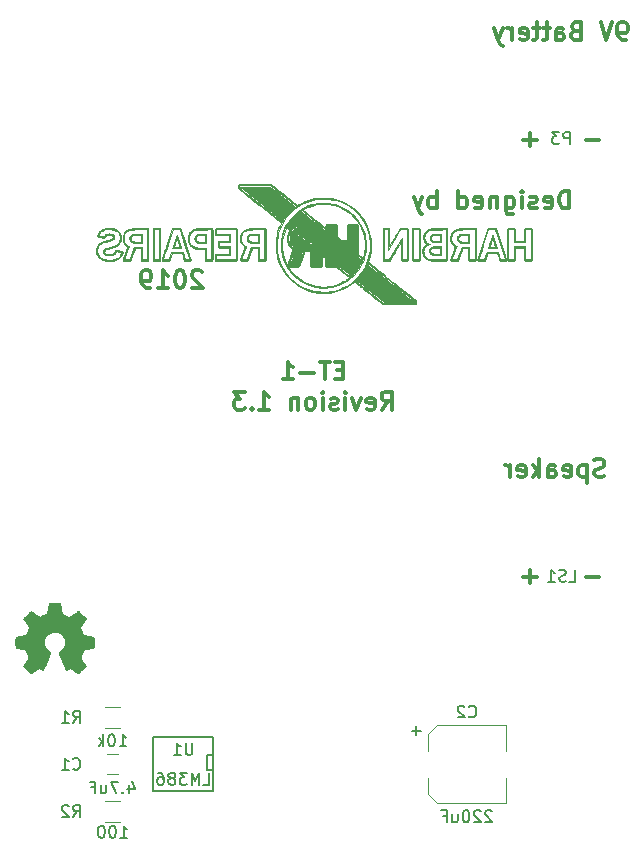
<source format=gbr>
G04 #@! TF.GenerationSoftware,KiCad,Pcbnew,(5.1.0-0)*
G04 #@! TF.CreationDate,2019-04-30T21:56:07-04:00*
G04 #@! TF.ProjectId,The Ear Tool,54686520-4561-4722-9054-6f6f6c2e6b69,1.3*
G04 #@! TF.SameCoordinates,Original*
G04 #@! TF.FileFunction,Legend,Bot*
G04 #@! TF.FilePolarity,Positive*
%FSLAX46Y46*%
G04 Gerber Fmt 4.6, Leading zero omitted, Abs format (unit mm)*
G04 Created by KiCad (PCBNEW (5.1.0-0)) date 2019-04-30 21:56:07*
%MOMM*%
%LPD*%
G04 APERTURE LIST*
%ADD10C,0.300000*%
%ADD11C,0.010000*%
%ADD12C,0.120000*%
%ADD13C,0.150000*%
G04 APERTURE END LIST*
D10*
X155650000Y-89928571D02*
X155650000Y-88428571D01*
X155292857Y-88428571D01*
X155078571Y-88500000D01*
X154935714Y-88642857D01*
X154864285Y-88785714D01*
X154792857Y-89071428D01*
X154792857Y-89285714D01*
X154864285Y-89571428D01*
X154935714Y-89714285D01*
X155078571Y-89857142D01*
X155292857Y-89928571D01*
X155650000Y-89928571D01*
X153578571Y-89857142D02*
X153721428Y-89928571D01*
X154007142Y-89928571D01*
X154150000Y-89857142D01*
X154221428Y-89714285D01*
X154221428Y-89142857D01*
X154150000Y-89000000D01*
X154007142Y-88928571D01*
X153721428Y-88928571D01*
X153578571Y-89000000D01*
X153507142Y-89142857D01*
X153507142Y-89285714D01*
X154221428Y-89428571D01*
X152935714Y-89857142D02*
X152792857Y-89928571D01*
X152507142Y-89928571D01*
X152364285Y-89857142D01*
X152292857Y-89714285D01*
X152292857Y-89642857D01*
X152364285Y-89500000D01*
X152507142Y-89428571D01*
X152721428Y-89428571D01*
X152864285Y-89357142D01*
X152935714Y-89214285D01*
X152935714Y-89142857D01*
X152864285Y-89000000D01*
X152721428Y-88928571D01*
X152507142Y-88928571D01*
X152364285Y-89000000D01*
X151650000Y-89928571D02*
X151650000Y-88928571D01*
X151650000Y-88428571D02*
X151721428Y-88500000D01*
X151650000Y-88571428D01*
X151578571Y-88500000D01*
X151650000Y-88428571D01*
X151650000Y-88571428D01*
X150292857Y-88928571D02*
X150292857Y-90142857D01*
X150364285Y-90285714D01*
X150435714Y-90357142D01*
X150578571Y-90428571D01*
X150792857Y-90428571D01*
X150935714Y-90357142D01*
X150292857Y-89857142D02*
X150435714Y-89928571D01*
X150721428Y-89928571D01*
X150864285Y-89857142D01*
X150935714Y-89785714D01*
X151007142Y-89642857D01*
X151007142Y-89214285D01*
X150935714Y-89071428D01*
X150864285Y-89000000D01*
X150721428Y-88928571D01*
X150435714Y-88928571D01*
X150292857Y-89000000D01*
X149578571Y-88928571D02*
X149578571Y-89928571D01*
X149578571Y-89071428D02*
X149507142Y-89000000D01*
X149364285Y-88928571D01*
X149150000Y-88928571D01*
X149007142Y-89000000D01*
X148935714Y-89142857D01*
X148935714Y-89928571D01*
X147650000Y-89857142D02*
X147792857Y-89928571D01*
X148078571Y-89928571D01*
X148221428Y-89857142D01*
X148292857Y-89714285D01*
X148292857Y-89142857D01*
X148221428Y-89000000D01*
X148078571Y-88928571D01*
X147792857Y-88928571D01*
X147650000Y-89000000D01*
X147578571Y-89142857D01*
X147578571Y-89285714D01*
X148292857Y-89428571D01*
X146292857Y-89928571D02*
X146292857Y-88428571D01*
X146292857Y-89857142D02*
X146435714Y-89928571D01*
X146721428Y-89928571D01*
X146864285Y-89857142D01*
X146935714Y-89785714D01*
X147007142Y-89642857D01*
X147007142Y-89214285D01*
X146935714Y-89071428D01*
X146864285Y-89000000D01*
X146721428Y-88928571D01*
X146435714Y-88928571D01*
X146292857Y-89000000D01*
X144435714Y-89928571D02*
X144435714Y-88428571D01*
X144435714Y-89000000D02*
X144292857Y-88928571D01*
X144007142Y-88928571D01*
X143864285Y-89000000D01*
X143792857Y-89071428D01*
X143721428Y-89214285D01*
X143721428Y-89642857D01*
X143792857Y-89785714D01*
X143864285Y-89857142D01*
X144007142Y-89928571D01*
X144292857Y-89928571D01*
X144435714Y-89857142D01*
X143221428Y-88928571D02*
X142864285Y-89928571D01*
X142507142Y-88928571D02*
X142864285Y-89928571D01*
X143007142Y-90285714D01*
X143078571Y-90357142D01*
X143221428Y-90428571D01*
X136535714Y-103617857D02*
X136035714Y-103617857D01*
X135821428Y-104403571D02*
X136535714Y-104403571D01*
X136535714Y-102903571D01*
X135821428Y-102903571D01*
X135392857Y-102903571D02*
X134535714Y-102903571D01*
X134964285Y-104403571D02*
X134964285Y-102903571D01*
X134035714Y-103832142D02*
X132892857Y-103832142D01*
X131392857Y-104403571D02*
X132250000Y-104403571D01*
X131821428Y-104403571D02*
X131821428Y-102903571D01*
X131964285Y-103117857D01*
X132107142Y-103260714D01*
X132250000Y-103332142D01*
X139785714Y-106953571D02*
X140285714Y-106239285D01*
X140642857Y-106953571D02*
X140642857Y-105453571D01*
X140071428Y-105453571D01*
X139928571Y-105525000D01*
X139857142Y-105596428D01*
X139785714Y-105739285D01*
X139785714Y-105953571D01*
X139857142Y-106096428D01*
X139928571Y-106167857D01*
X140071428Y-106239285D01*
X140642857Y-106239285D01*
X138571428Y-106882142D02*
X138714285Y-106953571D01*
X139000000Y-106953571D01*
X139142857Y-106882142D01*
X139214285Y-106739285D01*
X139214285Y-106167857D01*
X139142857Y-106025000D01*
X139000000Y-105953571D01*
X138714285Y-105953571D01*
X138571428Y-106025000D01*
X138500000Y-106167857D01*
X138500000Y-106310714D01*
X139214285Y-106453571D01*
X138000000Y-105953571D02*
X137642857Y-106953571D01*
X137285714Y-105953571D01*
X136714285Y-106953571D02*
X136714285Y-105953571D01*
X136714285Y-105453571D02*
X136785714Y-105525000D01*
X136714285Y-105596428D01*
X136642857Y-105525000D01*
X136714285Y-105453571D01*
X136714285Y-105596428D01*
X136071428Y-106882142D02*
X135928571Y-106953571D01*
X135642857Y-106953571D01*
X135500000Y-106882142D01*
X135428571Y-106739285D01*
X135428571Y-106667857D01*
X135500000Y-106525000D01*
X135642857Y-106453571D01*
X135857142Y-106453571D01*
X136000000Y-106382142D01*
X136071428Y-106239285D01*
X136071428Y-106167857D01*
X136000000Y-106025000D01*
X135857142Y-105953571D01*
X135642857Y-105953571D01*
X135500000Y-106025000D01*
X134785714Y-106953571D02*
X134785714Y-105953571D01*
X134785714Y-105453571D02*
X134857142Y-105525000D01*
X134785714Y-105596428D01*
X134714285Y-105525000D01*
X134785714Y-105453571D01*
X134785714Y-105596428D01*
X133857142Y-106953571D02*
X134000000Y-106882142D01*
X134071428Y-106810714D01*
X134142857Y-106667857D01*
X134142857Y-106239285D01*
X134071428Y-106096428D01*
X134000000Y-106025000D01*
X133857142Y-105953571D01*
X133642857Y-105953571D01*
X133500000Y-106025000D01*
X133428571Y-106096428D01*
X133357142Y-106239285D01*
X133357142Y-106667857D01*
X133428571Y-106810714D01*
X133500000Y-106882142D01*
X133642857Y-106953571D01*
X133857142Y-106953571D01*
X132714285Y-105953571D02*
X132714285Y-106953571D01*
X132714285Y-106096428D02*
X132642857Y-106025000D01*
X132500000Y-105953571D01*
X132285714Y-105953571D01*
X132142857Y-106025000D01*
X132071428Y-106167857D01*
X132071428Y-106953571D01*
X129428571Y-106953571D02*
X130285714Y-106953571D01*
X129857142Y-106953571D02*
X129857142Y-105453571D01*
X130000000Y-105667857D01*
X130142857Y-105810714D01*
X130285714Y-105882142D01*
X128785714Y-106810714D02*
X128714285Y-106882142D01*
X128785714Y-106953571D01*
X128857142Y-106882142D01*
X128785714Y-106810714D01*
X128785714Y-106953571D01*
X128214285Y-105453571D02*
X127285714Y-105453571D01*
X127785714Y-106025000D01*
X127571428Y-106025000D01*
X127428571Y-106096428D01*
X127357142Y-106167857D01*
X127285714Y-106310714D01*
X127285714Y-106667857D01*
X127357142Y-106810714D01*
X127428571Y-106882142D01*
X127571428Y-106953571D01*
X128000000Y-106953571D01*
X128142857Y-106882142D01*
X128214285Y-106810714D01*
X124571428Y-95321428D02*
X124500000Y-95250000D01*
X124357142Y-95178571D01*
X124000000Y-95178571D01*
X123857142Y-95250000D01*
X123785714Y-95321428D01*
X123714285Y-95464285D01*
X123714285Y-95607142D01*
X123785714Y-95821428D01*
X124642857Y-96678571D01*
X123714285Y-96678571D01*
X122785714Y-95178571D02*
X122642857Y-95178571D01*
X122500000Y-95250000D01*
X122428571Y-95321428D01*
X122357142Y-95464285D01*
X122285714Y-95750000D01*
X122285714Y-96107142D01*
X122357142Y-96392857D01*
X122428571Y-96535714D01*
X122500000Y-96607142D01*
X122642857Y-96678571D01*
X122785714Y-96678571D01*
X122928571Y-96607142D01*
X123000000Y-96535714D01*
X123071428Y-96392857D01*
X123142857Y-96107142D01*
X123142857Y-95750000D01*
X123071428Y-95464285D01*
X123000000Y-95321428D01*
X122928571Y-95250000D01*
X122785714Y-95178571D01*
X120857142Y-96678571D02*
X121714285Y-96678571D01*
X121285714Y-96678571D02*
X121285714Y-95178571D01*
X121428571Y-95392857D01*
X121571428Y-95535714D01*
X121714285Y-95607142D01*
X120142857Y-96678571D02*
X119857142Y-96678571D01*
X119714285Y-96607142D01*
X119642857Y-96535714D01*
X119500000Y-96321428D01*
X119428571Y-96035714D01*
X119428571Y-95464285D01*
X119500000Y-95321428D01*
X119571428Y-95250000D01*
X119714285Y-95178571D01*
X120000000Y-95178571D01*
X120142857Y-95250000D01*
X120214285Y-95321428D01*
X120285714Y-95464285D01*
X120285714Y-95821428D01*
X120214285Y-95964285D01*
X120142857Y-96035714D01*
X120000000Y-96107142D01*
X119714285Y-96107142D01*
X119571428Y-96035714D01*
X119500000Y-95964285D01*
X119428571Y-95821428D01*
X158214285Y-84107142D02*
X157071428Y-84107142D01*
X152928571Y-84107142D02*
X151785714Y-84107142D01*
X152357142Y-84678571D02*
X152357142Y-83535714D01*
X158214285Y-121107142D02*
X157071428Y-121107142D01*
X152928571Y-121107142D02*
X151785714Y-121107142D01*
X152357142Y-121678571D02*
X152357142Y-120535714D01*
X160464285Y-75678571D02*
X160178571Y-75678571D01*
X160035714Y-75607142D01*
X159964285Y-75535714D01*
X159821428Y-75321428D01*
X159750000Y-75035714D01*
X159750000Y-74464285D01*
X159821428Y-74321428D01*
X159892857Y-74250000D01*
X160035714Y-74178571D01*
X160321428Y-74178571D01*
X160464285Y-74250000D01*
X160535714Y-74321428D01*
X160607142Y-74464285D01*
X160607142Y-74821428D01*
X160535714Y-74964285D01*
X160464285Y-75035714D01*
X160321428Y-75107142D01*
X160035714Y-75107142D01*
X159892857Y-75035714D01*
X159821428Y-74964285D01*
X159750000Y-74821428D01*
X159321428Y-74178571D02*
X158821428Y-75678571D01*
X158321428Y-74178571D01*
X156178571Y-74892857D02*
X155964285Y-74964285D01*
X155892857Y-75035714D01*
X155821428Y-75178571D01*
X155821428Y-75392857D01*
X155892857Y-75535714D01*
X155964285Y-75607142D01*
X156107142Y-75678571D01*
X156678571Y-75678571D01*
X156678571Y-74178571D01*
X156178571Y-74178571D01*
X156035714Y-74250000D01*
X155964285Y-74321428D01*
X155892857Y-74464285D01*
X155892857Y-74607142D01*
X155964285Y-74750000D01*
X156035714Y-74821428D01*
X156178571Y-74892857D01*
X156678571Y-74892857D01*
X154535714Y-75678571D02*
X154535714Y-74892857D01*
X154607142Y-74750000D01*
X154750000Y-74678571D01*
X155035714Y-74678571D01*
X155178571Y-74750000D01*
X154535714Y-75607142D02*
X154678571Y-75678571D01*
X155035714Y-75678571D01*
X155178571Y-75607142D01*
X155250000Y-75464285D01*
X155250000Y-75321428D01*
X155178571Y-75178571D01*
X155035714Y-75107142D01*
X154678571Y-75107142D01*
X154535714Y-75035714D01*
X154035714Y-74678571D02*
X153464285Y-74678571D01*
X153821428Y-74178571D02*
X153821428Y-75464285D01*
X153750000Y-75607142D01*
X153607142Y-75678571D01*
X153464285Y-75678571D01*
X153178571Y-74678571D02*
X152607142Y-74678571D01*
X152964285Y-74178571D02*
X152964285Y-75464285D01*
X152892857Y-75607142D01*
X152750000Y-75678571D01*
X152607142Y-75678571D01*
X151535714Y-75607142D02*
X151678571Y-75678571D01*
X151964285Y-75678571D01*
X152107142Y-75607142D01*
X152178571Y-75464285D01*
X152178571Y-74892857D01*
X152107142Y-74750000D01*
X151964285Y-74678571D01*
X151678571Y-74678571D01*
X151535714Y-74750000D01*
X151464285Y-74892857D01*
X151464285Y-75035714D01*
X152178571Y-75178571D01*
X150821428Y-75678571D02*
X150821428Y-74678571D01*
X150821428Y-74964285D02*
X150750000Y-74821428D01*
X150678571Y-74750000D01*
X150535714Y-74678571D01*
X150392857Y-74678571D01*
X150035714Y-74678571D02*
X149678571Y-75678571D01*
X149321428Y-74678571D02*
X149678571Y-75678571D01*
X149821428Y-76035714D01*
X149892857Y-76107142D01*
X150035714Y-76178571D01*
X158642857Y-112607142D02*
X158428571Y-112678571D01*
X158071428Y-112678571D01*
X157928571Y-112607142D01*
X157857142Y-112535714D01*
X157785714Y-112392857D01*
X157785714Y-112250000D01*
X157857142Y-112107142D01*
X157928571Y-112035714D01*
X158071428Y-111964285D01*
X158357142Y-111892857D01*
X158500000Y-111821428D01*
X158571428Y-111750000D01*
X158642857Y-111607142D01*
X158642857Y-111464285D01*
X158571428Y-111321428D01*
X158500000Y-111250000D01*
X158357142Y-111178571D01*
X158000000Y-111178571D01*
X157785714Y-111250000D01*
X157142857Y-111678571D02*
X157142857Y-113178571D01*
X157142857Y-111750000D02*
X157000000Y-111678571D01*
X156714285Y-111678571D01*
X156571428Y-111750000D01*
X156500000Y-111821428D01*
X156428571Y-111964285D01*
X156428571Y-112392857D01*
X156500000Y-112535714D01*
X156571428Y-112607142D01*
X156714285Y-112678571D01*
X157000000Y-112678571D01*
X157142857Y-112607142D01*
X155214285Y-112607142D02*
X155357142Y-112678571D01*
X155642857Y-112678571D01*
X155785714Y-112607142D01*
X155857142Y-112464285D01*
X155857142Y-111892857D01*
X155785714Y-111750000D01*
X155642857Y-111678571D01*
X155357142Y-111678571D01*
X155214285Y-111750000D01*
X155142857Y-111892857D01*
X155142857Y-112035714D01*
X155857142Y-112178571D01*
X153857142Y-112678571D02*
X153857142Y-111892857D01*
X153928571Y-111750000D01*
X154071428Y-111678571D01*
X154357142Y-111678571D01*
X154500000Y-111750000D01*
X153857142Y-112607142D02*
X154000000Y-112678571D01*
X154357142Y-112678571D01*
X154500000Y-112607142D01*
X154571428Y-112464285D01*
X154571428Y-112321428D01*
X154500000Y-112178571D01*
X154357142Y-112107142D01*
X154000000Y-112107142D01*
X153857142Y-112035714D01*
X153142857Y-112678571D02*
X153142857Y-111178571D01*
X153000000Y-112107142D02*
X152571428Y-112678571D01*
X152571428Y-111678571D02*
X153142857Y-112250000D01*
X151357142Y-112607142D02*
X151500000Y-112678571D01*
X151785714Y-112678571D01*
X151928571Y-112607142D01*
X152000000Y-112464285D01*
X152000000Y-111892857D01*
X151928571Y-111750000D01*
X151785714Y-111678571D01*
X151500000Y-111678571D01*
X151357142Y-111750000D01*
X151285714Y-111892857D01*
X151285714Y-112035714D01*
X152000000Y-112178571D01*
X150642857Y-112678571D02*
X150642857Y-111678571D01*
X150642857Y-111964285D02*
X150571428Y-111821428D01*
X150500000Y-111750000D01*
X150357142Y-111678571D01*
X150214285Y-111678571D01*
D11*
G36*
X127750925Y-87869200D02*
G01*
X127700576Y-87894713D01*
X127652716Y-87929690D01*
X127619697Y-87977995D01*
X127602201Y-88038379D01*
X127599438Y-88079682D01*
X127602611Y-88122724D01*
X127613087Y-88161386D01*
X127632859Y-88198612D01*
X127663921Y-88237347D01*
X127708266Y-88280535D01*
X127767889Y-88331120D01*
X127771920Y-88334393D01*
X127788492Y-88347801D01*
X127810169Y-88365297D01*
X127837435Y-88387270D01*
X127870774Y-88414109D01*
X127910670Y-88446202D01*
X127957608Y-88483938D01*
X128012070Y-88527705D01*
X128074542Y-88577892D01*
X128145506Y-88634887D01*
X128225447Y-88699079D01*
X128314849Y-88770855D01*
X128414196Y-88850605D01*
X128523972Y-88938717D01*
X128644660Y-89035580D01*
X128776744Y-89141581D01*
X128920709Y-89257110D01*
X129077039Y-89382555D01*
X129246217Y-89518304D01*
X129428727Y-89664746D01*
X129625053Y-89822269D01*
X129835680Y-89991262D01*
X130061090Y-90172113D01*
X130301769Y-90365211D01*
X130352788Y-90406144D01*
X130465909Y-90496908D01*
X130575431Y-90584801D01*
X130680203Y-90668895D01*
X130779073Y-90748268D01*
X130870890Y-90821993D01*
X130954502Y-90889146D01*
X131028757Y-90948801D01*
X131092503Y-91000034D01*
X131144590Y-91041919D01*
X131183864Y-91073532D01*
X131209176Y-91093948D01*
X131217509Y-91100705D01*
X131274283Y-91147051D01*
X131243719Y-91207385D01*
X131131804Y-91449568D01*
X131035339Y-91702997D01*
X130955205Y-91964751D01*
X130892283Y-92231909D01*
X130847457Y-92501550D01*
X130843496Y-92532640D01*
X130836852Y-92601577D01*
X130831584Y-92686979D01*
X130827695Y-92785040D01*
X130825182Y-92891950D01*
X130824047Y-93003902D01*
X130824289Y-93117089D01*
X130825909Y-93227702D01*
X130828906Y-93331934D01*
X130833280Y-93425976D01*
X130839031Y-93506022D01*
X130843496Y-93548640D01*
X130888220Y-93831809D01*
X130951671Y-94107460D01*
X131034033Y-94376084D01*
X131135487Y-94638169D01*
X131256216Y-94894207D01*
X131396402Y-95144687D01*
X131495710Y-95301240D01*
X131655852Y-95526365D01*
X131826671Y-95734895D01*
X132009737Y-95928402D01*
X132206622Y-96108459D01*
X132418898Y-96276636D01*
X132592840Y-96398370D01*
X132840042Y-96551019D01*
X133092490Y-96684095D01*
X133350675Y-96797780D01*
X133615086Y-96892257D01*
X133886213Y-96967707D01*
X134164547Y-97024314D01*
X134345440Y-97050584D01*
X134393527Y-97055940D01*
X134443481Y-97060199D01*
X134498254Y-97063468D01*
X134560797Y-97065851D01*
X134634061Y-97067455D01*
X134720999Y-97068385D01*
X134824561Y-97068746D01*
X134853440Y-97068760D01*
X134961628Y-97068524D01*
X135052451Y-97067747D01*
X135128862Y-97066322D01*
X135193812Y-97064143D01*
X135250253Y-97061106D01*
X135301137Y-97057105D01*
X135349414Y-97052034D01*
X135361440Y-97050584D01*
X135645734Y-97005373D01*
X135924510Y-96940627D01*
X136197362Y-96856475D01*
X136463883Y-96753048D01*
X136723668Y-96630477D01*
X136809240Y-96585091D01*
X136883432Y-96542817D01*
X136967189Y-96492051D01*
X137056061Y-96435733D01*
X137145595Y-96376804D01*
X137231338Y-96318202D01*
X137308838Y-96262867D01*
X137373643Y-96213739D01*
X137382899Y-96206359D01*
X137420382Y-96176797D01*
X137452084Y-96152906D01*
X137474740Y-96137066D01*
X137485087Y-96131660D01*
X137485193Y-96131692D01*
X137493984Y-96138355D01*
X137517259Y-96156670D01*
X137553663Y-96185558D01*
X137601845Y-96223937D01*
X137660451Y-96270728D01*
X137728129Y-96324851D01*
X137803525Y-96385224D01*
X137885288Y-96450767D01*
X137972063Y-96520401D01*
X137993574Y-96537674D01*
X138086740Y-96612489D01*
X138193050Y-96697858D01*
X138309807Y-96791612D01*
X138434308Y-96891584D01*
X138563855Y-96995606D01*
X138695748Y-97101510D01*
X138827287Y-97207128D01*
X138955772Y-97310292D01*
X139078503Y-97408835D01*
X139156200Y-97471218D01*
X139297800Y-97584659D01*
X139423881Y-97685145D01*
X139534526Y-97772739D01*
X139629818Y-97847505D01*
X139709838Y-97909506D01*
X139774670Y-97958807D01*
X139824394Y-97995472D01*
X139859095Y-98019564D01*
X139877560Y-98030555D01*
X139938520Y-98059663D01*
X142569960Y-98058733D01*
X142618123Y-98033661D01*
X142663246Y-97999401D01*
X142695478Y-97952561D01*
X142713825Y-97897037D01*
X142717293Y-97836722D01*
X142716688Y-97833735D01*
X142623415Y-97833735D01*
X142622303Y-97876178D01*
X142605978Y-97914482D01*
X142575745Y-97942863D01*
X142573922Y-97943901D01*
X142567130Y-97945919D01*
X142553776Y-97947737D01*
X142532912Y-97949365D01*
X142503591Y-97950812D01*
X142464864Y-97952089D01*
X142415783Y-97953205D01*
X142355401Y-97954170D01*
X142282769Y-97954995D01*
X142196940Y-97955688D01*
X142096965Y-97956260D01*
X141981897Y-97956721D01*
X141850788Y-97957080D01*
X141702689Y-97957348D01*
X141536652Y-97957534D01*
X141351731Y-97957648D01*
X141249160Y-97957681D01*
X141060023Y-97957724D01*
X140890140Y-97957743D01*
X140738450Y-97957722D01*
X140603886Y-97957645D01*
X140485386Y-97957495D01*
X140381884Y-97957257D01*
X140292318Y-97956913D01*
X140215621Y-97956449D01*
X140150731Y-97955847D01*
X140096582Y-97955091D01*
X140052112Y-97954165D01*
X140016254Y-97953053D01*
X139987946Y-97951738D01*
X139966123Y-97950205D01*
X139949721Y-97948437D01*
X139937675Y-97946418D01*
X139928922Y-97944132D01*
X139922396Y-97941562D01*
X139917035Y-97938692D01*
X139914752Y-97937319D01*
X139903145Y-97928739D01*
X139876795Y-97908306D01*
X139836797Y-97876894D01*
X139784246Y-97835382D01*
X139720237Y-97784646D01*
X139645866Y-97725562D01*
X139562226Y-97659006D01*
X139470413Y-97585856D01*
X139371522Y-97506989D01*
X139266648Y-97423280D01*
X139156886Y-97335606D01*
X139043330Y-97244844D01*
X138927076Y-97151870D01*
X138809219Y-97057562D01*
X138690853Y-96962795D01*
X138573073Y-96868446D01*
X138456975Y-96775393D01*
X138343653Y-96684511D01*
X138234202Y-96596677D01*
X138129717Y-96512767D01*
X138031293Y-96433659D01*
X137940026Y-96360229D01*
X137857009Y-96293353D01*
X137783338Y-96233909D01*
X137720108Y-96182772D01*
X137668414Y-96140819D01*
X137629351Y-96108928D01*
X137604013Y-96087974D01*
X137593957Y-96079296D01*
X137565874Y-96052403D01*
X137642360Y-95979343D01*
X138212566Y-96437851D01*
X138324920Y-96528183D01*
X138449713Y-96628493D01*
X138583535Y-96736040D01*
X138722976Y-96848085D01*
X138864626Y-96961889D01*
X139005075Y-97074711D01*
X139140914Y-97183814D01*
X139268732Y-97286456D01*
X139380785Y-97376420D01*
X139978799Y-97856480D01*
X141246440Y-97856480D01*
X141405129Y-97856420D01*
X141558077Y-97856245D01*
X141704067Y-97855963D01*
X141841881Y-97855580D01*
X141970304Y-97855105D01*
X142088117Y-97854545D01*
X142194104Y-97853906D01*
X142287048Y-97853196D01*
X142365731Y-97852422D01*
X142428937Y-97851593D01*
X142475448Y-97850714D01*
X142504048Y-97849794D01*
X142513526Y-97848860D01*
X142505730Y-97840975D01*
X142483808Y-97821949D01*
X142449558Y-97793264D01*
X142404776Y-97756400D01*
X142351262Y-97712837D01*
X142290812Y-97664058D01*
X142231586Y-97616619D01*
X142185493Y-97579793D01*
X142126602Y-97532689D01*
X142055764Y-97475989D01*
X141973829Y-97410378D01*
X141881650Y-97336537D01*
X141780077Y-97255149D01*
X141669961Y-97166899D01*
X141552155Y-97072469D01*
X141427509Y-96972541D01*
X141296875Y-96867799D01*
X141161104Y-96758927D01*
X141021047Y-96646606D01*
X140877555Y-96531520D01*
X140731480Y-96414353D01*
X140583673Y-96295786D01*
X140434986Y-96176504D01*
X140286269Y-96057189D01*
X140138374Y-95938524D01*
X139992153Y-95821193D01*
X139848456Y-95705877D01*
X139708134Y-95593261D01*
X139572040Y-95484027D01*
X139441025Y-95378859D01*
X139315939Y-95278439D01*
X139197634Y-95183451D01*
X139086961Y-95094577D01*
X138984772Y-95012500D01*
X138891918Y-94937904D01*
X138809250Y-94871472D01*
X138737619Y-94813886D01*
X138677877Y-94765830D01*
X138630876Y-94727987D01*
X138597465Y-94701039D01*
X138578497Y-94685670D01*
X138574307Y-94682204D01*
X138567708Y-94670838D01*
X138569232Y-94652562D01*
X138579038Y-94622463D01*
X138590697Y-94595127D01*
X138600990Y-94577886D01*
X138605098Y-94574800D01*
X138613876Y-94581045D01*
X138637583Y-94599300D01*
X138675314Y-94628842D01*
X138726161Y-94668950D01*
X138789219Y-94718900D01*
X138863579Y-94777971D01*
X138948335Y-94845440D01*
X139042582Y-94920585D01*
X139145410Y-95002684D01*
X139255915Y-95091015D01*
X139373190Y-95184854D01*
X139496327Y-95283481D01*
X139624419Y-95386173D01*
X139717967Y-95461228D01*
X139869684Y-95582987D01*
X140030373Y-95711934D01*
X140197865Y-95846328D01*
X140369990Y-95984430D01*
X140544577Y-96124499D01*
X140719459Y-96264795D01*
X140892465Y-96403576D01*
X141061425Y-96539103D01*
X141224169Y-96669635D01*
X141378529Y-96793431D01*
X141522334Y-96908752D01*
X141653415Y-97013856D01*
X141706360Y-97056305D01*
X141823814Y-97150590D01*
X141937008Y-97241693D01*
X142044907Y-97328768D01*
X142146478Y-97410971D01*
X142240684Y-97487455D01*
X142326493Y-97557376D01*
X142402868Y-97619887D01*
X142468775Y-97674144D01*
X142523179Y-97719302D01*
X142565046Y-97754515D01*
X142593341Y-97778937D01*
X142607030Y-97791724D01*
X142608007Y-97792936D01*
X142623415Y-97833735D01*
X142716688Y-97833735D01*
X142704886Y-97775512D01*
X142691909Y-97744776D01*
X142686915Y-97734681D01*
X142682323Y-97725702D01*
X142677058Y-97716921D01*
X142670044Y-97707420D01*
X142660206Y-97696281D01*
X142646468Y-97682586D01*
X142627756Y-97665418D01*
X142602993Y-97643858D01*
X142571104Y-97616988D01*
X142531015Y-97583890D01*
X142481649Y-97543648D01*
X142421931Y-97495341D01*
X142350786Y-97438054D01*
X142267139Y-97370867D01*
X142169914Y-97292863D01*
X142058035Y-97203124D01*
X142046658Y-97193998D01*
X141937477Y-97106407D01*
X141813396Y-97006857D01*
X141675361Y-96896106D01*
X141524320Y-96774915D01*
X141361219Y-96644043D01*
X141187004Y-96504250D01*
X141002623Y-96356295D01*
X140809022Y-96200938D01*
X140607147Y-96038939D01*
X140397946Y-95871057D01*
X140182365Y-95698053D01*
X139961351Y-95520685D01*
X139735850Y-95339714D01*
X139506808Y-95155898D01*
X139280435Y-94974221D01*
X139182095Y-94895254D01*
X139088381Y-94819918D01*
X139000495Y-94749184D01*
X138919642Y-94684026D01*
X138847025Y-94625417D01*
X138783849Y-94574329D01*
X138731317Y-94531735D01*
X138690633Y-94498609D01*
X138663002Y-94475923D01*
X138649627Y-94464650D01*
X138648547Y-94463600D01*
X138649718Y-94451359D01*
X138656762Y-94425448D01*
X138668216Y-94391149D01*
X138670008Y-94386196D01*
X138694981Y-94312697D01*
X138721759Y-94224990D01*
X138748763Y-94128906D01*
X138774415Y-94030274D01*
X138797133Y-93934922D01*
X138814496Y-93853019D01*
X138831765Y-93761715D01*
X138845881Y-93679150D01*
X138857143Y-93601696D01*
X138865850Y-93525723D01*
X138872303Y-93447601D01*
X138876801Y-93363702D01*
X138879644Y-93270396D01*
X138881131Y-93164053D01*
X138881561Y-93041046D01*
X138881561Y-93040640D01*
X138779843Y-93040640D01*
X138779536Y-93147425D01*
X138778534Y-93237095D01*
X138776715Y-93312845D01*
X138773960Y-93377871D01*
X138770146Y-93435369D01*
X138765151Y-93488534D01*
X138761726Y-93518160D01*
X138716938Y-93801014D01*
X138653168Y-94077032D01*
X138570778Y-94345566D01*
X138470127Y-94605970D01*
X138351573Y-94857598D01*
X138215478Y-95099803D01*
X138062201Y-95331937D01*
X137892101Y-95553355D01*
X137705539Y-95763410D01*
X137502873Y-95961455D01*
X137311190Y-96125531D01*
X137247438Y-96174513D01*
X137170398Y-96230038D01*
X137084688Y-96289042D01*
X136994926Y-96348460D01*
X136905730Y-96405229D01*
X136821717Y-96456286D01*
X136755383Y-96494256D01*
X136508797Y-96618453D01*
X136253124Y-96724554D01*
X135988725Y-96812453D01*
X135715961Y-96882046D01*
X135435193Y-96933225D01*
X135146781Y-96965887D01*
X135143000Y-96966187D01*
X135099038Y-96968355D01*
X135038500Y-96969469D01*
X134965097Y-96969616D01*
X134882542Y-96968887D01*
X134794546Y-96967371D01*
X134704821Y-96965158D01*
X134617079Y-96962337D01*
X134535032Y-96958997D01*
X134462390Y-96955227D01*
X134402867Y-96951117D01*
X134365760Y-96947473D01*
X134086482Y-96903322D01*
X133813218Y-96839968D01*
X133546734Y-96757838D01*
X133287794Y-96657357D01*
X133037163Y-96538954D01*
X132795607Y-96403054D01*
X132563889Y-96250085D01*
X132342776Y-96080473D01*
X132133032Y-95894646D01*
X131935422Y-95693029D01*
X131768549Y-95498389D01*
X131719567Y-95434637D01*
X131664042Y-95357597D01*
X131605038Y-95271887D01*
X131545620Y-95182125D01*
X131488851Y-95092929D01*
X131437794Y-95008916D01*
X131399824Y-94942582D01*
X131278600Y-94701834D01*
X131173734Y-94450134D01*
X131085824Y-94189357D01*
X131015469Y-93921379D01*
X130963268Y-93648075D01*
X130945155Y-93518160D01*
X130939433Y-93466034D01*
X130934960Y-93411400D01*
X130931616Y-93351062D01*
X130929277Y-93281824D01*
X130927824Y-93200489D01*
X130927136Y-93103862D01*
X130927038Y-93040640D01*
X130927345Y-92933854D01*
X130928347Y-92844184D01*
X130930166Y-92768434D01*
X130932921Y-92703408D01*
X130936735Y-92645910D01*
X130941730Y-92592745D01*
X130945155Y-92563120D01*
X130989943Y-92280265D01*
X131053713Y-92004247D01*
X131136103Y-91735713D01*
X131236754Y-91475309D01*
X131355308Y-91223681D01*
X131491403Y-90981476D01*
X131644680Y-90749342D01*
X131814780Y-90527924D01*
X132001342Y-90317869D01*
X132204008Y-90119824D01*
X132395691Y-89955748D01*
X132459443Y-89906766D01*
X132536483Y-89851241D01*
X132622193Y-89792237D01*
X132711955Y-89732819D01*
X132750699Y-89708160D01*
X132546514Y-89708160D01*
X132539003Y-89715930D01*
X132519085Y-89730489D01*
X132501070Y-89742310D01*
X132455055Y-89771381D01*
X132405435Y-89732150D01*
X132391413Y-89720968D01*
X132362708Y-89697993D01*
X132320477Y-89664156D01*
X132265881Y-89620387D01*
X132200079Y-89567616D01*
X132124230Y-89506775D01*
X132039494Y-89438793D01*
X131947030Y-89364602D01*
X131847997Y-89285131D01*
X131743555Y-89201312D01*
X131634863Y-89114074D01*
X131523080Y-89024349D01*
X131409367Y-88933066D01*
X131294881Y-88841157D01*
X131180783Y-88749552D01*
X131068231Y-88659181D01*
X130958386Y-88570975D01*
X130852406Y-88485864D01*
X130751452Y-88404779D01*
X130656681Y-88328651D01*
X130569255Y-88258410D01*
X130561062Y-88251827D01*
X130337763Y-88072400D01*
X129070082Y-88072400D01*
X128911390Y-88072459D01*
X128758440Y-88072634D01*
X128612447Y-88072916D01*
X128474630Y-88073298D01*
X128346204Y-88073774D01*
X128228388Y-88074334D01*
X128122398Y-88074973D01*
X128029451Y-88075683D01*
X127950765Y-88076457D01*
X127887556Y-88077286D01*
X127841041Y-88078165D01*
X127812437Y-88079085D01*
X127802955Y-88080020D01*
X127810750Y-88087905D01*
X127832671Y-88106932D01*
X127866920Y-88135619D01*
X127911700Y-88172487D01*
X127965212Y-88216053D01*
X128025659Y-88264836D01*
X128084895Y-88312290D01*
X128115461Y-88336722D01*
X128159634Y-88372075D01*
X128216515Y-88417627D01*
X128285204Y-88472657D01*
X128364803Y-88536443D01*
X128454413Y-88608265D01*
X128553134Y-88687401D01*
X128660068Y-88773129D01*
X128774314Y-88864730D01*
X128894974Y-88961480D01*
X129021149Y-89062659D01*
X129151939Y-89167546D01*
X129286446Y-89275420D01*
X129423770Y-89385558D01*
X129563012Y-89497240D01*
X129703272Y-89609745D01*
X129843653Y-89722351D01*
X129983254Y-89834338D01*
X130121176Y-89944983D01*
X130256521Y-90053565D01*
X130388388Y-90159363D01*
X130515880Y-90261657D01*
X130638096Y-90359724D01*
X130754137Y-90452843D01*
X130863105Y-90540294D01*
X130964101Y-90621354D01*
X131056224Y-90695303D01*
X131138576Y-90761419D01*
X131210258Y-90818981D01*
X131270371Y-90867267D01*
X131318015Y-90905557D01*
X131352291Y-90933129D01*
X131372300Y-90949262D01*
X131377415Y-90953432D01*
X131374854Y-90963324D01*
X131364242Y-90985036D01*
X131353776Y-91003698D01*
X131334490Y-91032313D01*
X131320457Y-91042778D01*
X131314442Y-91041121D01*
X131305102Y-91033656D01*
X131280919Y-91014285D01*
X131242902Y-90983815D01*
X131192059Y-90943056D01*
X131129396Y-90892815D01*
X131055923Y-90833900D01*
X130972647Y-90767120D01*
X130880577Y-90693283D01*
X130780719Y-90613197D01*
X130674082Y-90527671D01*
X130561674Y-90437513D01*
X130444504Y-90343531D01*
X130393200Y-90302380D01*
X130249899Y-90187433D01*
X130094226Y-90062562D01*
X129928999Y-89930026D01*
X129757035Y-89792085D01*
X129581152Y-89650999D01*
X129404166Y-89509027D01*
X129228895Y-89368430D01*
X129058156Y-89231467D01*
X128894766Y-89100398D01*
X128741543Y-88977484D01*
X128601303Y-88864983D01*
X128598937Y-88863085D01*
X128476695Y-88764878D01*
X128359954Y-88670808D01*
X128249658Y-88581648D01*
X128146747Y-88498171D01*
X128052163Y-88421150D01*
X127966849Y-88351357D01*
X127891746Y-88289565D01*
X127827797Y-88236547D01*
X127775943Y-88193076D01*
X127737127Y-88159924D01*
X127712291Y-88137864D01*
X127702376Y-88127668D01*
X127702317Y-88127550D01*
X127691219Y-88080156D01*
X127700287Y-88032204D01*
X127702779Y-88026396D01*
X127706100Y-88018423D01*
X127709114Y-88011250D01*
X127712854Y-88004833D01*
X127718356Y-87999132D01*
X127726655Y-87994103D01*
X127738786Y-87989706D01*
X127755785Y-87985896D01*
X127778686Y-87982634D01*
X127808525Y-87979876D01*
X127846337Y-87977580D01*
X127893157Y-87975704D01*
X127950020Y-87974206D01*
X128017961Y-87973045D01*
X128098016Y-87972178D01*
X128191219Y-87971562D01*
X128298607Y-87971156D01*
X128421213Y-87970918D01*
X128560073Y-87970805D01*
X128716223Y-87970776D01*
X128890697Y-87970788D01*
X129069855Y-87970800D01*
X130368798Y-87970800D01*
X130411942Y-87998740D01*
X130424644Y-88008154D01*
X130451755Y-88029165D01*
X130492157Y-88060874D01*
X130544730Y-88102387D01*
X130608354Y-88152805D01*
X130681909Y-88211233D01*
X130764276Y-88276773D01*
X130854335Y-88348529D01*
X130950966Y-88425604D01*
X131053049Y-88507102D01*
X131159466Y-88592125D01*
X131269095Y-88679778D01*
X131380818Y-88769163D01*
X131493515Y-88859384D01*
X131606066Y-88949544D01*
X131717351Y-89038746D01*
X131826251Y-89126094D01*
X131931646Y-89210691D01*
X132032416Y-89291641D01*
X132127441Y-89368046D01*
X132215603Y-89439010D01*
X132295780Y-89503636D01*
X132366854Y-89561028D01*
X132427705Y-89610288D01*
X132477212Y-89650521D01*
X132514257Y-89680830D01*
X132537720Y-89700317D01*
X132546480Y-89708086D01*
X132546514Y-89708160D01*
X132750699Y-89708160D01*
X132801151Y-89676050D01*
X132885164Y-89624993D01*
X132951498Y-89587023D01*
X133192246Y-89465799D01*
X133443946Y-89360933D01*
X133704723Y-89273023D01*
X133972701Y-89202668D01*
X134246005Y-89150467D01*
X134375920Y-89132354D01*
X134449057Y-89125317D01*
X134538339Y-89119869D01*
X134639652Y-89116012D01*
X134748884Y-89113746D01*
X134861922Y-89113069D01*
X134974653Y-89113983D01*
X135082964Y-89116487D01*
X135182741Y-89120582D01*
X135269873Y-89126267D01*
X135330960Y-89132354D01*
X135613815Y-89177142D01*
X135889833Y-89240912D01*
X136158367Y-89323302D01*
X136418771Y-89423953D01*
X136670399Y-89542507D01*
X136912604Y-89678602D01*
X137144738Y-89831879D01*
X137366156Y-90001979D01*
X137576211Y-90188541D01*
X137774256Y-90391207D01*
X137938332Y-90582890D01*
X137987314Y-90646642D01*
X138042839Y-90723682D01*
X138101843Y-90809392D01*
X138161261Y-90899154D01*
X138218030Y-90988350D01*
X138269087Y-91072363D01*
X138307057Y-91138697D01*
X138428281Y-91379445D01*
X138533147Y-91631145D01*
X138621057Y-91891922D01*
X138691412Y-92159900D01*
X138743613Y-92433204D01*
X138761726Y-92563120D01*
X138767448Y-92615245D01*
X138771921Y-92669879D01*
X138775265Y-92730217D01*
X138777604Y-92799455D01*
X138779057Y-92880790D01*
X138779745Y-92977417D01*
X138779843Y-93040640D01*
X138881561Y-93040640D01*
X138881325Y-92932452D01*
X138880548Y-92841629D01*
X138879123Y-92765218D01*
X138876944Y-92700268D01*
X138873907Y-92643827D01*
X138869906Y-92592943D01*
X138864835Y-92544666D01*
X138863385Y-92532640D01*
X138818661Y-92249470D01*
X138755210Y-91973819D01*
X138672848Y-91705195D01*
X138571394Y-91443110D01*
X138450665Y-91187072D01*
X138310479Y-90936592D01*
X138211171Y-90780040D01*
X138051029Y-90554914D01*
X137880210Y-90346384D01*
X137697144Y-90152877D01*
X137500259Y-89972820D01*
X137287983Y-89804643D01*
X137114040Y-89682909D01*
X136866839Y-89530260D01*
X136614391Y-89397184D01*
X136356206Y-89283499D01*
X136091795Y-89189022D01*
X135820668Y-89113572D01*
X135542334Y-89056965D01*
X135361440Y-89030695D01*
X135292503Y-89024051D01*
X135207101Y-89018783D01*
X135109040Y-89014894D01*
X135002130Y-89012381D01*
X134890178Y-89011246D01*
X134776991Y-89011488D01*
X134666378Y-89013108D01*
X134562146Y-89016105D01*
X134468104Y-89020479D01*
X134388058Y-89026230D01*
X134345440Y-89030695D01*
X134069916Y-89074428D01*
X133797874Y-89136931D01*
X133531215Y-89217545D01*
X133271834Y-89315616D01*
X133021631Y-89430486D01*
X132782503Y-89561500D01*
X132745240Y-89584012D01*
X132706554Y-89607157D01*
X132673899Y-89625685D01*
X132651356Y-89637340D01*
X132643585Y-89640213D01*
X132634104Y-89634048D01*
X132610150Y-89616183D01*
X132573065Y-89587673D01*
X132524191Y-89549576D01*
X132464872Y-89502949D01*
X132396450Y-89448848D01*
X132320267Y-89388331D01*
X132237667Y-89322452D01*
X132149991Y-89252271D01*
X132115265Y-89224405D01*
X132007893Y-89138186D01*
X131888252Y-89042111D01*
X131759917Y-88939050D01*
X131626461Y-88831874D01*
X131491458Y-88723451D01*
X131358480Y-88616652D01*
X131231102Y-88514346D01*
X131112897Y-88419405D01*
X131053645Y-88371812D01*
X130937770Y-88279030D01*
X130832120Y-88195034D01*
X130737422Y-88120385D01*
X130654402Y-88055643D01*
X130583787Y-88001369D01*
X130526302Y-87958123D01*
X130482674Y-87926467D01*
X130453629Y-87906960D01*
X130445362Y-87902219D01*
X130380594Y-87869199D01*
X129065760Y-87869199D01*
X127750925Y-87869200D01*
X127750925Y-87869200D01*
G37*
X127750925Y-87869200D02*
X127700576Y-87894713D01*
X127652716Y-87929690D01*
X127619697Y-87977995D01*
X127602201Y-88038379D01*
X127599438Y-88079682D01*
X127602611Y-88122724D01*
X127613087Y-88161386D01*
X127632859Y-88198612D01*
X127663921Y-88237347D01*
X127708266Y-88280535D01*
X127767889Y-88331120D01*
X127771920Y-88334393D01*
X127788492Y-88347801D01*
X127810169Y-88365297D01*
X127837435Y-88387270D01*
X127870774Y-88414109D01*
X127910670Y-88446202D01*
X127957608Y-88483938D01*
X128012070Y-88527705D01*
X128074542Y-88577892D01*
X128145506Y-88634887D01*
X128225447Y-88699079D01*
X128314849Y-88770855D01*
X128414196Y-88850605D01*
X128523972Y-88938717D01*
X128644660Y-89035580D01*
X128776744Y-89141581D01*
X128920709Y-89257110D01*
X129077039Y-89382555D01*
X129246217Y-89518304D01*
X129428727Y-89664746D01*
X129625053Y-89822269D01*
X129835680Y-89991262D01*
X130061090Y-90172113D01*
X130301769Y-90365211D01*
X130352788Y-90406144D01*
X130465909Y-90496908D01*
X130575431Y-90584801D01*
X130680203Y-90668895D01*
X130779073Y-90748268D01*
X130870890Y-90821993D01*
X130954502Y-90889146D01*
X131028757Y-90948801D01*
X131092503Y-91000034D01*
X131144590Y-91041919D01*
X131183864Y-91073532D01*
X131209176Y-91093948D01*
X131217509Y-91100705D01*
X131274283Y-91147051D01*
X131243719Y-91207385D01*
X131131804Y-91449568D01*
X131035339Y-91702997D01*
X130955205Y-91964751D01*
X130892283Y-92231909D01*
X130847457Y-92501550D01*
X130843496Y-92532640D01*
X130836852Y-92601577D01*
X130831584Y-92686979D01*
X130827695Y-92785040D01*
X130825182Y-92891950D01*
X130824047Y-93003902D01*
X130824289Y-93117089D01*
X130825909Y-93227702D01*
X130828906Y-93331934D01*
X130833280Y-93425976D01*
X130839031Y-93506022D01*
X130843496Y-93548640D01*
X130888220Y-93831809D01*
X130951671Y-94107460D01*
X131034033Y-94376084D01*
X131135487Y-94638169D01*
X131256216Y-94894207D01*
X131396402Y-95144687D01*
X131495710Y-95301240D01*
X131655852Y-95526365D01*
X131826671Y-95734895D01*
X132009737Y-95928402D01*
X132206622Y-96108459D01*
X132418898Y-96276636D01*
X132592840Y-96398370D01*
X132840042Y-96551019D01*
X133092490Y-96684095D01*
X133350675Y-96797780D01*
X133615086Y-96892257D01*
X133886213Y-96967707D01*
X134164547Y-97024314D01*
X134345440Y-97050584D01*
X134393527Y-97055940D01*
X134443481Y-97060199D01*
X134498254Y-97063468D01*
X134560797Y-97065851D01*
X134634061Y-97067455D01*
X134720999Y-97068385D01*
X134824561Y-97068746D01*
X134853440Y-97068760D01*
X134961628Y-97068524D01*
X135052451Y-97067747D01*
X135128862Y-97066322D01*
X135193812Y-97064143D01*
X135250253Y-97061106D01*
X135301137Y-97057105D01*
X135349414Y-97052034D01*
X135361440Y-97050584D01*
X135645734Y-97005373D01*
X135924510Y-96940627D01*
X136197362Y-96856475D01*
X136463883Y-96753048D01*
X136723668Y-96630477D01*
X136809240Y-96585091D01*
X136883432Y-96542817D01*
X136967189Y-96492051D01*
X137056061Y-96435733D01*
X137145595Y-96376804D01*
X137231338Y-96318202D01*
X137308838Y-96262867D01*
X137373643Y-96213739D01*
X137382899Y-96206359D01*
X137420382Y-96176797D01*
X137452084Y-96152906D01*
X137474740Y-96137066D01*
X137485087Y-96131660D01*
X137485193Y-96131692D01*
X137493984Y-96138355D01*
X137517259Y-96156670D01*
X137553663Y-96185558D01*
X137601845Y-96223937D01*
X137660451Y-96270728D01*
X137728129Y-96324851D01*
X137803525Y-96385224D01*
X137885288Y-96450767D01*
X137972063Y-96520401D01*
X137993574Y-96537674D01*
X138086740Y-96612489D01*
X138193050Y-96697858D01*
X138309807Y-96791612D01*
X138434308Y-96891584D01*
X138563855Y-96995606D01*
X138695748Y-97101510D01*
X138827287Y-97207128D01*
X138955772Y-97310292D01*
X139078503Y-97408835D01*
X139156200Y-97471218D01*
X139297800Y-97584659D01*
X139423881Y-97685145D01*
X139534526Y-97772739D01*
X139629818Y-97847505D01*
X139709838Y-97909506D01*
X139774670Y-97958807D01*
X139824394Y-97995472D01*
X139859095Y-98019564D01*
X139877560Y-98030555D01*
X139938520Y-98059663D01*
X142569960Y-98058733D01*
X142618123Y-98033661D01*
X142663246Y-97999401D01*
X142695478Y-97952561D01*
X142713825Y-97897037D01*
X142717293Y-97836722D01*
X142716688Y-97833735D01*
X142623415Y-97833735D01*
X142622303Y-97876178D01*
X142605978Y-97914482D01*
X142575745Y-97942863D01*
X142573922Y-97943901D01*
X142567130Y-97945919D01*
X142553776Y-97947737D01*
X142532912Y-97949365D01*
X142503591Y-97950812D01*
X142464864Y-97952089D01*
X142415783Y-97953205D01*
X142355401Y-97954170D01*
X142282769Y-97954995D01*
X142196940Y-97955688D01*
X142096965Y-97956260D01*
X141981897Y-97956721D01*
X141850788Y-97957080D01*
X141702689Y-97957348D01*
X141536652Y-97957534D01*
X141351731Y-97957648D01*
X141249160Y-97957681D01*
X141060023Y-97957724D01*
X140890140Y-97957743D01*
X140738450Y-97957722D01*
X140603886Y-97957645D01*
X140485386Y-97957495D01*
X140381884Y-97957257D01*
X140292318Y-97956913D01*
X140215621Y-97956449D01*
X140150731Y-97955847D01*
X140096582Y-97955091D01*
X140052112Y-97954165D01*
X140016254Y-97953053D01*
X139987946Y-97951738D01*
X139966123Y-97950205D01*
X139949721Y-97948437D01*
X139937675Y-97946418D01*
X139928922Y-97944132D01*
X139922396Y-97941562D01*
X139917035Y-97938692D01*
X139914752Y-97937319D01*
X139903145Y-97928739D01*
X139876795Y-97908306D01*
X139836797Y-97876894D01*
X139784246Y-97835382D01*
X139720237Y-97784646D01*
X139645866Y-97725562D01*
X139562226Y-97659006D01*
X139470413Y-97585856D01*
X139371522Y-97506989D01*
X139266648Y-97423280D01*
X139156886Y-97335606D01*
X139043330Y-97244844D01*
X138927076Y-97151870D01*
X138809219Y-97057562D01*
X138690853Y-96962795D01*
X138573073Y-96868446D01*
X138456975Y-96775393D01*
X138343653Y-96684511D01*
X138234202Y-96596677D01*
X138129717Y-96512767D01*
X138031293Y-96433659D01*
X137940026Y-96360229D01*
X137857009Y-96293353D01*
X137783338Y-96233909D01*
X137720108Y-96182772D01*
X137668414Y-96140819D01*
X137629351Y-96108928D01*
X137604013Y-96087974D01*
X137593957Y-96079296D01*
X137565874Y-96052403D01*
X137642360Y-95979343D01*
X138212566Y-96437851D01*
X138324920Y-96528183D01*
X138449713Y-96628493D01*
X138583535Y-96736040D01*
X138722976Y-96848085D01*
X138864626Y-96961889D01*
X139005075Y-97074711D01*
X139140914Y-97183814D01*
X139268732Y-97286456D01*
X139380785Y-97376420D01*
X139978799Y-97856480D01*
X141246440Y-97856480D01*
X141405129Y-97856420D01*
X141558077Y-97856245D01*
X141704067Y-97855963D01*
X141841881Y-97855580D01*
X141970304Y-97855105D01*
X142088117Y-97854545D01*
X142194104Y-97853906D01*
X142287048Y-97853196D01*
X142365731Y-97852422D01*
X142428937Y-97851593D01*
X142475448Y-97850714D01*
X142504048Y-97849794D01*
X142513526Y-97848860D01*
X142505730Y-97840975D01*
X142483808Y-97821949D01*
X142449558Y-97793264D01*
X142404776Y-97756400D01*
X142351262Y-97712837D01*
X142290812Y-97664058D01*
X142231586Y-97616619D01*
X142185493Y-97579793D01*
X142126602Y-97532689D01*
X142055764Y-97475989D01*
X141973829Y-97410378D01*
X141881650Y-97336537D01*
X141780077Y-97255149D01*
X141669961Y-97166899D01*
X141552155Y-97072469D01*
X141427509Y-96972541D01*
X141296875Y-96867799D01*
X141161104Y-96758927D01*
X141021047Y-96646606D01*
X140877555Y-96531520D01*
X140731480Y-96414353D01*
X140583673Y-96295786D01*
X140434986Y-96176504D01*
X140286269Y-96057189D01*
X140138374Y-95938524D01*
X139992153Y-95821193D01*
X139848456Y-95705877D01*
X139708134Y-95593261D01*
X139572040Y-95484027D01*
X139441025Y-95378859D01*
X139315939Y-95278439D01*
X139197634Y-95183451D01*
X139086961Y-95094577D01*
X138984772Y-95012500D01*
X138891918Y-94937904D01*
X138809250Y-94871472D01*
X138737619Y-94813886D01*
X138677877Y-94765830D01*
X138630876Y-94727987D01*
X138597465Y-94701039D01*
X138578497Y-94685670D01*
X138574307Y-94682204D01*
X138567708Y-94670838D01*
X138569232Y-94652562D01*
X138579038Y-94622463D01*
X138590697Y-94595127D01*
X138600990Y-94577886D01*
X138605098Y-94574800D01*
X138613876Y-94581045D01*
X138637583Y-94599300D01*
X138675314Y-94628842D01*
X138726161Y-94668950D01*
X138789219Y-94718900D01*
X138863579Y-94777971D01*
X138948335Y-94845440D01*
X139042582Y-94920585D01*
X139145410Y-95002684D01*
X139255915Y-95091015D01*
X139373190Y-95184854D01*
X139496327Y-95283481D01*
X139624419Y-95386173D01*
X139717967Y-95461228D01*
X139869684Y-95582987D01*
X140030373Y-95711934D01*
X140197865Y-95846328D01*
X140369990Y-95984430D01*
X140544577Y-96124499D01*
X140719459Y-96264795D01*
X140892465Y-96403576D01*
X141061425Y-96539103D01*
X141224169Y-96669635D01*
X141378529Y-96793431D01*
X141522334Y-96908752D01*
X141653415Y-97013856D01*
X141706360Y-97056305D01*
X141823814Y-97150590D01*
X141937008Y-97241693D01*
X142044907Y-97328768D01*
X142146478Y-97410971D01*
X142240684Y-97487455D01*
X142326493Y-97557376D01*
X142402868Y-97619887D01*
X142468775Y-97674144D01*
X142523179Y-97719302D01*
X142565046Y-97754515D01*
X142593341Y-97778937D01*
X142607030Y-97791724D01*
X142608007Y-97792936D01*
X142623415Y-97833735D01*
X142716688Y-97833735D01*
X142704886Y-97775512D01*
X142691909Y-97744776D01*
X142686915Y-97734681D01*
X142682323Y-97725702D01*
X142677058Y-97716921D01*
X142670044Y-97707420D01*
X142660206Y-97696281D01*
X142646468Y-97682586D01*
X142627756Y-97665418D01*
X142602993Y-97643858D01*
X142571104Y-97616988D01*
X142531015Y-97583890D01*
X142481649Y-97543648D01*
X142421931Y-97495341D01*
X142350786Y-97438054D01*
X142267139Y-97370867D01*
X142169914Y-97292863D01*
X142058035Y-97203124D01*
X142046658Y-97193998D01*
X141937477Y-97106407D01*
X141813396Y-97006857D01*
X141675361Y-96896106D01*
X141524320Y-96774915D01*
X141361219Y-96644043D01*
X141187004Y-96504250D01*
X141002623Y-96356295D01*
X140809022Y-96200938D01*
X140607147Y-96038939D01*
X140397946Y-95871057D01*
X140182365Y-95698053D01*
X139961351Y-95520685D01*
X139735850Y-95339714D01*
X139506808Y-95155898D01*
X139280435Y-94974221D01*
X139182095Y-94895254D01*
X139088381Y-94819918D01*
X139000495Y-94749184D01*
X138919642Y-94684026D01*
X138847025Y-94625417D01*
X138783849Y-94574329D01*
X138731317Y-94531735D01*
X138690633Y-94498609D01*
X138663002Y-94475923D01*
X138649627Y-94464650D01*
X138648547Y-94463600D01*
X138649718Y-94451359D01*
X138656762Y-94425448D01*
X138668216Y-94391149D01*
X138670008Y-94386196D01*
X138694981Y-94312697D01*
X138721759Y-94224990D01*
X138748763Y-94128906D01*
X138774415Y-94030274D01*
X138797133Y-93934922D01*
X138814496Y-93853019D01*
X138831765Y-93761715D01*
X138845881Y-93679150D01*
X138857143Y-93601696D01*
X138865850Y-93525723D01*
X138872303Y-93447601D01*
X138876801Y-93363702D01*
X138879644Y-93270396D01*
X138881131Y-93164053D01*
X138881561Y-93041046D01*
X138881561Y-93040640D01*
X138779843Y-93040640D01*
X138779536Y-93147425D01*
X138778534Y-93237095D01*
X138776715Y-93312845D01*
X138773960Y-93377871D01*
X138770146Y-93435369D01*
X138765151Y-93488534D01*
X138761726Y-93518160D01*
X138716938Y-93801014D01*
X138653168Y-94077032D01*
X138570778Y-94345566D01*
X138470127Y-94605970D01*
X138351573Y-94857598D01*
X138215478Y-95099803D01*
X138062201Y-95331937D01*
X137892101Y-95553355D01*
X137705539Y-95763410D01*
X137502873Y-95961455D01*
X137311190Y-96125531D01*
X137247438Y-96174513D01*
X137170398Y-96230038D01*
X137084688Y-96289042D01*
X136994926Y-96348460D01*
X136905730Y-96405229D01*
X136821717Y-96456286D01*
X136755383Y-96494256D01*
X136508797Y-96618453D01*
X136253124Y-96724554D01*
X135988725Y-96812453D01*
X135715961Y-96882046D01*
X135435193Y-96933225D01*
X135146781Y-96965887D01*
X135143000Y-96966187D01*
X135099038Y-96968355D01*
X135038500Y-96969469D01*
X134965097Y-96969616D01*
X134882542Y-96968887D01*
X134794546Y-96967371D01*
X134704821Y-96965158D01*
X134617079Y-96962337D01*
X134535032Y-96958997D01*
X134462390Y-96955227D01*
X134402867Y-96951117D01*
X134365760Y-96947473D01*
X134086482Y-96903322D01*
X133813218Y-96839968D01*
X133546734Y-96757838D01*
X133287794Y-96657357D01*
X133037163Y-96538954D01*
X132795607Y-96403054D01*
X132563889Y-96250085D01*
X132342776Y-96080473D01*
X132133032Y-95894646D01*
X131935422Y-95693029D01*
X131768549Y-95498389D01*
X131719567Y-95434637D01*
X131664042Y-95357597D01*
X131605038Y-95271887D01*
X131545620Y-95182125D01*
X131488851Y-95092929D01*
X131437794Y-95008916D01*
X131399824Y-94942582D01*
X131278600Y-94701834D01*
X131173734Y-94450134D01*
X131085824Y-94189357D01*
X131015469Y-93921379D01*
X130963268Y-93648075D01*
X130945155Y-93518160D01*
X130939433Y-93466034D01*
X130934960Y-93411400D01*
X130931616Y-93351062D01*
X130929277Y-93281824D01*
X130927824Y-93200489D01*
X130927136Y-93103862D01*
X130927038Y-93040640D01*
X130927345Y-92933854D01*
X130928347Y-92844184D01*
X130930166Y-92768434D01*
X130932921Y-92703408D01*
X130936735Y-92645910D01*
X130941730Y-92592745D01*
X130945155Y-92563120D01*
X130989943Y-92280265D01*
X131053713Y-92004247D01*
X131136103Y-91735713D01*
X131236754Y-91475309D01*
X131355308Y-91223681D01*
X131491403Y-90981476D01*
X131644680Y-90749342D01*
X131814780Y-90527924D01*
X132001342Y-90317869D01*
X132204008Y-90119824D01*
X132395691Y-89955748D01*
X132459443Y-89906766D01*
X132536483Y-89851241D01*
X132622193Y-89792237D01*
X132711955Y-89732819D01*
X132750699Y-89708160D01*
X132546514Y-89708160D01*
X132539003Y-89715930D01*
X132519085Y-89730489D01*
X132501070Y-89742310D01*
X132455055Y-89771381D01*
X132405435Y-89732150D01*
X132391413Y-89720968D01*
X132362708Y-89697993D01*
X132320477Y-89664156D01*
X132265881Y-89620387D01*
X132200079Y-89567616D01*
X132124230Y-89506775D01*
X132039494Y-89438793D01*
X131947030Y-89364602D01*
X131847997Y-89285131D01*
X131743555Y-89201312D01*
X131634863Y-89114074D01*
X131523080Y-89024349D01*
X131409367Y-88933066D01*
X131294881Y-88841157D01*
X131180783Y-88749552D01*
X131068231Y-88659181D01*
X130958386Y-88570975D01*
X130852406Y-88485864D01*
X130751452Y-88404779D01*
X130656681Y-88328651D01*
X130569255Y-88258410D01*
X130561062Y-88251827D01*
X130337763Y-88072400D01*
X129070082Y-88072400D01*
X128911390Y-88072459D01*
X128758440Y-88072634D01*
X128612447Y-88072916D01*
X128474630Y-88073298D01*
X128346204Y-88073774D01*
X128228388Y-88074334D01*
X128122398Y-88074973D01*
X128029451Y-88075683D01*
X127950765Y-88076457D01*
X127887556Y-88077286D01*
X127841041Y-88078165D01*
X127812437Y-88079085D01*
X127802955Y-88080020D01*
X127810750Y-88087905D01*
X127832671Y-88106932D01*
X127866920Y-88135619D01*
X127911700Y-88172487D01*
X127965212Y-88216053D01*
X128025659Y-88264836D01*
X128084895Y-88312290D01*
X128115461Y-88336722D01*
X128159634Y-88372075D01*
X128216515Y-88417627D01*
X128285204Y-88472657D01*
X128364803Y-88536443D01*
X128454413Y-88608265D01*
X128553134Y-88687401D01*
X128660068Y-88773129D01*
X128774314Y-88864730D01*
X128894974Y-88961480D01*
X129021149Y-89062659D01*
X129151939Y-89167546D01*
X129286446Y-89275420D01*
X129423770Y-89385558D01*
X129563012Y-89497240D01*
X129703272Y-89609745D01*
X129843653Y-89722351D01*
X129983254Y-89834338D01*
X130121176Y-89944983D01*
X130256521Y-90053565D01*
X130388388Y-90159363D01*
X130515880Y-90261657D01*
X130638096Y-90359724D01*
X130754137Y-90452843D01*
X130863105Y-90540294D01*
X130964101Y-90621354D01*
X131056224Y-90695303D01*
X131138576Y-90761419D01*
X131210258Y-90818981D01*
X131270371Y-90867267D01*
X131318015Y-90905557D01*
X131352291Y-90933129D01*
X131372300Y-90949262D01*
X131377415Y-90953432D01*
X131374854Y-90963324D01*
X131364242Y-90985036D01*
X131353776Y-91003698D01*
X131334490Y-91032313D01*
X131320457Y-91042778D01*
X131314442Y-91041121D01*
X131305102Y-91033656D01*
X131280919Y-91014285D01*
X131242902Y-90983815D01*
X131192059Y-90943056D01*
X131129396Y-90892815D01*
X131055923Y-90833900D01*
X130972647Y-90767120D01*
X130880577Y-90693283D01*
X130780719Y-90613197D01*
X130674082Y-90527671D01*
X130561674Y-90437513D01*
X130444504Y-90343531D01*
X130393200Y-90302380D01*
X130249899Y-90187433D01*
X130094226Y-90062562D01*
X129928999Y-89930026D01*
X129757035Y-89792085D01*
X129581152Y-89650999D01*
X129404166Y-89509027D01*
X129228895Y-89368430D01*
X129058156Y-89231467D01*
X128894766Y-89100398D01*
X128741543Y-88977484D01*
X128601303Y-88864983D01*
X128598937Y-88863085D01*
X128476695Y-88764878D01*
X128359954Y-88670808D01*
X128249658Y-88581648D01*
X128146747Y-88498171D01*
X128052163Y-88421150D01*
X127966849Y-88351357D01*
X127891746Y-88289565D01*
X127827797Y-88236547D01*
X127775943Y-88193076D01*
X127737127Y-88159924D01*
X127712291Y-88137864D01*
X127702376Y-88127668D01*
X127702317Y-88127550D01*
X127691219Y-88080156D01*
X127700287Y-88032204D01*
X127702779Y-88026396D01*
X127706100Y-88018423D01*
X127709114Y-88011250D01*
X127712854Y-88004833D01*
X127718356Y-87999132D01*
X127726655Y-87994103D01*
X127738786Y-87989706D01*
X127755785Y-87985896D01*
X127778686Y-87982634D01*
X127808525Y-87979876D01*
X127846337Y-87977580D01*
X127893157Y-87975704D01*
X127950020Y-87974206D01*
X128017961Y-87973045D01*
X128098016Y-87972178D01*
X128191219Y-87971562D01*
X128298607Y-87971156D01*
X128421213Y-87970918D01*
X128560073Y-87970805D01*
X128716223Y-87970776D01*
X128890697Y-87970788D01*
X129069855Y-87970800D01*
X130368798Y-87970800D01*
X130411942Y-87998740D01*
X130424644Y-88008154D01*
X130451755Y-88029165D01*
X130492157Y-88060874D01*
X130544730Y-88102387D01*
X130608354Y-88152805D01*
X130681909Y-88211233D01*
X130764276Y-88276773D01*
X130854335Y-88348529D01*
X130950966Y-88425604D01*
X131053049Y-88507102D01*
X131159466Y-88592125D01*
X131269095Y-88679778D01*
X131380818Y-88769163D01*
X131493515Y-88859384D01*
X131606066Y-88949544D01*
X131717351Y-89038746D01*
X131826251Y-89126094D01*
X131931646Y-89210691D01*
X132032416Y-89291641D01*
X132127441Y-89368046D01*
X132215603Y-89439010D01*
X132295780Y-89503636D01*
X132366854Y-89561028D01*
X132427705Y-89610288D01*
X132477212Y-89650521D01*
X132514257Y-89680830D01*
X132537720Y-89700317D01*
X132546480Y-89708086D01*
X132546514Y-89708160D01*
X132750699Y-89708160D01*
X132801151Y-89676050D01*
X132885164Y-89624993D01*
X132951498Y-89587023D01*
X133192246Y-89465799D01*
X133443946Y-89360933D01*
X133704723Y-89273023D01*
X133972701Y-89202668D01*
X134246005Y-89150467D01*
X134375920Y-89132354D01*
X134449057Y-89125317D01*
X134538339Y-89119869D01*
X134639652Y-89116012D01*
X134748884Y-89113746D01*
X134861922Y-89113069D01*
X134974653Y-89113983D01*
X135082964Y-89116487D01*
X135182741Y-89120582D01*
X135269873Y-89126267D01*
X135330960Y-89132354D01*
X135613815Y-89177142D01*
X135889833Y-89240912D01*
X136158367Y-89323302D01*
X136418771Y-89423953D01*
X136670399Y-89542507D01*
X136912604Y-89678602D01*
X137144738Y-89831879D01*
X137366156Y-90001979D01*
X137576211Y-90188541D01*
X137774256Y-90391207D01*
X137938332Y-90582890D01*
X137987314Y-90646642D01*
X138042839Y-90723682D01*
X138101843Y-90809392D01*
X138161261Y-90899154D01*
X138218030Y-90988350D01*
X138269087Y-91072363D01*
X138307057Y-91138697D01*
X138428281Y-91379445D01*
X138533147Y-91631145D01*
X138621057Y-91891922D01*
X138691412Y-92159900D01*
X138743613Y-92433204D01*
X138761726Y-92563120D01*
X138767448Y-92615245D01*
X138771921Y-92669879D01*
X138775265Y-92730217D01*
X138777604Y-92799455D01*
X138779057Y-92880790D01*
X138779745Y-92977417D01*
X138779843Y-93040640D01*
X138881561Y-93040640D01*
X138881325Y-92932452D01*
X138880548Y-92841629D01*
X138879123Y-92765218D01*
X138876944Y-92700268D01*
X138873907Y-92643827D01*
X138869906Y-92592943D01*
X138864835Y-92544666D01*
X138863385Y-92532640D01*
X138818661Y-92249470D01*
X138755210Y-91973819D01*
X138672848Y-91705195D01*
X138571394Y-91443110D01*
X138450665Y-91187072D01*
X138310479Y-90936592D01*
X138211171Y-90780040D01*
X138051029Y-90554914D01*
X137880210Y-90346384D01*
X137697144Y-90152877D01*
X137500259Y-89972820D01*
X137287983Y-89804643D01*
X137114040Y-89682909D01*
X136866839Y-89530260D01*
X136614391Y-89397184D01*
X136356206Y-89283499D01*
X136091795Y-89189022D01*
X135820668Y-89113572D01*
X135542334Y-89056965D01*
X135361440Y-89030695D01*
X135292503Y-89024051D01*
X135207101Y-89018783D01*
X135109040Y-89014894D01*
X135002130Y-89012381D01*
X134890178Y-89011246D01*
X134776991Y-89011488D01*
X134666378Y-89013108D01*
X134562146Y-89016105D01*
X134468104Y-89020479D01*
X134388058Y-89026230D01*
X134345440Y-89030695D01*
X134069916Y-89074428D01*
X133797874Y-89136931D01*
X133531215Y-89217545D01*
X133271834Y-89315616D01*
X133021631Y-89430486D01*
X132782503Y-89561500D01*
X132745240Y-89584012D01*
X132706554Y-89607157D01*
X132673899Y-89625685D01*
X132651356Y-89637340D01*
X132643585Y-89640213D01*
X132634104Y-89634048D01*
X132610150Y-89616183D01*
X132573065Y-89587673D01*
X132524191Y-89549576D01*
X132464872Y-89502949D01*
X132396450Y-89448848D01*
X132320267Y-89388331D01*
X132237667Y-89322452D01*
X132149991Y-89252271D01*
X132115265Y-89224405D01*
X132007893Y-89138186D01*
X131888252Y-89042111D01*
X131759917Y-88939050D01*
X131626461Y-88831874D01*
X131491458Y-88723451D01*
X131358480Y-88616652D01*
X131231102Y-88514346D01*
X131112897Y-88419405D01*
X131053645Y-88371812D01*
X130937770Y-88279030D01*
X130832120Y-88195034D01*
X130737422Y-88120385D01*
X130654402Y-88055643D01*
X130583787Y-88001369D01*
X130526302Y-87958123D01*
X130482674Y-87926467D01*
X130453629Y-87906960D01*
X130445362Y-87902219D01*
X130380594Y-87869199D01*
X129065760Y-87869199D01*
X127750925Y-87869200D01*
G36*
X116619963Y-91571641D02*
G01*
X116458341Y-91590979D01*
X116305225Y-91628700D01*
X116160738Y-91684781D01*
X116150284Y-91689711D01*
X116048808Y-91742960D01*
X115964563Y-91798457D01*
X115894469Y-91859057D01*
X115835447Y-91927618D01*
X115784418Y-92006993D01*
X115761726Y-92050040D01*
X115740342Y-92095396D01*
X115722229Y-92138120D01*
X115709652Y-92172613D01*
X115705239Y-92189572D01*
X115705907Y-92235306D01*
X115721363Y-92274619D01*
X115749387Y-92302207D01*
X115753314Y-92304388D01*
X115770948Y-92310710D01*
X115804803Y-92320498D01*
X115851246Y-92332881D01*
X115906645Y-92346988D01*
X115967369Y-92361947D01*
X116029785Y-92376888D01*
X116090263Y-92390940D01*
X116145171Y-92403231D01*
X116190876Y-92412891D01*
X116223746Y-92419049D01*
X116239044Y-92420880D01*
X116280473Y-92411214D01*
X116315592Y-92382322D01*
X116338048Y-92347376D01*
X116384465Y-92276753D01*
X116444238Y-92221234D01*
X116516877Y-92181048D01*
X116601892Y-92156427D01*
X116698792Y-92147603D01*
X116757625Y-92149614D01*
X116839018Y-92159946D01*
X116904626Y-92178278D01*
X116957798Y-92205772D01*
X116987527Y-92229336D01*
X117027782Y-92276037D01*
X117048245Y-92323095D01*
X117048838Y-92369560D01*
X117029485Y-92414479D01*
X117004770Y-92443775D01*
X116983573Y-92462501D01*
X116959380Y-92479422D01*
X116929965Y-92495354D01*
X116893101Y-92511108D01*
X116846562Y-92527501D01*
X116788121Y-92545346D01*
X116715553Y-92565456D01*
X116626630Y-92588647D01*
X116567894Y-92603525D01*
X116489933Y-92623346D01*
X116414313Y-92642977D01*
X116344460Y-92661498D01*
X116283801Y-92677989D01*
X116235764Y-92691529D01*
X116203776Y-92701199D01*
X116202134Y-92701737D01*
X116099242Y-92740778D01*
X116002859Y-92787057D01*
X115916189Y-92838607D01*
X115842434Y-92893459D01*
X115784798Y-92949647D01*
X115771117Y-92966484D01*
X115742262Y-93009963D01*
X115710693Y-93066573D01*
X115679462Y-93129961D01*
X115651615Y-93193773D01*
X115630202Y-93251653D01*
X115623411Y-93274320D01*
X115612891Y-93330282D01*
X115606634Y-93400107D01*
X115604563Y-93477807D01*
X115606600Y-93557395D01*
X115612667Y-93632882D01*
X115622686Y-93698280D01*
X115629272Y-93725747D01*
X115673483Y-93846348D01*
X115734830Y-93956712D01*
X115812533Y-94056188D01*
X115905811Y-94144126D01*
X116013883Y-94219874D01*
X116135970Y-94282781D01*
X116271290Y-94332197D01*
X116392720Y-94362424D01*
X116449473Y-94371228D01*
X116520992Y-94378378D01*
X116601778Y-94383674D01*
X116686327Y-94386915D01*
X116769140Y-94387901D01*
X116844715Y-94386432D01*
X116907551Y-94382307D01*
X116915432Y-94381459D01*
X117057253Y-94358544D01*
X117190233Y-94322466D01*
X117320995Y-94271186D01*
X117402398Y-94231622D01*
X117515915Y-94162237D01*
X117614430Y-94079460D01*
X117698407Y-93982764D01*
X117768307Y-93871624D01*
X117821266Y-93754366D01*
X117836365Y-93711780D01*
X117848070Y-93673254D01*
X117854624Y-93644825D01*
X117855423Y-93637035D01*
X117854567Y-93632516D01*
X117749984Y-93632516D01*
X117748990Y-93643741D01*
X117741757Y-93669093D01*
X117729695Y-93703874D01*
X117724272Y-93718238D01*
X117672538Y-93830760D01*
X117609051Y-93928887D01*
X117532315Y-94014079D01*
X117440833Y-94087799D01*
X117333108Y-94151507D01*
X117234951Y-94195955D01*
X117103201Y-94239697D01*
X116960016Y-94269963D01*
X116809560Y-94286301D01*
X116655999Y-94288257D01*
X116504480Y-94275510D01*
X116362083Y-94248440D01*
X116230807Y-94207636D01*
X116111690Y-94153881D01*
X116005774Y-94087955D01*
X115914097Y-94010639D01*
X115837699Y-93922715D01*
X115777619Y-93824964D01*
X115734897Y-93718168D01*
X115727388Y-93691456D01*
X115707565Y-93578456D01*
X115704188Y-93460512D01*
X115716979Y-93343385D01*
X115745656Y-93232836D01*
X115750308Y-93219865D01*
X115777541Y-93158263D01*
X115812940Y-93095403D01*
X115852719Y-93037040D01*
X115893097Y-92988928D01*
X115916663Y-92966860D01*
X115957805Y-92934797D01*
X115999432Y-92906285D01*
X116043836Y-92880423D01*
X116093306Y-92856308D01*
X116150134Y-92833039D01*
X116216611Y-92809712D01*
X116295028Y-92785427D01*
X116387675Y-92759280D01*
X116496844Y-92730370D01*
X116555280Y-92715375D01*
X116634618Y-92694943D01*
X116710271Y-92675024D01*
X116779259Y-92656438D01*
X116838598Y-92640001D01*
X116885307Y-92626533D01*
X116916404Y-92616851D01*
X116923455Y-92614355D01*
X116998909Y-92578534D01*
X117063309Y-92533500D01*
X117110575Y-92484412D01*
X117141024Y-92428546D01*
X117153618Y-92367413D01*
X117149020Y-92304118D01*
X117127891Y-92241764D01*
X117090892Y-92183456D01*
X117038685Y-92132297D01*
X117034913Y-92129393D01*
X116974202Y-92094326D01*
X116899551Y-92068693D01*
X116815121Y-92052699D01*
X116725076Y-92046552D01*
X116633578Y-92050457D01*
X116544790Y-92064620D01*
X116462876Y-92089247D01*
X116437790Y-92099830D01*
X116382874Y-92132995D01*
X116329902Y-92179074D01*
X116285406Y-92231713D01*
X116261854Y-92270989D01*
X116246479Y-92299524D01*
X116233880Y-92312747D01*
X116220004Y-92314483D01*
X116216569Y-92313752D01*
X116200054Y-92309817D01*
X116167237Y-92302138D01*
X116121616Y-92291527D01*
X116066690Y-92278799D01*
X116005959Y-92264768D01*
X116003663Y-92264238D01*
X115944149Y-92250302D01*
X115891640Y-92237614D01*
X115849274Y-92226963D01*
X115820190Y-92219141D01*
X115807526Y-92214937D01*
X115807309Y-92214774D01*
X115807595Y-92202280D01*
X115815924Y-92176610D01*
X115830237Y-92142220D01*
X115848477Y-92103565D01*
X115868587Y-92065103D01*
X115888509Y-92031289D01*
X115899526Y-92015072D01*
X115972205Y-91932623D01*
X116060828Y-91860065D01*
X116163207Y-91798112D01*
X116277156Y-91747478D01*
X116400490Y-91708877D01*
X116531021Y-91683021D01*
X116666564Y-91670626D01*
X116804932Y-91672405D01*
X116913436Y-91684093D01*
X117045462Y-91712234D01*
X117166956Y-91754764D01*
X117276669Y-91810743D01*
X117373351Y-91879231D01*
X117455753Y-91959287D01*
X117522626Y-92049970D01*
X117572721Y-92150340D01*
X117587306Y-92191483D01*
X117612831Y-92302577D01*
X117620942Y-92416106D01*
X117612292Y-92529103D01*
X117587537Y-92638601D01*
X117547333Y-92741635D01*
X117492333Y-92835237D01*
X117428376Y-92911326D01*
X117399212Y-92939043D01*
X117369294Y-92963860D01*
X117336648Y-92986607D01*
X117299305Y-93008115D01*
X117255291Y-93029213D01*
X117202635Y-93050731D01*
X117139364Y-93073499D01*
X117063508Y-93098349D01*
X116973093Y-93126109D01*
X116866149Y-93157610D01*
X116793656Y-93178529D01*
X116682790Y-93210643D01*
X116589772Y-93238332D01*
X116512781Y-93262281D01*
X116449998Y-93283177D01*
X116399604Y-93301704D01*
X116359778Y-93318548D01*
X116328702Y-93334395D01*
X116304555Y-93349931D01*
X116285518Y-93365839D01*
X116278965Y-93372419D01*
X116246476Y-93417913D01*
X116220753Y-93475868D01*
X116204886Y-93538762D01*
X116202388Y-93558781D01*
X116205445Y-93630892D01*
X116227249Y-93697931D01*
X116266563Y-93758521D01*
X116322155Y-93811288D01*
X116392789Y-93854855D01*
X116477230Y-93887847D01*
X116504480Y-93895330D01*
X116547950Y-93902578D01*
X116606118Y-93907184D01*
X116673547Y-93909209D01*
X116744797Y-93908712D01*
X116814426Y-93905753D01*
X116876996Y-93900392D01*
X116927068Y-93892689D01*
X116936280Y-93890583D01*
X117039447Y-93856800D01*
X117126381Y-93810796D01*
X117197089Y-93752567D01*
X117251576Y-93682107D01*
X117289850Y-93599411D01*
X117292325Y-93591912D01*
X117303326Y-93561214D01*
X117312945Y-93546183D01*
X117324495Y-93542717D01*
X117331120Y-93543816D01*
X117347550Y-93547350D01*
X117380441Y-93554139D01*
X117426323Y-93563477D01*
X117481725Y-93574658D01*
X117543178Y-93586976D01*
X117548761Y-93588091D01*
X117609243Y-93600375D01*
X117662688Y-93611622D01*
X117705972Y-93621144D01*
X117735976Y-93628250D01*
X117749576Y-93632252D01*
X117749984Y-93632516D01*
X117854567Y-93632516D01*
X117846892Y-93592020D01*
X117821038Y-93556898D01*
X117782317Y-93534666D01*
X117753687Y-93526019D01*
X117711061Y-93515433D01*
X117657972Y-93503569D01*
X117597953Y-93491091D01*
X117534538Y-93478661D01*
X117471261Y-93466942D01*
X117411655Y-93456596D01*
X117359255Y-93448286D01*
X117317593Y-93442674D01*
X117290203Y-93440423D01*
X117282292Y-93440908D01*
X117253019Y-93453680D01*
X117229512Y-93477673D01*
X117209139Y-93516277D01*
X117195867Y-93552196D01*
X117161355Y-93625078D01*
X117110605Y-93686588D01*
X117044502Y-93736295D01*
X116963931Y-93773768D01*
X116869776Y-93798575D01*
X116762923Y-93810286D01*
X116667040Y-93809844D01*
X116576828Y-93801555D01*
X116502668Y-93785983D01*
X116441267Y-93762072D01*
X116389336Y-93728765D01*
X116374061Y-93715843D01*
X116332552Y-93670918D01*
X116309533Y-93625939D01*
X116303486Y-93577336D01*
X116305612Y-93555167D01*
X116322637Y-93497484D01*
X116355472Y-93450002D01*
X116405166Y-93411682D01*
X116472762Y-93381484D01*
X116484160Y-93377702D01*
X116510737Y-93369526D01*
X116553754Y-93356678D01*
X116610117Y-93340064D01*
X116676727Y-93320592D01*
X116750489Y-93299171D01*
X116828304Y-93276707D01*
X116851210Y-93270121D01*
X116953058Y-93240688D01*
X117037810Y-93215724D01*
X117107980Y-93194363D01*
X117166080Y-93175743D01*
X117214622Y-93158998D01*
X117256118Y-93143263D01*
X117293082Y-93127676D01*
X117328026Y-93111370D01*
X117361122Y-93094696D01*
X117444081Y-93040812D01*
X117519880Y-92969783D01*
X117586673Y-92884075D01*
X117642612Y-92786154D01*
X117685852Y-92678490D01*
X117694906Y-92648787D01*
X117704416Y-92612139D01*
X117710938Y-92577092D01*
X117714985Y-92538413D01*
X117717068Y-92490870D01*
X117717699Y-92429229D01*
X117717697Y-92415800D01*
X117716359Y-92335474D01*
X117711696Y-92269708D01*
X117702414Y-92212845D01*
X117687214Y-92159226D01*
X117664802Y-92103191D01*
X117633879Y-92039085D01*
X117629344Y-92030208D01*
X117566136Y-91929083D01*
X117486122Y-91838393D01*
X117390756Y-91759663D01*
X117339034Y-91726016D01*
X117223932Y-91665882D01*
X117103435Y-91621007D01*
X116974237Y-91590453D01*
X116833030Y-91573286D01*
X116789968Y-91570707D01*
X116619963Y-91571641D01*
X116619963Y-91571641D01*
G37*
X116619963Y-91571641D02*
X116458341Y-91590979D01*
X116305225Y-91628700D01*
X116160738Y-91684781D01*
X116150284Y-91689711D01*
X116048808Y-91742960D01*
X115964563Y-91798457D01*
X115894469Y-91859057D01*
X115835447Y-91927618D01*
X115784418Y-92006993D01*
X115761726Y-92050040D01*
X115740342Y-92095396D01*
X115722229Y-92138120D01*
X115709652Y-92172613D01*
X115705239Y-92189572D01*
X115705907Y-92235306D01*
X115721363Y-92274619D01*
X115749387Y-92302207D01*
X115753314Y-92304388D01*
X115770948Y-92310710D01*
X115804803Y-92320498D01*
X115851246Y-92332881D01*
X115906645Y-92346988D01*
X115967369Y-92361947D01*
X116029785Y-92376888D01*
X116090263Y-92390940D01*
X116145171Y-92403231D01*
X116190876Y-92412891D01*
X116223746Y-92419049D01*
X116239044Y-92420880D01*
X116280473Y-92411214D01*
X116315592Y-92382322D01*
X116338048Y-92347376D01*
X116384465Y-92276753D01*
X116444238Y-92221234D01*
X116516877Y-92181048D01*
X116601892Y-92156427D01*
X116698792Y-92147603D01*
X116757625Y-92149614D01*
X116839018Y-92159946D01*
X116904626Y-92178278D01*
X116957798Y-92205772D01*
X116987527Y-92229336D01*
X117027782Y-92276037D01*
X117048245Y-92323095D01*
X117048838Y-92369560D01*
X117029485Y-92414479D01*
X117004770Y-92443775D01*
X116983573Y-92462501D01*
X116959380Y-92479422D01*
X116929965Y-92495354D01*
X116893101Y-92511108D01*
X116846562Y-92527501D01*
X116788121Y-92545346D01*
X116715553Y-92565456D01*
X116626630Y-92588647D01*
X116567894Y-92603525D01*
X116489933Y-92623346D01*
X116414313Y-92642977D01*
X116344460Y-92661498D01*
X116283801Y-92677989D01*
X116235764Y-92691529D01*
X116203776Y-92701199D01*
X116202134Y-92701737D01*
X116099242Y-92740778D01*
X116002859Y-92787057D01*
X115916189Y-92838607D01*
X115842434Y-92893459D01*
X115784798Y-92949647D01*
X115771117Y-92966484D01*
X115742262Y-93009963D01*
X115710693Y-93066573D01*
X115679462Y-93129961D01*
X115651615Y-93193773D01*
X115630202Y-93251653D01*
X115623411Y-93274320D01*
X115612891Y-93330282D01*
X115606634Y-93400107D01*
X115604563Y-93477807D01*
X115606600Y-93557395D01*
X115612667Y-93632882D01*
X115622686Y-93698280D01*
X115629272Y-93725747D01*
X115673483Y-93846348D01*
X115734830Y-93956712D01*
X115812533Y-94056188D01*
X115905811Y-94144126D01*
X116013883Y-94219874D01*
X116135970Y-94282781D01*
X116271290Y-94332197D01*
X116392720Y-94362424D01*
X116449473Y-94371228D01*
X116520992Y-94378378D01*
X116601778Y-94383674D01*
X116686327Y-94386915D01*
X116769140Y-94387901D01*
X116844715Y-94386432D01*
X116907551Y-94382307D01*
X116915432Y-94381459D01*
X117057253Y-94358544D01*
X117190233Y-94322466D01*
X117320995Y-94271186D01*
X117402398Y-94231622D01*
X117515915Y-94162237D01*
X117614430Y-94079460D01*
X117698407Y-93982764D01*
X117768307Y-93871624D01*
X117821266Y-93754366D01*
X117836365Y-93711780D01*
X117848070Y-93673254D01*
X117854624Y-93644825D01*
X117855423Y-93637035D01*
X117854567Y-93632516D01*
X117749984Y-93632516D01*
X117748990Y-93643741D01*
X117741757Y-93669093D01*
X117729695Y-93703874D01*
X117724272Y-93718238D01*
X117672538Y-93830760D01*
X117609051Y-93928887D01*
X117532315Y-94014079D01*
X117440833Y-94087799D01*
X117333108Y-94151507D01*
X117234951Y-94195955D01*
X117103201Y-94239697D01*
X116960016Y-94269963D01*
X116809560Y-94286301D01*
X116655999Y-94288257D01*
X116504480Y-94275510D01*
X116362083Y-94248440D01*
X116230807Y-94207636D01*
X116111690Y-94153881D01*
X116005774Y-94087955D01*
X115914097Y-94010639D01*
X115837699Y-93922715D01*
X115777619Y-93824964D01*
X115734897Y-93718168D01*
X115727388Y-93691456D01*
X115707565Y-93578456D01*
X115704188Y-93460512D01*
X115716979Y-93343385D01*
X115745656Y-93232836D01*
X115750308Y-93219865D01*
X115777541Y-93158263D01*
X115812940Y-93095403D01*
X115852719Y-93037040D01*
X115893097Y-92988928D01*
X115916663Y-92966860D01*
X115957805Y-92934797D01*
X115999432Y-92906285D01*
X116043836Y-92880423D01*
X116093306Y-92856308D01*
X116150134Y-92833039D01*
X116216611Y-92809712D01*
X116295028Y-92785427D01*
X116387675Y-92759280D01*
X116496844Y-92730370D01*
X116555280Y-92715375D01*
X116634618Y-92694943D01*
X116710271Y-92675024D01*
X116779259Y-92656438D01*
X116838598Y-92640001D01*
X116885307Y-92626533D01*
X116916404Y-92616851D01*
X116923455Y-92614355D01*
X116998909Y-92578534D01*
X117063309Y-92533500D01*
X117110575Y-92484412D01*
X117141024Y-92428546D01*
X117153618Y-92367413D01*
X117149020Y-92304118D01*
X117127891Y-92241764D01*
X117090892Y-92183456D01*
X117038685Y-92132297D01*
X117034913Y-92129393D01*
X116974202Y-92094326D01*
X116899551Y-92068693D01*
X116815121Y-92052699D01*
X116725076Y-92046552D01*
X116633578Y-92050457D01*
X116544790Y-92064620D01*
X116462876Y-92089247D01*
X116437790Y-92099830D01*
X116382874Y-92132995D01*
X116329902Y-92179074D01*
X116285406Y-92231713D01*
X116261854Y-92270989D01*
X116246479Y-92299524D01*
X116233880Y-92312747D01*
X116220004Y-92314483D01*
X116216569Y-92313752D01*
X116200054Y-92309817D01*
X116167237Y-92302138D01*
X116121616Y-92291527D01*
X116066690Y-92278799D01*
X116005959Y-92264768D01*
X116003663Y-92264238D01*
X115944149Y-92250302D01*
X115891640Y-92237614D01*
X115849274Y-92226963D01*
X115820190Y-92219141D01*
X115807526Y-92214937D01*
X115807309Y-92214774D01*
X115807595Y-92202280D01*
X115815924Y-92176610D01*
X115830237Y-92142220D01*
X115848477Y-92103565D01*
X115868587Y-92065103D01*
X115888509Y-92031289D01*
X115899526Y-92015072D01*
X115972205Y-91932623D01*
X116060828Y-91860065D01*
X116163207Y-91798112D01*
X116277156Y-91747478D01*
X116400490Y-91708877D01*
X116531021Y-91683021D01*
X116666564Y-91670626D01*
X116804932Y-91672405D01*
X116913436Y-91684093D01*
X117045462Y-91712234D01*
X117166956Y-91754764D01*
X117276669Y-91810743D01*
X117373351Y-91879231D01*
X117455753Y-91959287D01*
X117522626Y-92049970D01*
X117572721Y-92150340D01*
X117587306Y-92191483D01*
X117612831Y-92302577D01*
X117620942Y-92416106D01*
X117612292Y-92529103D01*
X117587537Y-92638601D01*
X117547333Y-92741635D01*
X117492333Y-92835237D01*
X117428376Y-92911326D01*
X117399212Y-92939043D01*
X117369294Y-92963860D01*
X117336648Y-92986607D01*
X117299305Y-93008115D01*
X117255291Y-93029213D01*
X117202635Y-93050731D01*
X117139364Y-93073499D01*
X117063508Y-93098349D01*
X116973093Y-93126109D01*
X116866149Y-93157610D01*
X116793656Y-93178529D01*
X116682790Y-93210643D01*
X116589772Y-93238332D01*
X116512781Y-93262281D01*
X116449998Y-93283177D01*
X116399604Y-93301704D01*
X116359778Y-93318548D01*
X116328702Y-93334395D01*
X116304555Y-93349931D01*
X116285518Y-93365839D01*
X116278965Y-93372419D01*
X116246476Y-93417913D01*
X116220753Y-93475868D01*
X116204886Y-93538762D01*
X116202388Y-93558781D01*
X116205445Y-93630892D01*
X116227249Y-93697931D01*
X116266563Y-93758521D01*
X116322155Y-93811288D01*
X116392789Y-93854855D01*
X116477230Y-93887847D01*
X116504480Y-93895330D01*
X116547950Y-93902578D01*
X116606118Y-93907184D01*
X116673547Y-93909209D01*
X116744797Y-93908712D01*
X116814426Y-93905753D01*
X116876996Y-93900392D01*
X116927068Y-93892689D01*
X116936280Y-93890583D01*
X117039447Y-93856800D01*
X117126381Y-93810796D01*
X117197089Y-93752567D01*
X117251576Y-93682107D01*
X117289850Y-93599411D01*
X117292325Y-93591912D01*
X117303326Y-93561214D01*
X117312945Y-93546183D01*
X117324495Y-93542717D01*
X117331120Y-93543816D01*
X117347550Y-93547350D01*
X117380441Y-93554139D01*
X117426323Y-93563477D01*
X117481725Y-93574658D01*
X117543178Y-93586976D01*
X117548761Y-93588091D01*
X117609243Y-93600375D01*
X117662688Y-93611622D01*
X117705972Y-93621144D01*
X117735976Y-93628250D01*
X117749576Y-93632252D01*
X117749984Y-93632516D01*
X117854567Y-93632516D01*
X117846892Y-93592020D01*
X117821038Y-93556898D01*
X117782317Y-93534666D01*
X117753687Y-93526019D01*
X117711061Y-93515433D01*
X117657972Y-93503569D01*
X117597953Y-93491091D01*
X117534538Y-93478661D01*
X117471261Y-93466942D01*
X117411655Y-93456596D01*
X117359255Y-93448286D01*
X117317593Y-93442674D01*
X117290203Y-93440423D01*
X117282292Y-93440908D01*
X117253019Y-93453680D01*
X117229512Y-93477673D01*
X117209139Y-93516277D01*
X117195867Y-93552196D01*
X117161355Y-93625078D01*
X117110605Y-93686588D01*
X117044502Y-93736295D01*
X116963931Y-93773768D01*
X116869776Y-93798575D01*
X116762923Y-93810286D01*
X116667040Y-93809844D01*
X116576828Y-93801555D01*
X116502668Y-93785983D01*
X116441267Y-93762072D01*
X116389336Y-93728765D01*
X116374061Y-93715843D01*
X116332552Y-93670918D01*
X116309533Y-93625939D01*
X116303486Y-93577336D01*
X116305612Y-93555167D01*
X116322637Y-93497484D01*
X116355472Y-93450002D01*
X116405166Y-93411682D01*
X116472762Y-93381484D01*
X116484160Y-93377702D01*
X116510737Y-93369526D01*
X116553754Y-93356678D01*
X116610117Y-93340064D01*
X116676727Y-93320592D01*
X116750489Y-93299171D01*
X116828304Y-93276707D01*
X116851210Y-93270121D01*
X116953058Y-93240688D01*
X117037810Y-93215724D01*
X117107980Y-93194363D01*
X117166080Y-93175743D01*
X117214622Y-93158998D01*
X117256118Y-93143263D01*
X117293082Y-93127676D01*
X117328026Y-93111370D01*
X117361122Y-93094696D01*
X117444081Y-93040812D01*
X117519880Y-92969783D01*
X117586673Y-92884075D01*
X117642612Y-92786154D01*
X117685852Y-92678490D01*
X117694906Y-92648787D01*
X117704416Y-92612139D01*
X117710938Y-92577092D01*
X117714985Y-92538413D01*
X117717068Y-92490870D01*
X117717699Y-92429229D01*
X117717697Y-92415800D01*
X117716359Y-92335474D01*
X117711696Y-92269708D01*
X117702414Y-92212845D01*
X117687214Y-92159226D01*
X117664802Y-92103191D01*
X117633879Y-92039085D01*
X117629344Y-92030208D01*
X117566136Y-91929083D01*
X117486122Y-91838393D01*
X117390756Y-91759663D01*
X117339034Y-91726016D01*
X117223932Y-91665882D01*
X117103435Y-91621007D01*
X116974237Y-91590453D01*
X116833030Y-91573286D01*
X116789968Y-91570707D01*
X116619963Y-91571641D01*
G36*
X152093964Y-91608196D02*
G01*
X152032450Y-91609620D01*
X151979196Y-91611830D01*
X151937775Y-91614825D01*
X151911755Y-91618606D01*
X151906717Y-91620218D01*
X151894321Y-91626184D01*
X151883920Y-91632971D01*
X151875339Y-91642298D01*
X151868402Y-91655883D01*
X151862936Y-91675445D01*
X151858763Y-91702703D01*
X151855711Y-91739376D01*
X151853604Y-91787183D01*
X151852266Y-91847841D01*
X151851523Y-91923071D01*
X151851200Y-92014591D01*
X151851122Y-92124119D01*
X151851120Y-92166375D01*
X151851120Y-92644400D01*
X151078960Y-92644400D01*
X151078960Y-92166375D01*
X151078927Y-92050238D01*
X151078708Y-91952703D01*
X151078130Y-91872050D01*
X151077017Y-91806561D01*
X151075195Y-91754517D01*
X151072488Y-91714199D01*
X151068722Y-91683888D01*
X151063721Y-91661866D01*
X151057311Y-91646414D01*
X151049317Y-91635813D01*
X151039563Y-91628344D01*
X151027875Y-91622289D01*
X151023364Y-91620218D01*
X151004260Y-91615768D01*
X150968271Y-91612366D01*
X150914548Y-91609976D01*
X150842245Y-91608560D01*
X150750512Y-91608080D01*
X150747778Y-91608080D01*
X150662599Y-91608316D01*
X150595357Y-91609303D01*
X150543671Y-91611459D01*
X150505160Y-91615200D01*
X150477444Y-91620945D01*
X150458142Y-91629110D01*
X150444874Y-91640113D01*
X150435258Y-91654371D01*
X150430699Y-91663676D01*
X150428838Y-91677827D01*
X150427118Y-91710807D01*
X150425541Y-91761124D01*
X150424105Y-91827289D01*
X150422811Y-91907810D01*
X150421659Y-92001196D01*
X150420648Y-92105957D01*
X150419779Y-92220601D01*
X150419052Y-92343638D01*
X150418467Y-92473577D01*
X150418023Y-92608927D01*
X150417722Y-92748197D01*
X150417561Y-92889896D01*
X150417543Y-93032535D01*
X150417667Y-93174621D01*
X150417932Y-93314663D01*
X150418338Y-93451172D01*
X150418887Y-93582656D01*
X150419577Y-93707625D01*
X150420409Y-93824586D01*
X150421383Y-93932051D01*
X150422499Y-94028527D01*
X150423756Y-94112525D01*
X150425155Y-94182552D01*
X150426696Y-94237119D01*
X150428378Y-94274734D01*
X150430203Y-94293907D01*
X150430699Y-94295683D01*
X150439325Y-94311895D01*
X150450305Y-94324623D01*
X150466019Y-94334285D01*
X150488848Y-94341299D01*
X150521172Y-94346082D01*
X150565373Y-94349051D01*
X150623830Y-94350624D01*
X150698925Y-94351219D01*
X150747778Y-94351280D01*
X150840043Y-94350824D01*
X150912857Y-94349433D01*
X150967066Y-94347070D01*
X151003519Y-94343696D01*
X151023065Y-94339275D01*
X151023364Y-94339141D01*
X151035388Y-94333413D01*
X151045539Y-94326979D01*
X151053977Y-94318184D01*
X151060860Y-94305369D01*
X151066346Y-94286877D01*
X151070594Y-94261051D01*
X151073762Y-94226233D01*
X151076008Y-94180766D01*
X151077491Y-94122993D01*
X151078370Y-94051257D01*
X151078802Y-93963899D01*
X151078946Y-93859263D01*
X151078960Y-93757424D01*
X151078960Y-93243840D01*
X151851120Y-93243840D01*
X151851120Y-93756441D01*
X151851151Y-93876446D01*
X151851342Y-93977798D01*
X151851843Y-94062166D01*
X151852806Y-94131218D01*
X151854381Y-94186621D01*
X151856716Y-94230045D01*
X151859964Y-94263156D01*
X151864274Y-94287624D01*
X151869796Y-94305114D01*
X151876681Y-94317297D01*
X151885078Y-94325839D01*
X151895138Y-94332409D01*
X151903394Y-94336801D01*
X151923132Y-94341640D01*
X151959514Y-94345564D01*
X152009008Y-94348573D01*
X152068081Y-94350663D01*
X152133202Y-94351833D01*
X152200838Y-94352082D01*
X152267458Y-94351406D01*
X152329530Y-94349806D01*
X152383522Y-94347277D01*
X152425902Y-94343819D01*
X152453138Y-94339430D01*
X152459602Y-94337101D01*
X152466979Y-94333276D01*
X152473613Y-94329709D01*
X152479542Y-94325355D01*
X152484807Y-94319171D01*
X152489448Y-94310113D01*
X152493504Y-94297137D01*
X152497015Y-94279198D01*
X152500021Y-94255252D01*
X152502561Y-94224256D01*
X152504675Y-94185164D01*
X152506403Y-94136934D01*
X152507784Y-94078522D01*
X152508859Y-94008882D01*
X152509666Y-93926971D01*
X152510247Y-93831745D01*
X152510639Y-93722159D01*
X152510884Y-93597170D01*
X152511021Y-93455734D01*
X152511089Y-93296806D01*
X152511128Y-93119343D01*
X152511160Y-92981715D01*
X152511227Y-92789737D01*
X152511285Y-92617041D01*
X152511294Y-92462590D01*
X152511211Y-92325348D01*
X152510993Y-92204275D01*
X152510600Y-92098336D01*
X152509988Y-92006492D01*
X152509116Y-91927706D01*
X152507941Y-91860941D01*
X152506422Y-91805159D01*
X152504516Y-91759323D01*
X152502182Y-91722396D01*
X152500955Y-91709680D01*
X152409920Y-91709680D01*
X152409920Y-94249680D01*
X151952720Y-94249680D01*
X151952720Y-93142240D01*
X150977360Y-93142240D01*
X150977360Y-94249680D01*
X150520160Y-94249680D01*
X150520160Y-91709680D01*
X150977360Y-91709680D01*
X150977360Y-92746000D01*
X151952720Y-92746000D01*
X151952720Y-91709680D01*
X152409920Y-91709680D01*
X152500955Y-91709680D01*
X152499377Y-91693339D01*
X152496059Y-91671117D01*
X152492186Y-91654691D01*
X152487716Y-91643023D01*
X152482606Y-91635077D01*
X152476816Y-91629816D01*
X152470302Y-91626201D01*
X152463023Y-91623195D01*
X152455924Y-91620218D01*
X152436565Y-91616144D01*
X152400471Y-91612856D01*
X152351213Y-91610353D01*
X152292363Y-91608636D01*
X152227491Y-91607704D01*
X152160168Y-91607557D01*
X152093964Y-91608196D01*
X152093964Y-91608196D01*
G37*
X152093964Y-91608196D02*
X152032450Y-91609620D01*
X151979196Y-91611830D01*
X151937775Y-91614825D01*
X151911755Y-91618606D01*
X151906717Y-91620218D01*
X151894321Y-91626184D01*
X151883920Y-91632971D01*
X151875339Y-91642298D01*
X151868402Y-91655883D01*
X151862936Y-91675445D01*
X151858763Y-91702703D01*
X151855711Y-91739376D01*
X151853604Y-91787183D01*
X151852266Y-91847841D01*
X151851523Y-91923071D01*
X151851200Y-92014591D01*
X151851122Y-92124119D01*
X151851120Y-92166375D01*
X151851120Y-92644400D01*
X151078960Y-92644400D01*
X151078960Y-92166375D01*
X151078927Y-92050238D01*
X151078708Y-91952703D01*
X151078130Y-91872050D01*
X151077017Y-91806561D01*
X151075195Y-91754517D01*
X151072488Y-91714199D01*
X151068722Y-91683888D01*
X151063721Y-91661866D01*
X151057311Y-91646414D01*
X151049317Y-91635813D01*
X151039563Y-91628344D01*
X151027875Y-91622289D01*
X151023364Y-91620218D01*
X151004260Y-91615768D01*
X150968271Y-91612366D01*
X150914548Y-91609976D01*
X150842245Y-91608560D01*
X150750512Y-91608080D01*
X150747778Y-91608080D01*
X150662599Y-91608316D01*
X150595357Y-91609303D01*
X150543671Y-91611459D01*
X150505160Y-91615200D01*
X150477444Y-91620945D01*
X150458142Y-91629110D01*
X150444874Y-91640113D01*
X150435258Y-91654371D01*
X150430699Y-91663676D01*
X150428838Y-91677827D01*
X150427118Y-91710807D01*
X150425541Y-91761124D01*
X150424105Y-91827289D01*
X150422811Y-91907810D01*
X150421659Y-92001196D01*
X150420648Y-92105957D01*
X150419779Y-92220601D01*
X150419052Y-92343638D01*
X150418467Y-92473577D01*
X150418023Y-92608927D01*
X150417722Y-92748197D01*
X150417561Y-92889896D01*
X150417543Y-93032535D01*
X150417667Y-93174621D01*
X150417932Y-93314663D01*
X150418338Y-93451172D01*
X150418887Y-93582656D01*
X150419577Y-93707625D01*
X150420409Y-93824586D01*
X150421383Y-93932051D01*
X150422499Y-94028527D01*
X150423756Y-94112525D01*
X150425155Y-94182552D01*
X150426696Y-94237119D01*
X150428378Y-94274734D01*
X150430203Y-94293907D01*
X150430699Y-94295683D01*
X150439325Y-94311895D01*
X150450305Y-94324623D01*
X150466019Y-94334285D01*
X150488848Y-94341299D01*
X150521172Y-94346082D01*
X150565373Y-94349051D01*
X150623830Y-94350624D01*
X150698925Y-94351219D01*
X150747778Y-94351280D01*
X150840043Y-94350824D01*
X150912857Y-94349433D01*
X150967066Y-94347070D01*
X151003519Y-94343696D01*
X151023065Y-94339275D01*
X151023364Y-94339141D01*
X151035388Y-94333413D01*
X151045539Y-94326979D01*
X151053977Y-94318184D01*
X151060860Y-94305369D01*
X151066346Y-94286877D01*
X151070594Y-94261051D01*
X151073762Y-94226233D01*
X151076008Y-94180766D01*
X151077491Y-94122993D01*
X151078370Y-94051257D01*
X151078802Y-93963899D01*
X151078946Y-93859263D01*
X151078960Y-93757424D01*
X151078960Y-93243840D01*
X151851120Y-93243840D01*
X151851120Y-93756441D01*
X151851151Y-93876446D01*
X151851342Y-93977798D01*
X151851843Y-94062166D01*
X151852806Y-94131218D01*
X151854381Y-94186621D01*
X151856716Y-94230045D01*
X151859964Y-94263156D01*
X151864274Y-94287624D01*
X151869796Y-94305114D01*
X151876681Y-94317297D01*
X151885078Y-94325839D01*
X151895138Y-94332409D01*
X151903394Y-94336801D01*
X151923132Y-94341640D01*
X151959514Y-94345564D01*
X152009008Y-94348573D01*
X152068081Y-94350663D01*
X152133202Y-94351833D01*
X152200838Y-94352082D01*
X152267458Y-94351406D01*
X152329530Y-94349806D01*
X152383522Y-94347277D01*
X152425902Y-94343819D01*
X152453138Y-94339430D01*
X152459602Y-94337101D01*
X152466979Y-94333276D01*
X152473613Y-94329709D01*
X152479542Y-94325355D01*
X152484807Y-94319171D01*
X152489448Y-94310113D01*
X152493504Y-94297137D01*
X152497015Y-94279198D01*
X152500021Y-94255252D01*
X152502561Y-94224256D01*
X152504675Y-94185164D01*
X152506403Y-94136934D01*
X152507784Y-94078522D01*
X152508859Y-94008882D01*
X152509666Y-93926971D01*
X152510247Y-93831745D01*
X152510639Y-93722159D01*
X152510884Y-93597170D01*
X152511021Y-93455734D01*
X152511089Y-93296806D01*
X152511128Y-93119343D01*
X152511160Y-92981715D01*
X152511227Y-92789737D01*
X152511285Y-92617041D01*
X152511294Y-92462590D01*
X152511211Y-92325348D01*
X152510993Y-92204275D01*
X152510600Y-92098336D01*
X152509988Y-92006492D01*
X152509116Y-91927706D01*
X152507941Y-91860941D01*
X152506422Y-91805159D01*
X152504516Y-91759323D01*
X152502182Y-91722396D01*
X152500955Y-91709680D01*
X152409920Y-91709680D01*
X152409920Y-94249680D01*
X151952720Y-94249680D01*
X151952720Y-93142240D01*
X150977360Y-93142240D01*
X150977360Y-94249680D01*
X150520160Y-94249680D01*
X150520160Y-91709680D01*
X150977360Y-91709680D01*
X150977360Y-92746000D01*
X151952720Y-92746000D01*
X151952720Y-91709680D01*
X152409920Y-91709680D01*
X152500955Y-91709680D01*
X152499377Y-91693339D01*
X152496059Y-91671117D01*
X152492186Y-91654691D01*
X152487716Y-91643023D01*
X152482606Y-91635077D01*
X152476816Y-91629816D01*
X152470302Y-91626201D01*
X152463023Y-91623195D01*
X152455924Y-91620218D01*
X152436565Y-91616144D01*
X152400471Y-91612856D01*
X152351213Y-91610353D01*
X152292363Y-91608636D01*
X152227491Y-91607704D01*
X152160168Y-91607557D01*
X152093964Y-91608196D01*
G36*
X149024261Y-91608238D02*
G01*
X148948596Y-91608912D01*
X148888919Y-91610401D01*
X148843066Y-91613004D01*
X148808873Y-91617021D01*
X148784174Y-91622750D01*
X148766804Y-91630491D01*
X148754598Y-91640543D01*
X148745391Y-91653205D01*
X148741497Y-91660119D01*
X148736014Y-91673934D01*
X148724666Y-91705497D01*
X148707916Y-91753431D01*
X148686221Y-91816358D01*
X148660043Y-91892903D01*
X148629842Y-91981686D01*
X148596077Y-92081332D01*
X148559208Y-92190462D01*
X148519697Y-92307699D01*
X148478002Y-92431666D01*
X148434584Y-92560986D01*
X148389902Y-92694281D01*
X148344418Y-92830174D01*
X148298591Y-92967288D01*
X148252880Y-93104245D01*
X148207747Y-93239668D01*
X148163651Y-93372180D01*
X148121052Y-93500404D01*
X148080410Y-93622961D01*
X148042185Y-93738476D01*
X148006838Y-93845569D01*
X147974829Y-93942865D01*
X147946616Y-94028986D01*
X147922662Y-94102554D01*
X147903425Y-94162193D01*
X147889365Y-94206524D01*
X147880943Y-94234171D01*
X147878560Y-94243568D01*
X147886949Y-94286065D01*
X147909628Y-94321002D01*
X147930834Y-94336801D01*
X147951122Y-94341859D01*
X147988234Y-94345948D01*
X148038697Y-94349073D01*
X148099040Y-94351237D01*
X148165789Y-94352444D01*
X148235471Y-94352697D01*
X148304616Y-94352001D01*
X148369748Y-94350359D01*
X148427397Y-94347774D01*
X148474090Y-94344250D01*
X148506353Y-94339791D01*
X148518361Y-94336184D01*
X148527432Y-94331188D01*
X148535431Y-94325102D01*
X148543165Y-94315955D01*
X148551443Y-94301778D01*
X148561074Y-94280599D01*
X148572867Y-94250448D01*
X148587631Y-94209356D01*
X148606173Y-94155350D01*
X148629304Y-94086461D01*
X148657831Y-94000719D01*
X148665409Y-93977900D01*
X148743851Y-93741680D01*
X149574002Y-93741680D01*
X149651822Y-93982980D01*
X149681027Y-94073043D01*
X149705069Y-94145709D01*
X149724791Y-94202991D01*
X149741035Y-94246906D01*
X149754645Y-94279465D01*
X149766464Y-94302686D01*
X149777334Y-94318580D01*
X149788098Y-94329165D01*
X149799600Y-94336453D01*
X149799761Y-94336536D01*
X149820426Y-94341807D01*
X149857380Y-94345992D01*
X149906775Y-94349089D01*
X149964760Y-94351091D01*
X150027489Y-94351994D01*
X150091113Y-94351795D01*
X150151784Y-94350488D01*
X150205653Y-94348069D01*
X150248872Y-94344534D01*
X150277593Y-94339878D01*
X150285362Y-94337101D01*
X150316098Y-94309228D01*
X150333963Y-94269881D01*
X150336420Y-94250124D01*
X150237191Y-94250124D01*
X150041662Y-94247362D01*
X149846134Y-94244600D01*
X149651480Y-93640328D01*
X149159566Y-93642744D01*
X148667651Y-93645160D01*
X148466147Y-94249680D01*
X148222067Y-94249680D01*
X148142432Y-94249460D01*
X148081214Y-94248735D01*
X148036515Y-94247403D01*
X148006434Y-94245365D01*
X147989074Y-94242518D01*
X147982536Y-94238763D01*
X147982527Y-94236980D01*
X147986252Y-94225955D01*
X147996042Y-94196805D01*
X148011513Y-94150674D01*
X148032282Y-94088706D01*
X148057966Y-94012047D01*
X148088181Y-93921841D01*
X148122545Y-93819232D01*
X148160673Y-93705365D01*
X148202183Y-93581384D01*
X148246691Y-93448434D01*
X148293815Y-93307660D01*
X148343170Y-93160205D01*
X148394373Y-93007215D01*
X148407794Y-92967114D01*
X148828520Y-91709948D01*
X149114695Y-91709814D01*
X149400869Y-91709680D01*
X149497762Y-92001780D01*
X149513089Y-92048061D01*
X149533351Y-92109365D01*
X149558055Y-92184193D01*
X149586709Y-92271049D01*
X149618819Y-92368434D01*
X149653893Y-92474851D01*
X149691439Y-92588801D01*
X149730962Y-92708789D01*
X149771970Y-92833314D01*
X149813970Y-92960881D01*
X149856470Y-93089991D01*
X149898977Y-93219146D01*
X149940997Y-93346849D01*
X149982038Y-93471602D01*
X150021607Y-93591908D01*
X150059211Y-93706268D01*
X150094358Y-93813185D01*
X150126554Y-93911162D01*
X150155306Y-93998700D01*
X150180122Y-94074302D01*
X150200508Y-94136471D01*
X150215973Y-94183707D01*
X150226022Y-94214515D01*
X150230056Y-94227042D01*
X150237191Y-94250124D01*
X150336420Y-94250124D01*
X150336920Y-94246107D01*
X150333844Y-94233750D01*
X150324842Y-94203486D01*
X150310369Y-94156703D01*
X150290877Y-94094785D01*
X150266820Y-94019121D01*
X150238650Y-93931097D01*
X150206822Y-93832098D01*
X150171787Y-93723512D01*
X150134000Y-93606725D01*
X150093913Y-93483124D01*
X150051980Y-93354094D01*
X150008653Y-93221024D01*
X149964386Y-93085298D01*
X149919632Y-92948304D01*
X149874844Y-92811429D01*
X149830475Y-92676058D01*
X149786978Y-92543579D01*
X149744807Y-92415377D01*
X149704415Y-92292840D01*
X149666254Y-92177353D01*
X149630778Y-92070304D01*
X149598440Y-91973079D01*
X149569694Y-91887064D01*
X149544991Y-91813646D01*
X149524787Y-91754211D01*
X149509532Y-91710147D01*
X149499682Y-91682839D01*
X149496949Y-91675959D01*
X149488531Y-91657802D01*
X149479235Y-91643210D01*
X149466887Y-91631793D01*
X149449314Y-91623162D01*
X149424344Y-91616928D01*
X149389802Y-91612701D01*
X149343515Y-91610092D01*
X149283311Y-91608712D01*
X149207016Y-91608171D01*
X149118081Y-91608080D01*
X149024261Y-91608238D01*
X149024261Y-91608238D01*
G37*
X149024261Y-91608238D02*
X148948596Y-91608912D01*
X148888919Y-91610401D01*
X148843066Y-91613004D01*
X148808873Y-91617021D01*
X148784174Y-91622750D01*
X148766804Y-91630491D01*
X148754598Y-91640543D01*
X148745391Y-91653205D01*
X148741497Y-91660119D01*
X148736014Y-91673934D01*
X148724666Y-91705497D01*
X148707916Y-91753431D01*
X148686221Y-91816358D01*
X148660043Y-91892903D01*
X148629842Y-91981686D01*
X148596077Y-92081332D01*
X148559208Y-92190462D01*
X148519697Y-92307699D01*
X148478002Y-92431666D01*
X148434584Y-92560986D01*
X148389902Y-92694281D01*
X148344418Y-92830174D01*
X148298591Y-92967288D01*
X148252880Y-93104245D01*
X148207747Y-93239668D01*
X148163651Y-93372180D01*
X148121052Y-93500404D01*
X148080410Y-93622961D01*
X148042185Y-93738476D01*
X148006838Y-93845569D01*
X147974829Y-93942865D01*
X147946616Y-94028986D01*
X147922662Y-94102554D01*
X147903425Y-94162193D01*
X147889365Y-94206524D01*
X147880943Y-94234171D01*
X147878560Y-94243568D01*
X147886949Y-94286065D01*
X147909628Y-94321002D01*
X147930834Y-94336801D01*
X147951122Y-94341859D01*
X147988234Y-94345948D01*
X148038697Y-94349073D01*
X148099040Y-94351237D01*
X148165789Y-94352444D01*
X148235471Y-94352697D01*
X148304616Y-94352001D01*
X148369748Y-94350359D01*
X148427397Y-94347774D01*
X148474090Y-94344250D01*
X148506353Y-94339791D01*
X148518361Y-94336184D01*
X148527432Y-94331188D01*
X148535431Y-94325102D01*
X148543165Y-94315955D01*
X148551443Y-94301778D01*
X148561074Y-94280599D01*
X148572867Y-94250448D01*
X148587631Y-94209356D01*
X148606173Y-94155350D01*
X148629304Y-94086461D01*
X148657831Y-94000719D01*
X148665409Y-93977900D01*
X148743851Y-93741680D01*
X149574002Y-93741680D01*
X149651822Y-93982980D01*
X149681027Y-94073043D01*
X149705069Y-94145709D01*
X149724791Y-94202991D01*
X149741035Y-94246906D01*
X149754645Y-94279465D01*
X149766464Y-94302686D01*
X149777334Y-94318580D01*
X149788098Y-94329165D01*
X149799600Y-94336453D01*
X149799761Y-94336536D01*
X149820426Y-94341807D01*
X149857380Y-94345992D01*
X149906775Y-94349089D01*
X149964760Y-94351091D01*
X150027489Y-94351994D01*
X150091113Y-94351795D01*
X150151784Y-94350488D01*
X150205653Y-94348069D01*
X150248872Y-94344534D01*
X150277593Y-94339878D01*
X150285362Y-94337101D01*
X150316098Y-94309228D01*
X150333963Y-94269881D01*
X150336420Y-94250124D01*
X150237191Y-94250124D01*
X150041662Y-94247362D01*
X149846134Y-94244600D01*
X149651480Y-93640328D01*
X149159566Y-93642744D01*
X148667651Y-93645160D01*
X148466147Y-94249680D01*
X148222067Y-94249680D01*
X148142432Y-94249460D01*
X148081214Y-94248735D01*
X148036515Y-94247403D01*
X148006434Y-94245365D01*
X147989074Y-94242518D01*
X147982536Y-94238763D01*
X147982527Y-94236980D01*
X147986252Y-94225955D01*
X147996042Y-94196805D01*
X148011513Y-94150674D01*
X148032282Y-94088706D01*
X148057966Y-94012047D01*
X148088181Y-93921841D01*
X148122545Y-93819232D01*
X148160673Y-93705365D01*
X148202183Y-93581384D01*
X148246691Y-93448434D01*
X148293815Y-93307660D01*
X148343170Y-93160205D01*
X148394373Y-93007215D01*
X148407794Y-92967114D01*
X148828520Y-91709948D01*
X149114695Y-91709814D01*
X149400869Y-91709680D01*
X149497762Y-92001780D01*
X149513089Y-92048061D01*
X149533351Y-92109365D01*
X149558055Y-92184193D01*
X149586709Y-92271049D01*
X149618819Y-92368434D01*
X149653893Y-92474851D01*
X149691439Y-92588801D01*
X149730962Y-92708789D01*
X149771970Y-92833314D01*
X149813970Y-92960881D01*
X149856470Y-93089991D01*
X149898977Y-93219146D01*
X149940997Y-93346849D01*
X149982038Y-93471602D01*
X150021607Y-93591908D01*
X150059211Y-93706268D01*
X150094358Y-93813185D01*
X150126554Y-93911162D01*
X150155306Y-93998700D01*
X150180122Y-94074302D01*
X150200508Y-94136471D01*
X150215973Y-94183707D01*
X150226022Y-94214515D01*
X150230056Y-94227042D01*
X150237191Y-94250124D01*
X150336420Y-94250124D01*
X150336920Y-94246107D01*
X150333844Y-94233750D01*
X150324842Y-94203486D01*
X150310369Y-94156703D01*
X150290877Y-94094785D01*
X150266820Y-94019121D01*
X150238650Y-93931097D01*
X150206822Y-93832098D01*
X150171787Y-93723512D01*
X150134000Y-93606725D01*
X150093913Y-93483124D01*
X150051980Y-93354094D01*
X150008653Y-93221024D01*
X149964386Y-93085298D01*
X149919632Y-92948304D01*
X149874844Y-92811429D01*
X149830475Y-92676058D01*
X149786978Y-92543579D01*
X149744807Y-92415377D01*
X149704415Y-92292840D01*
X149666254Y-92177353D01*
X149630778Y-92070304D01*
X149598440Y-91973079D01*
X149569694Y-91887064D01*
X149544991Y-91813646D01*
X149524787Y-91754211D01*
X149509532Y-91710147D01*
X149499682Y-91682839D01*
X149496949Y-91675959D01*
X149488531Y-91657802D01*
X149479235Y-91643210D01*
X149466887Y-91631793D01*
X149449314Y-91623162D01*
X149424344Y-91616928D01*
X149389802Y-91612701D01*
X149343515Y-91610092D01*
X149283311Y-91608712D01*
X149207016Y-91608171D01*
X149118081Y-91608080D01*
X149024261Y-91608238D01*
G36*
X146898716Y-91607993D02*
G01*
X146799253Y-91608545D01*
X146704839Y-91609386D01*
X146617585Y-91610519D01*
X146539605Y-91611944D01*
X146473014Y-91613666D01*
X146419926Y-91615686D01*
X146382454Y-91618008D01*
X146376212Y-91618590D01*
X146272281Y-91632856D01*
X146180031Y-91654105D01*
X146091370Y-91684638D01*
X146001466Y-91725143D01*
X145945290Y-91754115D01*
X145901970Y-91780027D01*
X145865386Y-91807081D01*
X145829417Y-91839480D01*
X145816651Y-91852050D01*
X145735967Y-91946821D01*
X145672087Y-92052599D01*
X145625303Y-92168546D01*
X145595908Y-92293824D01*
X145584196Y-92427597D01*
X145585820Y-92512320D01*
X145602148Y-92645812D01*
X145635053Y-92768015D01*
X145684336Y-92878584D01*
X145749802Y-92977176D01*
X145831252Y-93063449D01*
X145928489Y-93137057D01*
X145953240Y-93152262D01*
X145977762Y-93166744D01*
X145993506Y-93176061D01*
X145996237Y-93177687D01*
X145993109Y-93187144D01*
X145983258Y-93213822D01*
X145967342Y-93256009D01*
X145946015Y-93311994D01*
X145919933Y-93380063D01*
X145889751Y-93458506D01*
X145856125Y-93545609D01*
X145819710Y-93639661D01*
X145795634Y-93701703D01*
X145757607Y-93800010D01*
X145721897Y-93893088D01*
X145689177Y-93979135D01*
X145660117Y-94056348D01*
X145635389Y-94122926D01*
X145615665Y-94177065D01*
X145601616Y-94216964D01*
X145593914Y-94240820D01*
X145592618Y-94246661D01*
X145596830Y-94272989D01*
X145604699Y-94295683D01*
X145613019Y-94311488D01*
X145623495Y-94323988D01*
X145638434Y-94333567D01*
X145660145Y-94340610D01*
X145690937Y-94345504D01*
X145733119Y-94348632D01*
X145788998Y-94350381D01*
X145860885Y-94351134D01*
X145938000Y-94351280D01*
X146025425Y-94351160D01*
X146094895Y-94350437D01*
X146148772Y-94348564D01*
X146189423Y-94344994D01*
X146219211Y-94339179D01*
X146240501Y-94330573D01*
X146255656Y-94318629D01*
X146267042Y-94302800D01*
X146277022Y-94282539D01*
X146281712Y-94271765D01*
X146288444Y-94254805D01*
X146301341Y-94221098D01*
X146319542Y-94172961D01*
X146342184Y-94112714D01*
X146368405Y-94042674D01*
X146397343Y-93965161D01*
X146428136Y-93882492D01*
X146459920Y-93796986D01*
X146491835Y-93710961D01*
X146523018Y-93626736D01*
X146552606Y-93546629D01*
X146579738Y-93472958D01*
X146603550Y-93408042D01*
X146623182Y-93354200D01*
X146630949Y-93332740D01*
X146641028Y-93304800D01*
X147116560Y-93304800D01*
X147116560Y-93786921D01*
X147116598Y-93903326D01*
X147116819Y-94001132D01*
X147117388Y-94082060D01*
X147118467Y-94147831D01*
X147120221Y-94200166D01*
X147122814Y-94240786D01*
X147126408Y-94271413D01*
X147131167Y-94293766D01*
X147137256Y-94309567D01*
X147144837Y-94320538D01*
X147154075Y-94328399D01*
X147165132Y-94334871D01*
X147168834Y-94336801D01*
X147188572Y-94341640D01*
X147224954Y-94345564D01*
X147274448Y-94348573D01*
X147333521Y-94350663D01*
X147398642Y-94351833D01*
X147466278Y-94352082D01*
X147532898Y-94351406D01*
X147594970Y-94349806D01*
X147648962Y-94347277D01*
X147691342Y-94343819D01*
X147718578Y-94339430D01*
X147725042Y-94337101D01*
X147732419Y-94333276D01*
X147739053Y-94329709D01*
X147744982Y-94325355D01*
X147750247Y-94319171D01*
X147754888Y-94310113D01*
X147758944Y-94297137D01*
X147762455Y-94279198D01*
X147765461Y-94255252D01*
X147768001Y-94224256D01*
X147770115Y-94185164D01*
X147771843Y-94136934D01*
X147773224Y-94078522D01*
X147774299Y-94008882D01*
X147775106Y-93926971D01*
X147775687Y-93831745D01*
X147776079Y-93722159D01*
X147776324Y-93597170D01*
X147776461Y-93455734D01*
X147776529Y-93296806D01*
X147776568Y-93119343D01*
X147776600Y-92981715D01*
X147776667Y-92789737D01*
X147776725Y-92617041D01*
X147776734Y-92462590D01*
X147776651Y-92325348D01*
X147776433Y-92204275D01*
X147776040Y-92098336D01*
X147775428Y-92006492D01*
X147774556Y-91927706D01*
X147773381Y-91860941D01*
X147771862Y-91805159D01*
X147769956Y-91759323D01*
X147767622Y-91722396D01*
X147766395Y-91709680D01*
X147675360Y-91709680D01*
X147675360Y-94249680D01*
X147218160Y-94249680D01*
X147218160Y-93202918D01*
X146565644Y-93208280D01*
X146184122Y-94244600D01*
X145939529Y-94247319D01*
X145694936Y-94250039D01*
X145719123Y-94186359D01*
X145726316Y-94167644D01*
X145739798Y-94132783D01*
X145758730Y-94083931D01*
X145782274Y-94023247D01*
X145809591Y-93952885D01*
X145839843Y-93875003D01*
X145872190Y-93791758D01*
X145905795Y-93705307D01*
X145939818Y-93617805D01*
X145973422Y-93531409D01*
X146005767Y-93448277D01*
X146036014Y-93370564D01*
X146063327Y-93300428D01*
X146086865Y-93240024D01*
X146105790Y-93191511D01*
X146119264Y-93157043D01*
X146126447Y-93138778D01*
X146127200Y-93136904D01*
X146120951Y-93127628D01*
X146100499Y-93113025D01*
X146070155Y-93096137D01*
X146067751Y-93094937D01*
X145963473Y-93033133D01*
X145875330Y-92958980D01*
X145803291Y-92872441D01*
X145747327Y-92773482D01*
X145708132Y-92664720D01*
X145698212Y-92613176D01*
X145691863Y-92547787D01*
X145689095Y-92474709D01*
X145689917Y-92400103D01*
X145694337Y-92330126D01*
X145702365Y-92270938D01*
X145707506Y-92248160D01*
X145748140Y-92133841D01*
X145804624Y-92031978D01*
X145876225Y-91943288D01*
X145962208Y-91868484D01*
X146061839Y-91808283D01*
X146174383Y-91763401D01*
X146217400Y-91751263D01*
X146251835Y-91742944D01*
X146285941Y-91735800D01*
X146321519Y-91729742D01*
X146360368Y-91724684D01*
X146404288Y-91720538D01*
X146455078Y-91717216D01*
X146514537Y-91714631D01*
X146584464Y-91712695D01*
X146666660Y-91711322D01*
X146762924Y-91710423D01*
X146875054Y-91709912D01*
X147004851Y-91709700D01*
X147073114Y-91709680D01*
X147675360Y-91709680D01*
X147766395Y-91709680D01*
X147764817Y-91693339D01*
X147761499Y-91671117D01*
X147757626Y-91654691D01*
X147753156Y-91643023D01*
X147748046Y-91635077D01*
X147742256Y-91629816D01*
X147735742Y-91626201D01*
X147728463Y-91623195D01*
X147721364Y-91620218D01*
X147705894Y-91617766D01*
X147672219Y-91615576D01*
X147622454Y-91613648D01*
X147558711Y-91611985D01*
X147483105Y-91610590D01*
X147397750Y-91609466D01*
X147304759Y-91608615D01*
X147206247Y-91608040D01*
X147104326Y-91607742D01*
X147001111Y-91607726D01*
X146898716Y-91607993D01*
X146898716Y-91607993D01*
G37*
X146898716Y-91607993D02*
X146799253Y-91608545D01*
X146704839Y-91609386D01*
X146617585Y-91610519D01*
X146539605Y-91611944D01*
X146473014Y-91613666D01*
X146419926Y-91615686D01*
X146382454Y-91618008D01*
X146376212Y-91618590D01*
X146272281Y-91632856D01*
X146180031Y-91654105D01*
X146091370Y-91684638D01*
X146001466Y-91725143D01*
X145945290Y-91754115D01*
X145901970Y-91780027D01*
X145865386Y-91807081D01*
X145829417Y-91839480D01*
X145816651Y-91852050D01*
X145735967Y-91946821D01*
X145672087Y-92052599D01*
X145625303Y-92168546D01*
X145595908Y-92293824D01*
X145584196Y-92427597D01*
X145585820Y-92512320D01*
X145602148Y-92645812D01*
X145635053Y-92768015D01*
X145684336Y-92878584D01*
X145749802Y-92977176D01*
X145831252Y-93063449D01*
X145928489Y-93137057D01*
X145953240Y-93152262D01*
X145977762Y-93166744D01*
X145993506Y-93176061D01*
X145996237Y-93177687D01*
X145993109Y-93187144D01*
X145983258Y-93213822D01*
X145967342Y-93256009D01*
X145946015Y-93311994D01*
X145919933Y-93380063D01*
X145889751Y-93458506D01*
X145856125Y-93545609D01*
X145819710Y-93639661D01*
X145795634Y-93701703D01*
X145757607Y-93800010D01*
X145721897Y-93893088D01*
X145689177Y-93979135D01*
X145660117Y-94056348D01*
X145635389Y-94122926D01*
X145615665Y-94177065D01*
X145601616Y-94216964D01*
X145593914Y-94240820D01*
X145592618Y-94246661D01*
X145596830Y-94272989D01*
X145604699Y-94295683D01*
X145613019Y-94311488D01*
X145623495Y-94323988D01*
X145638434Y-94333567D01*
X145660145Y-94340610D01*
X145690937Y-94345504D01*
X145733119Y-94348632D01*
X145788998Y-94350381D01*
X145860885Y-94351134D01*
X145938000Y-94351280D01*
X146025425Y-94351160D01*
X146094895Y-94350437D01*
X146148772Y-94348564D01*
X146189423Y-94344994D01*
X146219211Y-94339179D01*
X146240501Y-94330573D01*
X146255656Y-94318629D01*
X146267042Y-94302800D01*
X146277022Y-94282539D01*
X146281712Y-94271765D01*
X146288444Y-94254805D01*
X146301341Y-94221098D01*
X146319542Y-94172961D01*
X146342184Y-94112714D01*
X146368405Y-94042674D01*
X146397343Y-93965161D01*
X146428136Y-93882492D01*
X146459920Y-93796986D01*
X146491835Y-93710961D01*
X146523018Y-93626736D01*
X146552606Y-93546629D01*
X146579738Y-93472958D01*
X146603550Y-93408042D01*
X146623182Y-93354200D01*
X146630949Y-93332740D01*
X146641028Y-93304800D01*
X147116560Y-93304800D01*
X147116560Y-93786921D01*
X147116598Y-93903326D01*
X147116819Y-94001132D01*
X147117388Y-94082060D01*
X147118467Y-94147831D01*
X147120221Y-94200166D01*
X147122814Y-94240786D01*
X147126408Y-94271413D01*
X147131167Y-94293766D01*
X147137256Y-94309567D01*
X147144837Y-94320538D01*
X147154075Y-94328399D01*
X147165132Y-94334871D01*
X147168834Y-94336801D01*
X147188572Y-94341640D01*
X147224954Y-94345564D01*
X147274448Y-94348573D01*
X147333521Y-94350663D01*
X147398642Y-94351833D01*
X147466278Y-94352082D01*
X147532898Y-94351406D01*
X147594970Y-94349806D01*
X147648962Y-94347277D01*
X147691342Y-94343819D01*
X147718578Y-94339430D01*
X147725042Y-94337101D01*
X147732419Y-94333276D01*
X147739053Y-94329709D01*
X147744982Y-94325355D01*
X147750247Y-94319171D01*
X147754888Y-94310113D01*
X147758944Y-94297137D01*
X147762455Y-94279198D01*
X147765461Y-94255252D01*
X147768001Y-94224256D01*
X147770115Y-94185164D01*
X147771843Y-94136934D01*
X147773224Y-94078522D01*
X147774299Y-94008882D01*
X147775106Y-93926971D01*
X147775687Y-93831745D01*
X147776079Y-93722159D01*
X147776324Y-93597170D01*
X147776461Y-93455734D01*
X147776529Y-93296806D01*
X147776568Y-93119343D01*
X147776600Y-92981715D01*
X147776667Y-92789737D01*
X147776725Y-92617041D01*
X147776734Y-92462590D01*
X147776651Y-92325348D01*
X147776433Y-92204275D01*
X147776040Y-92098336D01*
X147775428Y-92006492D01*
X147774556Y-91927706D01*
X147773381Y-91860941D01*
X147771862Y-91805159D01*
X147769956Y-91759323D01*
X147767622Y-91722396D01*
X147766395Y-91709680D01*
X147675360Y-91709680D01*
X147675360Y-94249680D01*
X147218160Y-94249680D01*
X147218160Y-93202918D01*
X146565644Y-93208280D01*
X146184122Y-94244600D01*
X145939529Y-94247319D01*
X145694936Y-94250039D01*
X145719123Y-94186359D01*
X145726316Y-94167644D01*
X145739798Y-94132783D01*
X145758730Y-94083931D01*
X145782274Y-94023247D01*
X145809591Y-93952885D01*
X145839843Y-93875003D01*
X145872190Y-93791758D01*
X145905795Y-93705307D01*
X145939818Y-93617805D01*
X145973422Y-93531409D01*
X146005767Y-93448277D01*
X146036014Y-93370564D01*
X146063327Y-93300428D01*
X146086865Y-93240024D01*
X146105790Y-93191511D01*
X146119264Y-93157043D01*
X146126447Y-93138778D01*
X146127200Y-93136904D01*
X146120951Y-93127628D01*
X146100499Y-93113025D01*
X146070155Y-93096137D01*
X146067751Y-93094937D01*
X145963473Y-93033133D01*
X145875330Y-92958980D01*
X145803291Y-92872441D01*
X145747327Y-92773482D01*
X145708132Y-92664720D01*
X145698212Y-92613176D01*
X145691863Y-92547787D01*
X145689095Y-92474709D01*
X145689917Y-92400103D01*
X145694337Y-92330126D01*
X145702365Y-92270938D01*
X145707506Y-92248160D01*
X145748140Y-92133841D01*
X145804624Y-92031978D01*
X145876225Y-91943288D01*
X145962208Y-91868484D01*
X146061839Y-91808283D01*
X146174383Y-91763401D01*
X146217400Y-91751263D01*
X146251835Y-91742944D01*
X146285941Y-91735800D01*
X146321519Y-91729742D01*
X146360368Y-91724684D01*
X146404288Y-91720538D01*
X146455078Y-91717216D01*
X146514537Y-91714631D01*
X146584464Y-91712695D01*
X146666660Y-91711322D01*
X146762924Y-91710423D01*
X146875054Y-91709912D01*
X147004851Y-91709700D01*
X147073114Y-91709680D01*
X147675360Y-91709680D01*
X147766395Y-91709680D01*
X147764817Y-91693339D01*
X147761499Y-91671117D01*
X147757626Y-91654691D01*
X147753156Y-91643023D01*
X147748046Y-91635077D01*
X147742256Y-91629816D01*
X147735742Y-91626201D01*
X147728463Y-91623195D01*
X147721364Y-91620218D01*
X147705894Y-91617766D01*
X147672219Y-91615576D01*
X147622454Y-91613648D01*
X147558711Y-91611985D01*
X147483105Y-91610590D01*
X147397750Y-91609466D01*
X147304759Y-91608615D01*
X147206247Y-91608040D01*
X147104326Y-91607742D01*
X147001111Y-91607726D01*
X146898716Y-91607993D01*
G36*
X144562276Y-91607854D02*
G01*
X144464137Y-91608358D01*
X144369868Y-91609185D01*
X144281669Y-91610337D01*
X144201740Y-91611816D01*
X144132278Y-91613624D01*
X144075484Y-91615762D01*
X144033555Y-91618232D01*
X144022422Y-91619213D01*
X143919965Y-91632728D01*
X143832099Y-91651775D01*
X143753512Y-91677780D01*
X143681727Y-91710689D01*
X143586994Y-91770242D01*
X143505444Y-91843892D01*
X143435965Y-91932851D01*
X143377448Y-92038329D01*
X143373633Y-92046582D01*
X143349189Y-92104233D01*
X143331943Y-92156627D01*
X143320786Y-92209606D01*
X143314608Y-92269014D01*
X143312300Y-92340694D01*
X143312201Y-92370080D01*
X143313187Y-92439100D01*
X143316705Y-92493804D01*
X143324035Y-92540154D01*
X143336458Y-92584115D01*
X143355257Y-92631650D01*
X143379794Y-92684732D01*
X143407019Y-92736207D01*
X143437124Y-92780518D01*
X143475641Y-92825319D01*
X143498431Y-92848933D01*
X143575800Y-92927082D01*
X143521336Y-92961001D01*
X143451443Y-93015064D01*
X143386724Y-93085942D01*
X143330115Y-93170255D01*
X143314226Y-93199457D01*
X143283092Y-93262535D01*
X143260665Y-93316202D01*
X143245583Y-93366319D01*
X143236484Y-93418751D01*
X143232007Y-93479361D01*
X143230791Y-93554013D01*
X143230791Y-93558800D01*
X143232347Y-93640757D01*
X143237630Y-93708272D01*
X143247781Y-93767056D01*
X143263940Y-93822821D01*
X143287245Y-93881279D01*
X143301223Y-93911800D01*
X143361674Y-94019264D01*
X143434351Y-94111092D01*
X143519728Y-94187603D01*
X143618278Y-94249117D01*
X143730474Y-94295953D01*
X143856789Y-94328430D01*
X143936214Y-94340754D01*
X143967277Y-94343292D01*
X144014680Y-94345483D01*
X144076313Y-94347333D01*
X144150064Y-94348849D01*
X144233824Y-94350035D01*
X144325482Y-94350898D01*
X144422927Y-94351444D01*
X144524050Y-94351677D01*
X144626740Y-94351604D01*
X144728887Y-94351230D01*
X144828379Y-94350562D01*
X144923108Y-94349605D01*
X145010961Y-94348365D01*
X145089830Y-94346847D01*
X145157603Y-94345057D01*
X145212170Y-94343002D01*
X145251421Y-94340686D01*
X145273245Y-94338116D01*
X145276482Y-94337101D01*
X145283859Y-94333276D01*
X145290493Y-94329709D01*
X145296422Y-94325355D01*
X145301687Y-94319171D01*
X145306328Y-94310113D01*
X145310384Y-94297137D01*
X145313895Y-94279198D01*
X145316901Y-94255252D01*
X145317257Y-94250897D01*
X145226800Y-94250897D01*
X144574020Y-94247086D01*
X144442330Y-94246295D01*
X144329304Y-94245536D01*
X144233288Y-94244752D01*
X144152628Y-94243886D01*
X144085668Y-94242880D01*
X144030754Y-94241679D01*
X143986231Y-94240223D01*
X143950444Y-94238458D01*
X143921738Y-94236324D01*
X143898459Y-94233765D01*
X143878952Y-94230725D01*
X143861562Y-94227145D01*
X143844633Y-94222969D01*
X143839960Y-94221740D01*
X143725575Y-94183606D01*
X143627039Y-94133548D01*
X143543036Y-94070518D01*
X143472250Y-93993467D01*
X143413364Y-93901347D01*
X143396898Y-93868680D01*
X143356332Y-93762504D01*
X143333321Y-93653499D01*
X143327480Y-93544149D01*
X143338428Y-93436938D01*
X143365778Y-93334352D01*
X143409149Y-93238875D01*
X143468157Y-93152992D01*
X143515112Y-93103117D01*
X143589517Y-93043418D01*
X143672844Y-92996667D01*
X143769783Y-92960295D01*
X143783156Y-92956332D01*
X143867780Y-92931901D01*
X143818310Y-92919447D01*
X143736489Y-92889833D01*
X143656892Y-92844380D01*
X143584169Y-92786704D01*
X143522971Y-92720424D01*
X143482578Y-92658301D01*
X143453233Y-92598466D01*
X143433288Y-92546145D01*
X143421121Y-92494439D01*
X143415110Y-92436445D01*
X143413633Y-92365265D01*
X143413634Y-92365000D01*
X143420450Y-92254324D01*
X143441073Y-92156265D01*
X143476913Y-92067343D01*
X143529378Y-91984074D01*
X143599877Y-91902977D01*
X143601092Y-91901746D01*
X143661864Y-91846305D01*
X143723344Y-91804011D01*
X143791276Y-91771785D01*
X143871403Y-91746548D01*
X143906447Y-91738105D01*
X143927317Y-91733592D01*
X143947956Y-91729733D01*
X143970129Y-91726462D01*
X143995600Y-91723716D01*
X144026133Y-91721430D01*
X144063493Y-91719541D01*
X144109444Y-91717985D01*
X144165751Y-91716696D01*
X144234177Y-91715612D01*
X144316487Y-91714668D01*
X144414445Y-91713800D01*
X144529817Y-91712943D01*
X144614660Y-91712365D01*
X145226800Y-91708271D01*
X145226800Y-94250897D01*
X145317257Y-94250897D01*
X145319441Y-94224256D01*
X145321555Y-94185164D01*
X145323283Y-94136934D01*
X145324664Y-94078522D01*
X145325739Y-94008882D01*
X145326546Y-93926971D01*
X145327127Y-93831745D01*
X145327519Y-93722159D01*
X145327764Y-93597170D01*
X145327901Y-93455734D01*
X145327969Y-93296806D01*
X145328008Y-93119343D01*
X145328040Y-92981715D01*
X145328107Y-92789737D01*
X145328165Y-92617041D01*
X145328174Y-92462590D01*
X145328091Y-92325348D01*
X145327873Y-92204275D01*
X145327480Y-92098336D01*
X145326868Y-92006492D01*
X145325996Y-91927706D01*
X145324821Y-91860941D01*
X145323302Y-91805159D01*
X145321396Y-91759323D01*
X145319062Y-91722396D01*
X145316257Y-91693339D01*
X145312939Y-91671117D01*
X145309066Y-91654691D01*
X145304596Y-91643023D01*
X145299486Y-91635077D01*
X145293696Y-91629816D01*
X145287182Y-91626201D01*
X145279903Y-91623195D01*
X145272804Y-91620218D01*
X145256898Y-91617584D01*
X145222873Y-91615257D01*
X145172929Y-91613236D01*
X145109263Y-91611526D01*
X145034076Y-91610126D01*
X144949566Y-91609039D01*
X144857932Y-91608266D01*
X144761373Y-91607810D01*
X144662088Y-91607672D01*
X144562276Y-91607854D01*
X144562276Y-91607854D01*
G37*
X144562276Y-91607854D02*
X144464137Y-91608358D01*
X144369868Y-91609185D01*
X144281669Y-91610337D01*
X144201740Y-91611816D01*
X144132278Y-91613624D01*
X144075484Y-91615762D01*
X144033555Y-91618232D01*
X144022422Y-91619213D01*
X143919965Y-91632728D01*
X143832099Y-91651775D01*
X143753512Y-91677780D01*
X143681727Y-91710689D01*
X143586994Y-91770242D01*
X143505444Y-91843892D01*
X143435965Y-91932851D01*
X143377448Y-92038329D01*
X143373633Y-92046582D01*
X143349189Y-92104233D01*
X143331943Y-92156627D01*
X143320786Y-92209606D01*
X143314608Y-92269014D01*
X143312300Y-92340694D01*
X143312201Y-92370080D01*
X143313187Y-92439100D01*
X143316705Y-92493804D01*
X143324035Y-92540154D01*
X143336458Y-92584115D01*
X143355257Y-92631650D01*
X143379794Y-92684732D01*
X143407019Y-92736207D01*
X143437124Y-92780518D01*
X143475641Y-92825319D01*
X143498431Y-92848933D01*
X143575800Y-92927082D01*
X143521336Y-92961001D01*
X143451443Y-93015064D01*
X143386724Y-93085942D01*
X143330115Y-93170255D01*
X143314226Y-93199457D01*
X143283092Y-93262535D01*
X143260665Y-93316202D01*
X143245583Y-93366319D01*
X143236484Y-93418751D01*
X143232007Y-93479361D01*
X143230791Y-93554013D01*
X143230791Y-93558800D01*
X143232347Y-93640757D01*
X143237630Y-93708272D01*
X143247781Y-93767056D01*
X143263940Y-93822821D01*
X143287245Y-93881279D01*
X143301223Y-93911800D01*
X143361674Y-94019264D01*
X143434351Y-94111092D01*
X143519728Y-94187603D01*
X143618278Y-94249117D01*
X143730474Y-94295953D01*
X143856789Y-94328430D01*
X143936214Y-94340754D01*
X143967277Y-94343292D01*
X144014680Y-94345483D01*
X144076313Y-94347333D01*
X144150064Y-94348849D01*
X144233824Y-94350035D01*
X144325482Y-94350898D01*
X144422927Y-94351444D01*
X144524050Y-94351677D01*
X144626740Y-94351604D01*
X144728887Y-94351230D01*
X144828379Y-94350562D01*
X144923108Y-94349605D01*
X145010961Y-94348365D01*
X145089830Y-94346847D01*
X145157603Y-94345057D01*
X145212170Y-94343002D01*
X145251421Y-94340686D01*
X145273245Y-94338116D01*
X145276482Y-94337101D01*
X145283859Y-94333276D01*
X145290493Y-94329709D01*
X145296422Y-94325355D01*
X145301687Y-94319171D01*
X145306328Y-94310113D01*
X145310384Y-94297137D01*
X145313895Y-94279198D01*
X145316901Y-94255252D01*
X145317257Y-94250897D01*
X145226800Y-94250897D01*
X144574020Y-94247086D01*
X144442330Y-94246295D01*
X144329304Y-94245536D01*
X144233288Y-94244752D01*
X144152628Y-94243886D01*
X144085668Y-94242880D01*
X144030754Y-94241679D01*
X143986231Y-94240223D01*
X143950444Y-94238458D01*
X143921738Y-94236324D01*
X143898459Y-94233765D01*
X143878952Y-94230725D01*
X143861562Y-94227145D01*
X143844633Y-94222969D01*
X143839960Y-94221740D01*
X143725575Y-94183606D01*
X143627039Y-94133548D01*
X143543036Y-94070518D01*
X143472250Y-93993467D01*
X143413364Y-93901347D01*
X143396898Y-93868680D01*
X143356332Y-93762504D01*
X143333321Y-93653499D01*
X143327480Y-93544149D01*
X143338428Y-93436938D01*
X143365778Y-93334352D01*
X143409149Y-93238875D01*
X143468157Y-93152992D01*
X143515112Y-93103117D01*
X143589517Y-93043418D01*
X143672844Y-92996667D01*
X143769783Y-92960295D01*
X143783156Y-92956332D01*
X143867780Y-92931901D01*
X143818310Y-92919447D01*
X143736489Y-92889833D01*
X143656892Y-92844380D01*
X143584169Y-92786704D01*
X143522971Y-92720424D01*
X143482578Y-92658301D01*
X143453233Y-92598466D01*
X143433288Y-92546145D01*
X143421121Y-92494439D01*
X143415110Y-92436445D01*
X143413633Y-92365265D01*
X143413634Y-92365000D01*
X143420450Y-92254324D01*
X143441073Y-92156265D01*
X143476913Y-92067343D01*
X143529378Y-91984074D01*
X143599877Y-91902977D01*
X143601092Y-91901746D01*
X143661864Y-91846305D01*
X143723344Y-91804011D01*
X143791276Y-91771785D01*
X143871403Y-91746548D01*
X143906447Y-91738105D01*
X143927317Y-91733592D01*
X143947956Y-91729733D01*
X143970129Y-91726462D01*
X143995600Y-91723716D01*
X144026133Y-91721430D01*
X144063493Y-91719541D01*
X144109444Y-91717985D01*
X144165751Y-91716696D01*
X144234177Y-91715612D01*
X144316487Y-91714668D01*
X144414445Y-91713800D01*
X144529817Y-91712943D01*
X144614660Y-91712365D01*
X145226800Y-91708271D01*
X145226800Y-94250897D01*
X145317257Y-94250897D01*
X145319441Y-94224256D01*
X145321555Y-94185164D01*
X145323283Y-94136934D01*
X145324664Y-94078522D01*
X145325739Y-94008882D01*
X145326546Y-93926971D01*
X145327127Y-93831745D01*
X145327519Y-93722159D01*
X145327764Y-93597170D01*
X145327901Y-93455734D01*
X145327969Y-93296806D01*
X145328008Y-93119343D01*
X145328040Y-92981715D01*
X145328107Y-92789737D01*
X145328165Y-92617041D01*
X145328174Y-92462590D01*
X145328091Y-92325348D01*
X145327873Y-92204275D01*
X145327480Y-92098336D01*
X145326868Y-92006492D01*
X145325996Y-91927706D01*
X145324821Y-91860941D01*
X145323302Y-91805159D01*
X145321396Y-91759323D01*
X145319062Y-91722396D01*
X145316257Y-91693339D01*
X145312939Y-91671117D01*
X145309066Y-91654691D01*
X145304596Y-91643023D01*
X145299486Y-91635077D01*
X145293696Y-91629816D01*
X145287182Y-91626201D01*
X145279903Y-91623195D01*
X145272804Y-91620218D01*
X145256898Y-91617584D01*
X145222873Y-91615257D01*
X145172929Y-91613236D01*
X145109263Y-91611526D01*
X145034076Y-91610126D01*
X144949566Y-91609039D01*
X144857932Y-91608266D01*
X144761373Y-91607810D01*
X144662088Y-91607672D01*
X144562276Y-91607854D01*
G36*
X142594364Y-91608196D02*
G01*
X142532850Y-91609620D01*
X142479596Y-91611830D01*
X142438175Y-91614825D01*
X142412155Y-91618606D01*
X142407117Y-91620218D01*
X142399120Y-91623553D01*
X142391927Y-91626585D01*
X142385496Y-91630352D01*
X142379784Y-91635893D01*
X142374749Y-91644246D01*
X142370348Y-91656451D01*
X142366539Y-91673545D01*
X142363278Y-91696568D01*
X142360524Y-91726558D01*
X142358235Y-91764554D01*
X142356366Y-91811594D01*
X142354877Y-91868717D01*
X142353725Y-91936961D01*
X142352866Y-92017366D01*
X142352259Y-92110970D01*
X142351862Y-92218812D01*
X142351630Y-92341929D01*
X142351523Y-92481362D01*
X142351497Y-92638148D01*
X142351510Y-92813326D01*
X142351520Y-92978697D01*
X142351567Y-93178885D01*
X142351711Y-93359552D01*
X142351959Y-93521498D01*
X142352320Y-93665521D01*
X142352801Y-93792420D01*
X142353408Y-93902996D01*
X142354150Y-93998046D01*
X142355033Y-94078370D01*
X142356066Y-94144767D01*
X142357254Y-94198036D01*
X142358607Y-94238977D01*
X142360131Y-94268388D01*
X142361833Y-94287068D01*
X142363659Y-94295683D01*
X142372227Y-94311832D01*
X142383097Y-94324522D01*
X142398634Y-94334163D01*
X142421206Y-94341163D01*
X142453180Y-94345931D01*
X142496924Y-94348874D01*
X142554805Y-94350402D01*
X142629189Y-94350922D01*
X142683756Y-94350919D01*
X142768989Y-94350503D01*
X142835901Y-94349459D01*
X142886482Y-94347688D01*
X142922723Y-94345091D01*
X142946616Y-94341567D01*
X142960002Y-94337101D01*
X142967379Y-94333276D01*
X142974013Y-94329709D01*
X142979942Y-94325355D01*
X142985207Y-94319171D01*
X142989848Y-94310113D01*
X142993904Y-94297137D01*
X142997415Y-94279198D01*
X143000421Y-94255252D01*
X143002961Y-94224256D01*
X143005075Y-94185164D01*
X143006803Y-94136934D01*
X143008184Y-94078522D01*
X143009259Y-94008882D01*
X143010066Y-93926971D01*
X143010647Y-93831745D01*
X143011039Y-93722159D01*
X143011284Y-93597170D01*
X143011421Y-93455734D01*
X143011489Y-93296806D01*
X143011528Y-93119343D01*
X143011560Y-92981715D01*
X143011627Y-92789737D01*
X143011685Y-92617041D01*
X143011694Y-92462590D01*
X143011611Y-92325348D01*
X143011393Y-92204275D01*
X143011000Y-92098336D01*
X143010388Y-92006492D01*
X143009516Y-91927706D01*
X143008341Y-91860941D01*
X143006822Y-91805159D01*
X143004916Y-91759323D01*
X143002582Y-91722396D01*
X143001355Y-91709680D01*
X142910320Y-91709680D01*
X142910320Y-94249680D01*
X142453120Y-94249680D01*
X142453120Y-91709680D01*
X142910320Y-91709680D01*
X143001355Y-91709680D01*
X142999777Y-91693339D01*
X142996459Y-91671117D01*
X142992586Y-91654691D01*
X142988116Y-91643023D01*
X142983006Y-91635077D01*
X142977216Y-91629816D01*
X142970702Y-91626201D01*
X142963423Y-91623195D01*
X142956324Y-91620218D01*
X142936965Y-91616144D01*
X142900871Y-91612856D01*
X142851613Y-91610353D01*
X142792763Y-91608636D01*
X142727891Y-91607704D01*
X142660568Y-91607557D01*
X142594364Y-91608196D01*
X142594364Y-91608196D01*
G37*
X142594364Y-91608196D02*
X142532850Y-91609620D01*
X142479596Y-91611830D01*
X142438175Y-91614825D01*
X142412155Y-91618606D01*
X142407117Y-91620218D01*
X142399120Y-91623553D01*
X142391927Y-91626585D01*
X142385496Y-91630352D01*
X142379784Y-91635893D01*
X142374749Y-91644246D01*
X142370348Y-91656451D01*
X142366539Y-91673545D01*
X142363278Y-91696568D01*
X142360524Y-91726558D01*
X142358235Y-91764554D01*
X142356366Y-91811594D01*
X142354877Y-91868717D01*
X142353725Y-91936961D01*
X142352866Y-92017366D01*
X142352259Y-92110970D01*
X142351862Y-92218812D01*
X142351630Y-92341929D01*
X142351523Y-92481362D01*
X142351497Y-92638148D01*
X142351510Y-92813326D01*
X142351520Y-92978697D01*
X142351567Y-93178885D01*
X142351711Y-93359552D01*
X142351959Y-93521498D01*
X142352320Y-93665521D01*
X142352801Y-93792420D01*
X142353408Y-93902996D01*
X142354150Y-93998046D01*
X142355033Y-94078370D01*
X142356066Y-94144767D01*
X142357254Y-94198036D01*
X142358607Y-94238977D01*
X142360131Y-94268388D01*
X142361833Y-94287068D01*
X142363659Y-94295683D01*
X142372227Y-94311832D01*
X142383097Y-94324522D01*
X142398634Y-94334163D01*
X142421206Y-94341163D01*
X142453180Y-94345931D01*
X142496924Y-94348874D01*
X142554805Y-94350402D01*
X142629189Y-94350922D01*
X142683756Y-94350919D01*
X142768989Y-94350503D01*
X142835901Y-94349459D01*
X142886482Y-94347688D01*
X142922723Y-94345091D01*
X142946616Y-94341567D01*
X142960002Y-94337101D01*
X142967379Y-94333276D01*
X142974013Y-94329709D01*
X142979942Y-94325355D01*
X142985207Y-94319171D01*
X142989848Y-94310113D01*
X142993904Y-94297137D01*
X142997415Y-94279198D01*
X143000421Y-94255252D01*
X143002961Y-94224256D01*
X143005075Y-94185164D01*
X143006803Y-94136934D01*
X143008184Y-94078522D01*
X143009259Y-94008882D01*
X143010066Y-93926971D01*
X143010647Y-93831745D01*
X143011039Y-93722159D01*
X143011284Y-93597170D01*
X143011421Y-93455734D01*
X143011489Y-93296806D01*
X143011528Y-93119343D01*
X143011560Y-92981715D01*
X143011627Y-92789737D01*
X143011685Y-92617041D01*
X143011694Y-92462590D01*
X143011611Y-92325348D01*
X143011393Y-92204275D01*
X143011000Y-92098336D01*
X143010388Y-92006492D01*
X143009516Y-91927706D01*
X143008341Y-91860941D01*
X143006822Y-91805159D01*
X143004916Y-91759323D01*
X143002582Y-91722396D01*
X143001355Y-91709680D01*
X142910320Y-91709680D01*
X142910320Y-94249680D01*
X142453120Y-94249680D01*
X142453120Y-91709680D01*
X142910320Y-91709680D01*
X143001355Y-91709680D01*
X142999777Y-91693339D01*
X142996459Y-91671117D01*
X142992586Y-91654691D01*
X142988116Y-91643023D01*
X142983006Y-91635077D01*
X142977216Y-91629816D01*
X142970702Y-91626201D01*
X142963423Y-91623195D01*
X142956324Y-91620218D01*
X142936965Y-91616144D01*
X142900871Y-91612856D01*
X142851613Y-91610353D01*
X142792763Y-91608636D01*
X142727891Y-91607704D01*
X142660568Y-91607557D01*
X142594364Y-91608196D01*
G36*
X141570872Y-91607767D02*
G01*
X141503715Y-91608675D01*
X141442989Y-91610261D01*
X141392034Y-91612530D01*
X141354194Y-91615484D01*
X141332809Y-91619124D01*
X141331202Y-91619741D01*
X141323364Y-91626931D01*
X141309996Y-91644242D01*
X141290632Y-91672434D01*
X141264805Y-91712266D01*
X141232048Y-91764499D01*
X141191893Y-91829891D01*
X141143874Y-91909202D01*
X141087523Y-92003192D01*
X141022374Y-92112620D01*
X140947960Y-92238247D01*
X140876064Y-92360047D01*
X140446520Y-93088690D01*
X140441440Y-92381405D01*
X140440467Y-92262968D01*
X140439303Y-92150235D01*
X140437981Y-92044891D01*
X140436533Y-91948624D01*
X140434991Y-91863120D01*
X140433388Y-91790065D01*
X140431756Y-91731146D01*
X140430127Y-91688050D01*
X140428535Y-91662462D01*
X140427509Y-91655964D01*
X140417971Y-91640886D01*
X140404211Y-91629287D01*
X140383707Y-91620729D01*
X140353933Y-91614773D01*
X140312363Y-91610980D01*
X140256474Y-91608912D01*
X140183741Y-91608131D01*
X140151880Y-91608080D01*
X140072925Y-91608437D01*
X140011696Y-91609856D01*
X139965610Y-91612854D01*
X139932081Y-91617948D01*
X139908523Y-91625658D01*
X139892353Y-91636501D01*
X139880983Y-91650996D01*
X139874459Y-91663676D01*
X139872576Y-91672730D01*
X139870879Y-91691742D01*
X139869360Y-91721511D01*
X139868012Y-91762837D01*
X139866828Y-91816519D01*
X139865801Y-91883356D01*
X139864922Y-91964149D01*
X139864184Y-92059695D01*
X139863581Y-92170795D01*
X139863105Y-92298247D01*
X139862748Y-92442852D01*
X139862504Y-92605409D01*
X139862363Y-92786716D01*
X139862320Y-92979680D01*
X139862367Y-93179790D01*
X139862511Y-93360380D01*
X139862760Y-93522249D01*
X139863121Y-93666196D01*
X139863602Y-93793021D01*
X139864210Y-93903523D01*
X139864952Y-93998502D01*
X139865836Y-94078756D01*
X139866870Y-94145085D01*
X139868060Y-94198290D01*
X139869414Y-94239168D01*
X139870939Y-94268519D01*
X139872643Y-94287143D01*
X139874459Y-94295683D01*
X139883026Y-94311818D01*
X139893906Y-94324503D01*
X139909466Y-94334149D01*
X139932073Y-94341167D01*
X139964093Y-94345968D01*
X140007894Y-94348963D01*
X140065842Y-94350561D01*
X140140304Y-94351175D01*
X140194556Y-94351242D01*
X140273684Y-94351105D01*
X140335136Y-94350606D01*
X140381555Y-94349568D01*
X140415585Y-94347817D01*
X140439869Y-94345176D01*
X140457049Y-94341472D01*
X140469769Y-94336527D01*
X140477000Y-94332502D01*
X140485196Y-94324718D01*
X140498123Y-94308174D01*
X140516296Y-94282029D01*
X140540229Y-94245448D01*
X140570438Y-94197592D01*
X140607436Y-94137624D01*
X140651738Y-94064705D01*
X140703858Y-93977998D01*
X140764310Y-93876665D01*
X140833609Y-93759869D01*
X140912269Y-93626771D01*
X140959600Y-93546500D01*
X141411720Y-92779200D01*
X141416800Y-93532220D01*
X141417741Y-93654471D01*
X141418861Y-93771044D01*
X141420131Y-93880307D01*
X141421523Y-93980629D01*
X141423006Y-94070379D01*
X141424552Y-94147927D01*
X141426130Y-94211640D01*
X141427712Y-94259887D01*
X141429267Y-94291038D01*
X141430732Y-94303395D01*
X141440209Y-94318430D01*
X141453830Y-94329998D01*
X141474109Y-94338531D01*
X141503565Y-94344458D01*
X141544711Y-94348211D01*
X141600066Y-94350220D01*
X141672145Y-94350916D01*
X141708396Y-94350919D01*
X141787303Y-94350385D01*
X141847954Y-94349004D01*
X141892403Y-94346656D01*
X141922700Y-94343221D01*
X141940897Y-94338577D01*
X141944002Y-94337101D01*
X141951379Y-94333276D01*
X141958013Y-94329709D01*
X141963942Y-94325355D01*
X141969207Y-94319171D01*
X141973848Y-94310113D01*
X141977904Y-94297137D01*
X141981415Y-94279198D01*
X141984421Y-94255252D01*
X141986961Y-94224256D01*
X141989075Y-94185164D01*
X141990803Y-94136934D01*
X141992184Y-94078522D01*
X141993259Y-94008882D01*
X141994066Y-93926971D01*
X141994647Y-93831745D01*
X141995039Y-93722159D01*
X141995284Y-93597170D01*
X141995421Y-93455734D01*
X141995489Y-93296806D01*
X141995528Y-93119343D01*
X141995560Y-92981715D01*
X141995627Y-92789737D01*
X141995685Y-92617041D01*
X141995694Y-92462590D01*
X141995611Y-92325348D01*
X141995393Y-92204275D01*
X141995000Y-92098336D01*
X141994388Y-92006492D01*
X141993516Y-91927706D01*
X141992341Y-91860941D01*
X141990822Y-91805159D01*
X141988916Y-91759323D01*
X141986582Y-91722396D01*
X141985355Y-91709680D01*
X141894320Y-91709680D01*
X141894320Y-94249680D01*
X141518507Y-94249680D01*
X141515914Y-93325785D01*
X141513320Y-92401890D01*
X140426200Y-94248784D01*
X139963920Y-94249680D01*
X139963920Y-91709680D01*
X140339728Y-91709680D01*
X140344920Y-93466044D01*
X140862794Y-92587862D01*
X141380667Y-91709679D01*
X141637494Y-91709680D01*
X141894320Y-91709680D01*
X141985355Y-91709680D01*
X141983777Y-91693339D01*
X141980459Y-91671117D01*
X141976586Y-91654691D01*
X141972116Y-91643023D01*
X141967006Y-91635077D01*
X141961216Y-91629816D01*
X141954702Y-91626201D01*
X141947423Y-91623195D01*
X141940324Y-91620218D01*
X141921721Y-91616443D01*
X141886157Y-91613329D01*
X141836973Y-91610879D01*
X141777510Y-91609095D01*
X141711112Y-91607980D01*
X141641119Y-91607537D01*
X141570872Y-91607767D01*
X141570872Y-91607767D01*
G37*
X141570872Y-91607767D02*
X141503715Y-91608675D01*
X141442989Y-91610261D01*
X141392034Y-91612530D01*
X141354194Y-91615484D01*
X141332809Y-91619124D01*
X141331202Y-91619741D01*
X141323364Y-91626931D01*
X141309996Y-91644242D01*
X141290632Y-91672434D01*
X141264805Y-91712266D01*
X141232048Y-91764499D01*
X141191893Y-91829891D01*
X141143874Y-91909202D01*
X141087523Y-92003192D01*
X141022374Y-92112620D01*
X140947960Y-92238247D01*
X140876064Y-92360047D01*
X140446520Y-93088690D01*
X140441440Y-92381405D01*
X140440467Y-92262968D01*
X140439303Y-92150235D01*
X140437981Y-92044891D01*
X140436533Y-91948624D01*
X140434991Y-91863120D01*
X140433388Y-91790065D01*
X140431756Y-91731146D01*
X140430127Y-91688050D01*
X140428535Y-91662462D01*
X140427509Y-91655964D01*
X140417971Y-91640886D01*
X140404211Y-91629287D01*
X140383707Y-91620729D01*
X140353933Y-91614773D01*
X140312363Y-91610980D01*
X140256474Y-91608912D01*
X140183741Y-91608131D01*
X140151880Y-91608080D01*
X140072925Y-91608437D01*
X140011696Y-91609856D01*
X139965610Y-91612854D01*
X139932081Y-91617948D01*
X139908523Y-91625658D01*
X139892353Y-91636501D01*
X139880983Y-91650996D01*
X139874459Y-91663676D01*
X139872576Y-91672730D01*
X139870879Y-91691742D01*
X139869360Y-91721511D01*
X139868012Y-91762837D01*
X139866828Y-91816519D01*
X139865801Y-91883356D01*
X139864922Y-91964149D01*
X139864184Y-92059695D01*
X139863581Y-92170795D01*
X139863105Y-92298247D01*
X139862748Y-92442852D01*
X139862504Y-92605409D01*
X139862363Y-92786716D01*
X139862320Y-92979680D01*
X139862367Y-93179790D01*
X139862511Y-93360380D01*
X139862760Y-93522249D01*
X139863121Y-93666196D01*
X139863602Y-93793021D01*
X139864210Y-93903523D01*
X139864952Y-93998502D01*
X139865836Y-94078756D01*
X139866870Y-94145085D01*
X139868060Y-94198290D01*
X139869414Y-94239168D01*
X139870939Y-94268519D01*
X139872643Y-94287143D01*
X139874459Y-94295683D01*
X139883026Y-94311818D01*
X139893906Y-94324503D01*
X139909466Y-94334149D01*
X139932073Y-94341167D01*
X139964093Y-94345968D01*
X140007894Y-94348963D01*
X140065842Y-94350561D01*
X140140304Y-94351175D01*
X140194556Y-94351242D01*
X140273684Y-94351105D01*
X140335136Y-94350606D01*
X140381555Y-94349568D01*
X140415585Y-94347817D01*
X140439869Y-94345176D01*
X140457049Y-94341472D01*
X140469769Y-94336527D01*
X140477000Y-94332502D01*
X140485196Y-94324718D01*
X140498123Y-94308174D01*
X140516296Y-94282029D01*
X140540229Y-94245448D01*
X140570438Y-94197592D01*
X140607436Y-94137624D01*
X140651738Y-94064705D01*
X140703858Y-93977998D01*
X140764310Y-93876665D01*
X140833609Y-93759869D01*
X140912269Y-93626771D01*
X140959600Y-93546500D01*
X141411720Y-92779200D01*
X141416800Y-93532220D01*
X141417741Y-93654471D01*
X141418861Y-93771044D01*
X141420131Y-93880307D01*
X141421523Y-93980629D01*
X141423006Y-94070379D01*
X141424552Y-94147927D01*
X141426130Y-94211640D01*
X141427712Y-94259887D01*
X141429267Y-94291038D01*
X141430732Y-94303395D01*
X141440209Y-94318430D01*
X141453830Y-94329998D01*
X141474109Y-94338531D01*
X141503565Y-94344458D01*
X141544711Y-94348211D01*
X141600066Y-94350220D01*
X141672145Y-94350916D01*
X141708396Y-94350919D01*
X141787303Y-94350385D01*
X141847954Y-94349004D01*
X141892403Y-94346656D01*
X141922700Y-94343221D01*
X141940897Y-94338577D01*
X141944002Y-94337101D01*
X141951379Y-94333276D01*
X141958013Y-94329709D01*
X141963942Y-94325355D01*
X141969207Y-94319171D01*
X141973848Y-94310113D01*
X141977904Y-94297137D01*
X141981415Y-94279198D01*
X141984421Y-94255252D01*
X141986961Y-94224256D01*
X141989075Y-94185164D01*
X141990803Y-94136934D01*
X141992184Y-94078522D01*
X141993259Y-94008882D01*
X141994066Y-93926971D01*
X141994647Y-93831745D01*
X141995039Y-93722159D01*
X141995284Y-93597170D01*
X141995421Y-93455734D01*
X141995489Y-93296806D01*
X141995528Y-93119343D01*
X141995560Y-92981715D01*
X141995627Y-92789737D01*
X141995685Y-92617041D01*
X141995694Y-92462590D01*
X141995611Y-92325348D01*
X141995393Y-92204275D01*
X141995000Y-92098336D01*
X141994388Y-92006492D01*
X141993516Y-91927706D01*
X141992341Y-91860941D01*
X141990822Y-91805159D01*
X141988916Y-91759323D01*
X141986582Y-91722396D01*
X141985355Y-91709680D01*
X141894320Y-91709680D01*
X141894320Y-94249680D01*
X141518507Y-94249680D01*
X141515914Y-93325785D01*
X141513320Y-92401890D01*
X140426200Y-94248784D01*
X139963920Y-94249680D01*
X139963920Y-91709680D01*
X140339728Y-91709680D01*
X140344920Y-93466044D01*
X140862794Y-92587862D01*
X141380667Y-91709679D01*
X141637494Y-91709680D01*
X141894320Y-91709680D01*
X141985355Y-91709680D01*
X141983777Y-91693339D01*
X141980459Y-91671117D01*
X141976586Y-91654691D01*
X141972116Y-91643023D01*
X141967006Y-91635077D01*
X141961216Y-91629816D01*
X141954702Y-91626201D01*
X141947423Y-91623195D01*
X141940324Y-91620218D01*
X141921721Y-91616443D01*
X141886157Y-91613329D01*
X141836973Y-91610879D01*
X141777510Y-91609095D01*
X141711112Y-91607980D01*
X141641119Y-91607537D01*
X141570872Y-91607767D01*
G36*
X129088236Y-91607993D02*
G01*
X128988773Y-91608545D01*
X128894359Y-91609386D01*
X128807105Y-91610519D01*
X128729125Y-91611944D01*
X128662534Y-91613666D01*
X128609446Y-91615686D01*
X128571974Y-91618008D01*
X128565732Y-91618590D01*
X128461801Y-91632856D01*
X128369551Y-91654105D01*
X128280890Y-91684638D01*
X128190986Y-91725143D01*
X128134810Y-91754115D01*
X128091490Y-91780027D01*
X128054906Y-91807081D01*
X128018937Y-91839480D01*
X128006171Y-91852050D01*
X127925487Y-91946821D01*
X127861607Y-92052599D01*
X127814823Y-92168546D01*
X127785428Y-92293824D01*
X127773716Y-92427597D01*
X127775340Y-92512320D01*
X127791668Y-92645812D01*
X127824573Y-92768015D01*
X127873856Y-92878584D01*
X127939322Y-92977176D01*
X128020772Y-93063449D01*
X128118009Y-93137057D01*
X128142760Y-93152262D01*
X128167282Y-93166744D01*
X128183026Y-93176061D01*
X128185757Y-93177687D01*
X128182629Y-93187144D01*
X128172778Y-93213822D01*
X128156862Y-93256009D01*
X128135535Y-93311994D01*
X128109453Y-93380063D01*
X128079271Y-93458506D01*
X128045645Y-93545609D01*
X128009230Y-93639661D01*
X127985154Y-93701703D01*
X127947127Y-93800010D01*
X127911417Y-93893088D01*
X127878697Y-93979135D01*
X127849637Y-94056348D01*
X127824909Y-94122926D01*
X127805185Y-94177065D01*
X127791136Y-94216964D01*
X127783434Y-94240820D01*
X127782138Y-94246661D01*
X127786350Y-94272989D01*
X127794219Y-94295683D01*
X127802539Y-94311488D01*
X127813015Y-94323988D01*
X127827954Y-94333567D01*
X127849665Y-94340610D01*
X127880457Y-94345504D01*
X127922639Y-94348632D01*
X127978518Y-94350381D01*
X128050405Y-94351134D01*
X128127520Y-94351280D01*
X128214945Y-94351160D01*
X128284415Y-94350437D01*
X128338292Y-94348564D01*
X128378943Y-94344994D01*
X128408731Y-94339179D01*
X128430021Y-94330573D01*
X128445176Y-94318629D01*
X128456562Y-94302800D01*
X128466542Y-94282539D01*
X128471232Y-94271765D01*
X128477964Y-94254805D01*
X128490861Y-94221098D01*
X128509062Y-94172961D01*
X128531704Y-94112714D01*
X128557925Y-94042674D01*
X128586863Y-93965161D01*
X128617656Y-93882492D01*
X128649440Y-93796986D01*
X128681355Y-93710961D01*
X128712538Y-93626736D01*
X128742126Y-93546629D01*
X128769258Y-93472958D01*
X128793070Y-93408042D01*
X128812702Y-93354200D01*
X128820469Y-93332740D01*
X128830548Y-93304800D01*
X129306080Y-93304800D01*
X129306080Y-93786921D01*
X129306118Y-93903326D01*
X129306339Y-94001132D01*
X129306908Y-94082060D01*
X129307987Y-94147831D01*
X129309741Y-94200166D01*
X129312334Y-94240786D01*
X129315928Y-94271413D01*
X129320687Y-94293766D01*
X129326776Y-94309567D01*
X129334357Y-94320538D01*
X129343595Y-94328399D01*
X129354652Y-94334871D01*
X129358354Y-94336801D01*
X129378092Y-94341640D01*
X129414474Y-94345564D01*
X129463968Y-94348573D01*
X129523041Y-94350663D01*
X129588162Y-94351833D01*
X129655798Y-94352082D01*
X129722418Y-94351406D01*
X129784490Y-94349806D01*
X129838482Y-94347277D01*
X129880862Y-94343819D01*
X129908098Y-94339430D01*
X129914562Y-94337101D01*
X129921939Y-94333276D01*
X129928573Y-94329709D01*
X129934502Y-94325355D01*
X129939767Y-94319171D01*
X129944408Y-94310113D01*
X129948464Y-94297137D01*
X129951975Y-94279198D01*
X129954981Y-94255252D01*
X129957521Y-94224256D01*
X129959635Y-94185164D01*
X129961363Y-94136934D01*
X129962744Y-94078522D01*
X129963819Y-94008882D01*
X129964626Y-93926971D01*
X129965207Y-93831745D01*
X129965599Y-93722159D01*
X129965844Y-93597170D01*
X129965981Y-93455734D01*
X129966049Y-93296806D01*
X129966088Y-93119343D01*
X129966120Y-92981715D01*
X129966187Y-92789737D01*
X129966245Y-92617041D01*
X129966254Y-92462590D01*
X129966171Y-92325348D01*
X129965953Y-92204275D01*
X129965560Y-92098336D01*
X129964948Y-92006492D01*
X129964076Y-91927706D01*
X129962901Y-91860941D01*
X129961382Y-91805159D01*
X129959476Y-91759323D01*
X129957142Y-91722396D01*
X129955915Y-91709680D01*
X129864880Y-91709680D01*
X129864880Y-94249680D01*
X129407680Y-94249680D01*
X129407680Y-93202918D01*
X128755164Y-93208280D01*
X128373642Y-94244600D01*
X128129049Y-94247319D01*
X127884456Y-94250039D01*
X127908643Y-94186359D01*
X127915836Y-94167644D01*
X127929318Y-94132783D01*
X127948250Y-94083931D01*
X127971794Y-94023247D01*
X127999111Y-93952885D01*
X128029363Y-93875003D01*
X128061710Y-93791758D01*
X128095315Y-93705307D01*
X128129338Y-93617805D01*
X128162942Y-93531409D01*
X128195287Y-93448277D01*
X128225534Y-93370564D01*
X128252847Y-93300428D01*
X128276385Y-93240024D01*
X128295310Y-93191511D01*
X128308784Y-93157043D01*
X128315967Y-93138778D01*
X128316720Y-93136904D01*
X128310471Y-93127628D01*
X128290019Y-93113025D01*
X128259675Y-93096137D01*
X128257271Y-93094937D01*
X128152993Y-93033133D01*
X128064850Y-92958980D01*
X127992811Y-92872441D01*
X127936847Y-92773482D01*
X127897652Y-92664720D01*
X127887732Y-92613176D01*
X127881383Y-92547787D01*
X127878615Y-92474709D01*
X127879437Y-92400103D01*
X127883857Y-92330126D01*
X127891885Y-92270938D01*
X127897026Y-92248160D01*
X127937660Y-92133841D01*
X127994144Y-92031978D01*
X128065745Y-91943288D01*
X128151728Y-91868484D01*
X128251359Y-91808283D01*
X128363903Y-91763401D01*
X128406920Y-91751263D01*
X128441355Y-91742944D01*
X128475461Y-91735800D01*
X128511039Y-91729742D01*
X128549888Y-91724684D01*
X128593808Y-91720538D01*
X128644598Y-91717216D01*
X128704057Y-91714631D01*
X128773984Y-91712695D01*
X128856180Y-91711322D01*
X128952444Y-91710423D01*
X129064574Y-91709912D01*
X129194371Y-91709700D01*
X129262634Y-91709680D01*
X129864880Y-91709680D01*
X129955915Y-91709680D01*
X129954337Y-91693339D01*
X129951019Y-91671117D01*
X129947146Y-91654691D01*
X129942676Y-91643023D01*
X129937566Y-91635077D01*
X129931776Y-91629816D01*
X129925262Y-91626201D01*
X129917983Y-91623195D01*
X129910884Y-91620218D01*
X129895414Y-91617766D01*
X129861739Y-91615576D01*
X129811974Y-91613648D01*
X129748231Y-91611985D01*
X129672625Y-91610590D01*
X129587270Y-91609466D01*
X129494279Y-91608615D01*
X129395767Y-91608040D01*
X129293846Y-91607742D01*
X129190631Y-91607726D01*
X129088236Y-91607993D01*
X129088236Y-91607993D01*
G37*
X129088236Y-91607993D02*
X128988773Y-91608545D01*
X128894359Y-91609386D01*
X128807105Y-91610519D01*
X128729125Y-91611944D01*
X128662534Y-91613666D01*
X128609446Y-91615686D01*
X128571974Y-91618008D01*
X128565732Y-91618590D01*
X128461801Y-91632856D01*
X128369551Y-91654105D01*
X128280890Y-91684638D01*
X128190986Y-91725143D01*
X128134810Y-91754115D01*
X128091490Y-91780027D01*
X128054906Y-91807081D01*
X128018937Y-91839480D01*
X128006171Y-91852050D01*
X127925487Y-91946821D01*
X127861607Y-92052599D01*
X127814823Y-92168546D01*
X127785428Y-92293824D01*
X127773716Y-92427597D01*
X127775340Y-92512320D01*
X127791668Y-92645812D01*
X127824573Y-92768015D01*
X127873856Y-92878584D01*
X127939322Y-92977176D01*
X128020772Y-93063449D01*
X128118009Y-93137057D01*
X128142760Y-93152262D01*
X128167282Y-93166744D01*
X128183026Y-93176061D01*
X128185757Y-93177687D01*
X128182629Y-93187144D01*
X128172778Y-93213822D01*
X128156862Y-93256009D01*
X128135535Y-93311994D01*
X128109453Y-93380063D01*
X128079271Y-93458506D01*
X128045645Y-93545609D01*
X128009230Y-93639661D01*
X127985154Y-93701703D01*
X127947127Y-93800010D01*
X127911417Y-93893088D01*
X127878697Y-93979135D01*
X127849637Y-94056348D01*
X127824909Y-94122926D01*
X127805185Y-94177065D01*
X127791136Y-94216964D01*
X127783434Y-94240820D01*
X127782138Y-94246661D01*
X127786350Y-94272989D01*
X127794219Y-94295683D01*
X127802539Y-94311488D01*
X127813015Y-94323988D01*
X127827954Y-94333567D01*
X127849665Y-94340610D01*
X127880457Y-94345504D01*
X127922639Y-94348632D01*
X127978518Y-94350381D01*
X128050405Y-94351134D01*
X128127520Y-94351280D01*
X128214945Y-94351160D01*
X128284415Y-94350437D01*
X128338292Y-94348564D01*
X128378943Y-94344994D01*
X128408731Y-94339179D01*
X128430021Y-94330573D01*
X128445176Y-94318629D01*
X128456562Y-94302800D01*
X128466542Y-94282539D01*
X128471232Y-94271765D01*
X128477964Y-94254805D01*
X128490861Y-94221098D01*
X128509062Y-94172961D01*
X128531704Y-94112714D01*
X128557925Y-94042674D01*
X128586863Y-93965161D01*
X128617656Y-93882492D01*
X128649440Y-93796986D01*
X128681355Y-93710961D01*
X128712538Y-93626736D01*
X128742126Y-93546629D01*
X128769258Y-93472958D01*
X128793070Y-93408042D01*
X128812702Y-93354200D01*
X128820469Y-93332740D01*
X128830548Y-93304800D01*
X129306080Y-93304800D01*
X129306080Y-93786921D01*
X129306118Y-93903326D01*
X129306339Y-94001132D01*
X129306908Y-94082060D01*
X129307987Y-94147831D01*
X129309741Y-94200166D01*
X129312334Y-94240786D01*
X129315928Y-94271413D01*
X129320687Y-94293766D01*
X129326776Y-94309567D01*
X129334357Y-94320538D01*
X129343595Y-94328399D01*
X129354652Y-94334871D01*
X129358354Y-94336801D01*
X129378092Y-94341640D01*
X129414474Y-94345564D01*
X129463968Y-94348573D01*
X129523041Y-94350663D01*
X129588162Y-94351833D01*
X129655798Y-94352082D01*
X129722418Y-94351406D01*
X129784490Y-94349806D01*
X129838482Y-94347277D01*
X129880862Y-94343819D01*
X129908098Y-94339430D01*
X129914562Y-94337101D01*
X129921939Y-94333276D01*
X129928573Y-94329709D01*
X129934502Y-94325355D01*
X129939767Y-94319171D01*
X129944408Y-94310113D01*
X129948464Y-94297137D01*
X129951975Y-94279198D01*
X129954981Y-94255252D01*
X129957521Y-94224256D01*
X129959635Y-94185164D01*
X129961363Y-94136934D01*
X129962744Y-94078522D01*
X129963819Y-94008882D01*
X129964626Y-93926971D01*
X129965207Y-93831745D01*
X129965599Y-93722159D01*
X129965844Y-93597170D01*
X129965981Y-93455734D01*
X129966049Y-93296806D01*
X129966088Y-93119343D01*
X129966120Y-92981715D01*
X129966187Y-92789737D01*
X129966245Y-92617041D01*
X129966254Y-92462590D01*
X129966171Y-92325348D01*
X129965953Y-92204275D01*
X129965560Y-92098336D01*
X129964948Y-92006492D01*
X129964076Y-91927706D01*
X129962901Y-91860941D01*
X129961382Y-91805159D01*
X129959476Y-91759323D01*
X129957142Y-91722396D01*
X129955915Y-91709680D01*
X129864880Y-91709680D01*
X129864880Y-94249680D01*
X129407680Y-94249680D01*
X129407680Y-93202918D01*
X128755164Y-93208280D01*
X128373642Y-94244600D01*
X128129049Y-94247319D01*
X127884456Y-94250039D01*
X127908643Y-94186359D01*
X127915836Y-94167644D01*
X127929318Y-94132783D01*
X127948250Y-94083931D01*
X127971794Y-94023247D01*
X127999111Y-93952885D01*
X128029363Y-93875003D01*
X128061710Y-93791758D01*
X128095315Y-93705307D01*
X128129338Y-93617805D01*
X128162942Y-93531409D01*
X128195287Y-93448277D01*
X128225534Y-93370564D01*
X128252847Y-93300428D01*
X128276385Y-93240024D01*
X128295310Y-93191511D01*
X128308784Y-93157043D01*
X128315967Y-93138778D01*
X128316720Y-93136904D01*
X128310471Y-93127628D01*
X128290019Y-93113025D01*
X128259675Y-93096137D01*
X128257271Y-93094937D01*
X128152993Y-93033133D01*
X128064850Y-92958980D01*
X127992811Y-92872441D01*
X127936847Y-92773482D01*
X127897652Y-92664720D01*
X127887732Y-92613176D01*
X127881383Y-92547787D01*
X127878615Y-92474709D01*
X127879437Y-92400103D01*
X127883857Y-92330126D01*
X127891885Y-92270938D01*
X127897026Y-92248160D01*
X127937660Y-92133841D01*
X127994144Y-92031978D01*
X128065745Y-91943288D01*
X128151728Y-91868484D01*
X128251359Y-91808283D01*
X128363903Y-91763401D01*
X128406920Y-91751263D01*
X128441355Y-91742944D01*
X128475461Y-91735800D01*
X128511039Y-91729742D01*
X128549888Y-91724684D01*
X128593808Y-91720538D01*
X128644598Y-91717216D01*
X128704057Y-91714631D01*
X128773984Y-91712695D01*
X128856180Y-91711322D01*
X128952444Y-91710423D01*
X129064574Y-91709912D01*
X129194371Y-91709700D01*
X129262634Y-91709680D01*
X129864880Y-91709680D01*
X129955915Y-91709680D01*
X129954337Y-91693339D01*
X129951019Y-91671117D01*
X129947146Y-91654691D01*
X129942676Y-91643023D01*
X129937566Y-91635077D01*
X129931776Y-91629816D01*
X129925262Y-91626201D01*
X129917983Y-91623195D01*
X129910884Y-91620218D01*
X129895414Y-91617766D01*
X129861739Y-91615576D01*
X129811974Y-91613648D01*
X129748231Y-91611985D01*
X129672625Y-91610590D01*
X129587270Y-91609466D01*
X129494279Y-91608615D01*
X129395767Y-91608040D01*
X129293846Y-91607742D01*
X129190631Y-91607726D01*
X129088236Y-91607993D01*
G36*
X126437573Y-91608157D02*
G01*
X126296062Y-91608398D01*
X126172945Y-91608817D01*
X126067259Y-91609426D01*
X125978041Y-91610240D01*
X125904328Y-91611272D01*
X125845159Y-91612536D01*
X125799569Y-91614044D01*
X125766596Y-91615811D01*
X125745278Y-91617851D01*
X125734651Y-91620175D01*
X125734557Y-91620218D01*
X125717180Y-91629757D01*
X125703819Y-91642277D01*
X125693956Y-91660363D01*
X125687074Y-91686601D01*
X125682653Y-91723574D01*
X125680176Y-91773869D01*
X125679125Y-91840071D01*
X125678960Y-91897640D01*
X125679318Y-91976595D01*
X125680737Y-92037824D01*
X125683735Y-92083910D01*
X125688829Y-92117439D01*
X125696539Y-92140997D01*
X125707382Y-92157167D01*
X125721877Y-92168537D01*
X125734557Y-92175061D01*
X125746908Y-92177943D01*
X125771061Y-92180386D01*
X125808134Y-92182414D01*
X125859244Y-92184050D01*
X125925509Y-92185318D01*
X126008047Y-92186241D01*
X126107977Y-92186844D01*
X126226417Y-92187149D01*
X126309359Y-92187200D01*
X126857520Y-92187200D01*
X126857520Y-92674880D01*
X126425216Y-92674880D01*
X126314683Y-92674929D01*
X126222662Y-92675211D01*
X126147343Y-92675927D01*
X126086919Y-92677278D01*
X126039581Y-92679464D01*
X126003520Y-92682687D01*
X125976928Y-92687147D01*
X125957996Y-92693045D01*
X125944916Y-92700583D01*
X125935880Y-92709961D01*
X125929078Y-92721380D01*
X125924779Y-92730476D01*
X125919665Y-92753190D01*
X125915945Y-92795884D01*
X125913613Y-92858649D01*
X125912665Y-92941577D01*
X125912640Y-92959360D01*
X125913330Y-93046075D01*
X125915402Y-93112610D01*
X125918862Y-93159056D01*
X125923714Y-93185505D01*
X125924779Y-93188243D01*
X125931093Y-93201175D01*
X125938405Y-93211928D01*
X125948522Y-93220704D01*
X125963253Y-93227702D01*
X125984407Y-93233125D01*
X126013791Y-93237173D01*
X126053216Y-93240047D01*
X126104488Y-93241948D01*
X126169417Y-93243077D01*
X126249811Y-93243634D01*
X126347479Y-93243821D01*
X126425216Y-93243840D01*
X126857520Y-93243840D01*
X126857520Y-93751840D01*
X126299199Y-93751840D01*
X126167591Y-93751970D01*
X126055189Y-93752376D01*
X125960882Y-93753080D01*
X125883556Y-93754107D01*
X125822101Y-93755479D01*
X125775403Y-93757219D01*
X125742350Y-93759350D01*
X125721831Y-93761895D01*
X125714237Y-93763978D01*
X125697186Y-93773256D01*
X125683998Y-93785331D01*
X125674186Y-93802731D01*
X125667260Y-93827984D01*
X125662732Y-93863619D01*
X125660112Y-93912165D01*
X125658911Y-93976149D01*
X125658640Y-94051560D01*
X125658961Y-94132136D01*
X125660247Y-94194927D01*
X125662988Y-94242461D01*
X125667672Y-94277265D01*
X125674789Y-94301870D01*
X125684828Y-94318803D01*
X125698276Y-94330593D01*
X125714237Y-94339141D01*
X125729611Y-94341550D01*
X125763375Y-94343707D01*
X125813689Y-94345614D01*
X125878711Y-94347272D01*
X125956602Y-94348685D01*
X126045519Y-94349854D01*
X126143623Y-94350782D01*
X126249073Y-94351470D01*
X126360028Y-94351922D01*
X126474648Y-94352138D01*
X126591090Y-94352121D01*
X126707516Y-94351873D01*
X126822083Y-94351397D01*
X126932952Y-94350694D01*
X127038282Y-94349767D01*
X127136231Y-94348618D01*
X127224959Y-94347248D01*
X127302626Y-94345661D01*
X127367390Y-94343858D01*
X127417411Y-94341841D01*
X127450848Y-94339613D01*
X127465860Y-94337175D01*
X127466002Y-94337101D01*
X127473379Y-94333276D01*
X127480013Y-94329709D01*
X127485942Y-94325355D01*
X127491207Y-94319171D01*
X127495848Y-94310113D01*
X127499904Y-94297137D01*
X127503415Y-94279198D01*
X127506421Y-94255252D01*
X127508961Y-94224256D01*
X127511075Y-94185164D01*
X127512803Y-94136934D01*
X127514184Y-94078522D01*
X127515259Y-94008882D01*
X127516066Y-93926971D01*
X127516647Y-93831745D01*
X127517039Y-93722159D01*
X127517284Y-93597170D01*
X127517421Y-93455734D01*
X127517489Y-93296806D01*
X127517528Y-93119343D01*
X127517560Y-92981715D01*
X127517627Y-92789737D01*
X127517685Y-92617041D01*
X127517694Y-92462590D01*
X127517611Y-92325348D01*
X127517393Y-92204275D01*
X127517000Y-92098336D01*
X127516388Y-92006492D01*
X127515516Y-91927706D01*
X127514341Y-91860941D01*
X127512822Y-91805159D01*
X127510916Y-91759323D01*
X127508582Y-91722396D01*
X127507355Y-91709680D01*
X127416320Y-91709680D01*
X127416320Y-94249680D01*
X125760240Y-94249680D01*
X125760240Y-93853440D01*
X126959120Y-93853440D01*
X126959120Y-93142240D01*
X126014240Y-93142240D01*
X126014240Y-92776480D01*
X126959120Y-92776480D01*
X126959120Y-92085600D01*
X125780560Y-92085600D01*
X125780560Y-91709680D01*
X127416320Y-91709680D01*
X127507355Y-91709680D01*
X127505777Y-91693339D01*
X127502459Y-91671117D01*
X127498586Y-91654691D01*
X127494116Y-91643023D01*
X127489006Y-91635077D01*
X127483216Y-91629816D01*
X127476702Y-91626201D01*
X127469423Y-91623195D01*
X127462324Y-91620218D01*
X127451871Y-91617888D01*
X127430743Y-91615844D01*
X127397976Y-91614072D01*
X127352609Y-91612560D01*
X127293679Y-91611292D01*
X127220222Y-91610256D01*
X127131276Y-91609439D01*
X127025878Y-91608826D01*
X126903065Y-91608404D01*
X126761875Y-91608160D01*
X126601345Y-91608080D01*
X126598440Y-91608080D01*
X126437573Y-91608157D01*
X126437573Y-91608157D01*
G37*
X126437573Y-91608157D02*
X126296062Y-91608398D01*
X126172945Y-91608817D01*
X126067259Y-91609426D01*
X125978041Y-91610240D01*
X125904328Y-91611272D01*
X125845159Y-91612536D01*
X125799569Y-91614044D01*
X125766596Y-91615811D01*
X125745278Y-91617851D01*
X125734651Y-91620175D01*
X125734557Y-91620218D01*
X125717180Y-91629757D01*
X125703819Y-91642277D01*
X125693956Y-91660363D01*
X125687074Y-91686601D01*
X125682653Y-91723574D01*
X125680176Y-91773869D01*
X125679125Y-91840071D01*
X125678960Y-91897640D01*
X125679318Y-91976595D01*
X125680737Y-92037824D01*
X125683735Y-92083910D01*
X125688829Y-92117439D01*
X125696539Y-92140997D01*
X125707382Y-92157167D01*
X125721877Y-92168537D01*
X125734557Y-92175061D01*
X125746908Y-92177943D01*
X125771061Y-92180386D01*
X125808134Y-92182414D01*
X125859244Y-92184050D01*
X125925509Y-92185318D01*
X126008047Y-92186241D01*
X126107977Y-92186844D01*
X126226417Y-92187149D01*
X126309359Y-92187200D01*
X126857520Y-92187200D01*
X126857520Y-92674880D01*
X126425216Y-92674880D01*
X126314683Y-92674929D01*
X126222662Y-92675211D01*
X126147343Y-92675927D01*
X126086919Y-92677278D01*
X126039581Y-92679464D01*
X126003520Y-92682687D01*
X125976928Y-92687147D01*
X125957996Y-92693045D01*
X125944916Y-92700583D01*
X125935880Y-92709961D01*
X125929078Y-92721380D01*
X125924779Y-92730476D01*
X125919665Y-92753190D01*
X125915945Y-92795884D01*
X125913613Y-92858649D01*
X125912665Y-92941577D01*
X125912640Y-92959360D01*
X125913330Y-93046075D01*
X125915402Y-93112610D01*
X125918862Y-93159056D01*
X125923714Y-93185505D01*
X125924779Y-93188243D01*
X125931093Y-93201175D01*
X125938405Y-93211928D01*
X125948522Y-93220704D01*
X125963253Y-93227702D01*
X125984407Y-93233125D01*
X126013791Y-93237173D01*
X126053216Y-93240047D01*
X126104488Y-93241948D01*
X126169417Y-93243077D01*
X126249811Y-93243634D01*
X126347479Y-93243821D01*
X126425216Y-93243840D01*
X126857520Y-93243840D01*
X126857520Y-93751840D01*
X126299199Y-93751840D01*
X126167591Y-93751970D01*
X126055189Y-93752376D01*
X125960882Y-93753080D01*
X125883556Y-93754107D01*
X125822101Y-93755479D01*
X125775403Y-93757219D01*
X125742350Y-93759350D01*
X125721831Y-93761895D01*
X125714237Y-93763978D01*
X125697186Y-93773256D01*
X125683998Y-93785331D01*
X125674186Y-93802731D01*
X125667260Y-93827984D01*
X125662732Y-93863619D01*
X125660112Y-93912165D01*
X125658911Y-93976149D01*
X125658640Y-94051560D01*
X125658961Y-94132136D01*
X125660247Y-94194927D01*
X125662988Y-94242461D01*
X125667672Y-94277265D01*
X125674789Y-94301870D01*
X125684828Y-94318803D01*
X125698276Y-94330593D01*
X125714237Y-94339141D01*
X125729611Y-94341550D01*
X125763375Y-94343707D01*
X125813689Y-94345614D01*
X125878711Y-94347272D01*
X125956602Y-94348685D01*
X126045519Y-94349854D01*
X126143623Y-94350782D01*
X126249073Y-94351470D01*
X126360028Y-94351922D01*
X126474648Y-94352138D01*
X126591090Y-94352121D01*
X126707516Y-94351873D01*
X126822083Y-94351397D01*
X126932952Y-94350694D01*
X127038282Y-94349767D01*
X127136231Y-94348618D01*
X127224959Y-94347248D01*
X127302626Y-94345661D01*
X127367390Y-94343858D01*
X127417411Y-94341841D01*
X127450848Y-94339613D01*
X127465860Y-94337175D01*
X127466002Y-94337101D01*
X127473379Y-94333276D01*
X127480013Y-94329709D01*
X127485942Y-94325355D01*
X127491207Y-94319171D01*
X127495848Y-94310113D01*
X127499904Y-94297137D01*
X127503415Y-94279198D01*
X127506421Y-94255252D01*
X127508961Y-94224256D01*
X127511075Y-94185164D01*
X127512803Y-94136934D01*
X127514184Y-94078522D01*
X127515259Y-94008882D01*
X127516066Y-93926971D01*
X127516647Y-93831745D01*
X127517039Y-93722159D01*
X127517284Y-93597170D01*
X127517421Y-93455734D01*
X127517489Y-93296806D01*
X127517528Y-93119343D01*
X127517560Y-92981715D01*
X127517627Y-92789737D01*
X127517685Y-92617041D01*
X127517694Y-92462590D01*
X127517611Y-92325348D01*
X127517393Y-92204275D01*
X127517000Y-92098336D01*
X127516388Y-92006492D01*
X127515516Y-91927706D01*
X127514341Y-91860941D01*
X127512822Y-91805159D01*
X127510916Y-91759323D01*
X127508582Y-91722396D01*
X127507355Y-91709680D01*
X127416320Y-91709680D01*
X127416320Y-94249680D01*
X125760240Y-94249680D01*
X125760240Y-93853440D01*
X126959120Y-93853440D01*
X126959120Y-93142240D01*
X126014240Y-93142240D01*
X126014240Y-92776480D01*
X126959120Y-92776480D01*
X126959120Y-92085600D01*
X125780560Y-92085600D01*
X125780560Y-91709680D01*
X127416320Y-91709680D01*
X127507355Y-91709680D01*
X127505777Y-91693339D01*
X127502459Y-91671117D01*
X127498586Y-91654691D01*
X127494116Y-91643023D01*
X127489006Y-91635077D01*
X127483216Y-91629816D01*
X127476702Y-91626201D01*
X127469423Y-91623195D01*
X127462324Y-91620218D01*
X127451871Y-91617888D01*
X127430743Y-91615844D01*
X127397976Y-91614072D01*
X127352609Y-91612560D01*
X127293679Y-91611292D01*
X127220222Y-91610256D01*
X127131276Y-91609439D01*
X127025878Y-91608826D01*
X126903065Y-91608404D01*
X126761875Y-91608160D01*
X126601345Y-91608080D01*
X126598440Y-91608080D01*
X126437573Y-91608157D01*
G36*
X124706268Y-91607750D02*
G01*
X124606938Y-91608208D01*
X124511234Y-91608981D01*
X124421335Y-91610072D01*
X124339416Y-91611482D01*
X124267655Y-91613211D01*
X124208227Y-91615262D01*
X124163311Y-91617635D01*
X124142659Y-91619381D01*
X124001172Y-91643095D01*
X123872648Y-91682203D01*
X123757249Y-91736625D01*
X123655135Y-91806282D01*
X123566467Y-91891096D01*
X123549830Y-91910511D01*
X123511914Y-91962448D01*
X123472805Y-92026532D01*
X123435844Y-92096323D01*
X123404372Y-92165381D01*
X123381731Y-92227269D01*
X123377262Y-92243080D01*
X123365573Y-92304523D01*
X123357897Y-92378908D01*
X123354533Y-92459198D01*
X123355776Y-92538356D01*
X123361836Y-92608682D01*
X123379336Y-92695906D01*
X123407955Y-92788485D01*
X123444536Y-92877311D01*
X123475085Y-92935624D01*
X123504455Y-92977824D01*
X123545740Y-93026938D01*
X123594306Y-93078323D01*
X123645522Y-93127338D01*
X123694755Y-93169340D01*
X123737373Y-93199686D01*
X123740369Y-93201478D01*
X123778563Y-93222324D01*
X123826104Y-93246054D01*
X123873493Y-93267948D01*
X123879185Y-93270430D01*
X123918730Y-93287073D01*
X123954745Y-93300759D01*
X123989795Y-93311808D01*
X124026446Y-93320540D01*
X124067261Y-93327275D01*
X124114805Y-93332336D01*
X124171643Y-93336041D01*
X124240339Y-93338711D01*
X124323458Y-93340668D01*
X124423565Y-93342231D01*
X124457220Y-93342670D01*
X124815360Y-93347217D01*
X124815360Y-93808130D01*
X124815404Y-93921972D01*
X124815650Y-94017255D01*
X124816272Y-94095740D01*
X124817446Y-94159187D01*
X124819344Y-94209359D01*
X124822141Y-94248016D01*
X124826012Y-94276919D01*
X124831130Y-94297830D01*
X124837669Y-94312508D01*
X124845804Y-94322715D01*
X124855709Y-94330213D01*
X124867557Y-94336762D01*
X124867634Y-94336801D01*
X124887372Y-94341640D01*
X124923754Y-94345564D01*
X124973248Y-94348573D01*
X125032321Y-94350663D01*
X125097442Y-94351833D01*
X125165078Y-94352082D01*
X125231698Y-94351406D01*
X125293770Y-94349806D01*
X125347762Y-94347277D01*
X125390142Y-94343819D01*
X125417378Y-94339430D01*
X125423842Y-94337101D01*
X125431219Y-94333276D01*
X125437853Y-94329709D01*
X125443782Y-94325355D01*
X125449047Y-94319171D01*
X125453688Y-94310113D01*
X125457744Y-94297137D01*
X125461255Y-94279198D01*
X125464261Y-94255252D01*
X125464717Y-94249680D01*
X125374160Y-94249680D01*
X124916960Y-94249680D01*
X124916960Y-93245462D01*
X124513100Y-93241110D01*
X124402463Y-93239820D01*
X124309729Y-93238310D01*
X124232482Y-93236229D01*
X124168304Y-93233224D01*
X124114781Y-93228945D01*
X124069495Y-93223038D01*
X124030030Y-93215153D01*
X123993969Y-93204937D01*
X123958896Y-93192038D01*
X123922394Y-93176105D01*
X123882048Y-93156787D01*
X123860320Y-93146066D01*
X123813979Y-93121827D01*
X123776020Y-93098196D01*
X123740515Y-93070759D01*
X123701537Y-93035105D01*
X123672038Y-93005945D01*
X123597487Y-92921776D01*
X123540396Y-92835457D01*
X123499185Y-92743357D01*
X123472274Y-92641844D01*
X123458084Y-92527289D01*
X123457140Y-92512136D01*
X123459492Y-92386070D01*
X123480422Y-92266824D01*
X123518957Y-92155699D01*
X123574120Y-92053995D01*
X123644935Y-91963011D01*
X123730426Y-91884047D01*
X123829618Y-91818403D01*
X123941535Y-91767378D01*
X124038120Y-91738304D01*
X124057750Y-91733791D01*
X124077125Y-91729927D01*
X124097978Y-91726650D01*
X124122040Y-91723896D01*
X124151044Y-91721604D01*
X124186722Y-91719709D01*
X124230805Y-91718150D01*
X124285026Y-91716864D01*
X124351117Y-91715788D01*
X124430810Y-91714858D01*
X124525837Y-91714013D01*
X124637930Y-91713189D01*
X124751860Y-91712434D01*
X125374160Y-91708412D01*
X125374160Y-94249680D01*
X125464717Y-94249680D01*
X125466801Y-94224256D01*
X125468915Y-94185164D01*
X125470643Y-94136934D01*
X125472024Y-94078522D01*
X125473099Y-94008882D01*
X125473906Y-93926971D01*
X125474487Y-93831745D01*
X125474879Y-93722159D01*
X125475124Y-93597170D01*
X125475261Y-93455734D01*
X125475329Y-93296806D01*
X125475368Y-93119343D01*
X125475400Y-92981715D01*
X125475467Y-92789737D01*
X125475525Y-92617041D01*
X125475534Y-92462590D01*
X125475451Y-92325348D01*
X125475233Y-92204275D01*
X125474840Y-92098336D01*
X125474228Y-92006492D01*
X125473356Y-91927706D01*
X125472181Y-91860941D01*
X125470662Y-91805159D01*
X125468756Y-91759323D01*
X125466422Y-91722396D01*
X125463617Y-91693339D01*
X125460299Y-91671117D01*
X125456426Y-91654691D01*
X125451956Y-91643023D01*
X125446846Y-91635077D01*
X125441056Y-91629816D01*
X125434542Y-91626201D01*
X125427263Y-91623195D01*
X125420164Y-91620218D01*
X125404288Y-91617597D01*
X125370270Y-91615278D01*
X125320288Y-91613262D01*
X125256518Y-91611550D01*
X125181138Y-91610144D01*
X125096325Y-91609045D01*
X125004254Y-91608255D01*
X124907103Y-91607775D01*
X124807049Y-91607606D01*
X124706268Y-91607750D01*
X124706268Y-91607750D01*
G37*
X124706268Y-91607750D02*
X124606938Y-91608208D01*
X124511234Y-91608981D01*
X124421335Y-91610072D01*
X124339416Y-91611482D01*
X124267655Y-91613211D01*
X124208227Y-91615262D01*
X124163311Y-91617635D01*
X124142659Y-91619381D01*
X124001172Y-91643095D01*
X123872648Y-91682203D01*
X123757249Y-91736625D01*
X123655135Y-91806282D01*
X123566467Y-91891096D01*
X123549830Y-91910511D01*
X123511914Y-91962448D01*
X123472805Y-92026532D01*
X123435844Y-92096323D01*
X123404372Y-92165381D01*
X123381731Y-92227269D01*
X123377262Y-92243080D01*
X123365573Y-92304523D01*
X123357897Y-92378908D01*
X123354533Y-92459198D01*
X123355776Y-92538356D01*
X123361836Y-92608682D01*
X123379336Y-92695906D01*
X123407955Y-92788485D01*
X123444536Y-92877311D01*
X123475085Y-92935624D01*
X123504455Y-92977824D01*
X123545740Y-93026938D01*
X123594306Y-93078323D01*
X123645522Y-93127338D01*
X123694755Y-93169340D01*
X123737373Y-93199686D01*
X123740369Y-93201478D01*
X123778563Y-93222324D01*
X123826104Y-93246054D01*
X123873493Y-93267948D01*
X123879185Y-93270430D01*
X123918730Y-93287073D01*
X123954745Y-93300759D01*
X123989795Y-93311808D01*
X124026446Y-93320540D01*
X124067261Y-93327275D01*
X124114805Y-93332336D01*
X124171643Y-93336041D01*
X124240339Y-93338711D01*
X124323458Y-93340668D01*
X124423565Y-93342231D01*
X124457220Y-93342670D01*
X124815360Y-93347217D01*
X124815360Y-93808130D01*
X124815404Y-93921972D01*
X124815650Y-94017255D01*
X124816272Y-94095740D01*
X124817446Y-94159187D01*
X124819344Y-94209359D01*
X124822141Y-94248016D01*
X124826012Y-94276919D01*
X124831130Y-94297830D01*
X124837669Y-94312508D01*
X124845804Y-94322715D01*
X124855709Y-94330213D01*
X124867557Y-94336762D01*
X124867634Y-94336801D01*
X124887372Y-94341640D01*
X124923754Y-94345564D01*
X124973248Y-94348573D01*
X125032321Y-94350663D01*
X125097442Y-94351833D01*
X125165078Y-94352082D01*
X125231698Y-94351406D01*
X125293770Y-94349806D01*
X125347762Y-94347277D01*
X125390142Y-94343819D01*
X125417378Y-94339430D01*
X125423842Y-94337101D01*
X125431219Y-94333276D01*
X125437853Y-94329709D01*
X125443782Y-94325355D01*
X125449047Y-94319171D01*
X125453688Y-94310113D01*
X125457744Y-94297137D01*
X125461255Y-94279198D01*
X125464261Y-94255252D01*
X125464717Y-94249680D01*
X125374160Y-94249680D01*
X124916960Y-94249680D01*
X124916960Y-93245462D01*
X124513100Y-93241110D01*
X124402463Y-93239820D01*
X124309729Y-93238310D01*
X124232482Y-93236229D01*
X124168304Y-93233224D01*
X124114781Y-93228945D01*
X124069495Y-93223038D01*
X124030030Y-93215153D01*
X123993969Y-93204937D01*
X123958896Y-93192038D01*
X123922394Y-93176105D01*
X123882048Y-93156787D01*
X123860320Y-93146066D01*
X123813979Y-93121827D01*
X123776020Y-93098196D01*
X123740515Y-93070759D01*
X123701537Y-93035105D01*
X123672038Y-93005945D01*
X123597487Y-92921776D01*
X123540396Y-92835457D01*
X123499185Y-92743357D01*
X123472274Y-92641844D01*
X123458084Y-92527289D01*
X123457140Y-92512136D01*
X123459492Y-92386070D01*
X123480422Y-92266824D01*
X123518957Y-92155699D01*
X123574120Y-92053995D01*
X123644935Y-91963011D01*
X123730426Y-91884047D01*
X123829618Y-91818403D01*
X123941535Y-91767378D01*
X124038120Y-91738304D01*
X124057750Y-91733791D01*
X124077125Y-91729927D01*
X124097978Y-91726650D01*
X124122040Y-91723896D01*
X124151044Y-91721604D01*
X124186722Y-91719709D01*
X124230805Y-91718150D01*
X124285026Y-91716864D01*
X124351117Y-91715788D01*
X124430810Y-91714858D01*
X124525837Y-91714013D01*
X124637930Y-91713189D01*
X124751860Y-91712434D01*
X125374160Y-91708412D01*
X125374160Y-94249680D01*
X125464717Y-94249680D01*
X125466801Y-94224256D01*
X125468915Y-94185164D01*
X125470643Y-94136934D01*
X125472024Y-94078522D01*
X125473099Y-94008882D01*
X125473906Y-93926971D01*
X125474487Y-93831745D01*
X125474879Y-93722159D01*
X125475124Y-93597170D01*
X125475261Y-93455734D01*
X125475329Y-93296806D01*
X125475368Y-93119343D01*
X125475400Y-92981715D01*
X125475467Y-92789737D01*
X125475525Y-92617041D01*
X125475534Y-92462590D01*
X125475451Y-92325348D01*
X125475233Y-92204275D01*
X125474840Y-92098336D01*
X125474228Y-92006492D01*
X125473356Y-91927706D01*
X125472181Y-91860941D01*
X125470662Y-91805159D01*
X125468756Y-91759323D01*
X125466422Y-91722396D01*
X125463617Y-91693339D01*
X125460299Y-91671117D01*
X125456426Y-91654691D01*
X125451956Y-91643023D01*
X125446846Y-91635077D01*
X125441056Y-91629816D01*
X125434542Y-91626201D01*
X125427263Y-91623195D01*
X125420164Y-91620218D01*
X125404288Y-91617597D01*
X125370270Y-91615278D01*
X125320288Y-91613262D01*
X125256518Y-91611550D01*
X125181138Y-91610144D01*
X125096325Y-91609045D01*
X125004254Y-91608255D01*
X124907103Y-91607775D01*
X124807049Y-91607606D01*
X124706268Y-91607750D01*
G36*
X122303461Y-91608238D02*
G01*
X122227796Y-91608912D01*
X122168119Y-91610401D01*
X122122266Y-91613004D01*
X122088073Y-91617021D01*
X122063374Y-91622750D01*
X122046004Y-91630491D01*
X122033798Y-91640543D01*
X122024591Y-91653205D01*
X122020697Y-91660119D01*
X122015214Y-91673934D01*
X122003866Y-91705497D01*
X121987116Y-91753431D01*
X121965421Y-91816358D01*
X121939243Y-91892903D01*
X121909042Y-91981686D01*
X121875277Y-92081332D01*
X121838408Y-92190462D01*
X121798897Y-92307699D01*
X121757202Y-92431666D01*
X121713784Y-92560986D01*
X121669102Y-92694281D01*
X121623618Y-92830174D01*
X121577791Y-92967288D01*
X121532080Y-93104245D01*
X121486947Y-93239668D01*
X121442851Y-93372180D01*
X121400252Y-93500404D01*
X121359610Y-93622961D01*
X121321385Y-93738476D01*
X121286038Y-93845569D01*
X121254029Y-93942865D01*
X121225816Y-94028986D01*
X121201862Y-94102554D01*
X121182625Y-94162193D01*
X121168565Y-94206524D01*
X121160143Y-94234171D01*
X121157760Y-94243568D01*
X121166149Y-94286065D01*
X121188828Y-94321002D01*
X121210034Y-94336801D01*
X121230322Y-94341859D01*
X121267434Y-94345948D01*
X121317897Y-94349073D01*
X121378240Y-94351237D01*
X121444989Y-94352444D01*
X121514671Y-94352697D01*
X121583816Y-94352001D01*
X121648948Y-94350359D01*
X121706597Y-94347774D01*
X121753290Y-94344250D01*
X121785553Y-94339791D01*
X121797561Y-94336184D01*
X121806632Y-94331188D01*
X121814631Y-94325102D01*
X121822365Y-94315955D01*
X121830643Y-94301778D01*
X121840274Y-94280599D01*
X121852067Y-94250448D01*
X121866831Y-94209356D01*
X121885373Y-94155350D01*
X121908504Y-94086461D01*
X121937031Y-94000719D01*
X121944609Y-93977900D01*
X122023051Y-93741680D01*
X122853202Y-93741680D01*
X122931022Y-93982980D01*
X122960227Y-94073043D01*
X122984269Y-94145709D01*
X123003991Y-94202991D01*
X123020235Y-94246906D01*
X123033845Y-94279465D01*
X123045664Y-94302686D01*
X123056534Y-94318580D01*
X123067298Y-94329165D01*
X123078800Y-94336453D01*
X123078961Y-94336536D01*
X123099626Y-94341807D01*
X123136580Y-94345992D01*
X123185975Y-94349089D01*
X123243960Y-94351091D01*
X123306689Y-94351994D01*
X123370313Y-94351795D01*
X123430984Y-94350488D01*
X123484853Y-94348069D01*
X123528072Y-94344534D01*
X123556793Y-94339878D01*
X123564562Y-94337101D01*
X123595298Y-94309228D01*
X123613163Y-94269881D01*
X123615620Y-94250124D01*
X123516391Y-94250124D01*
X123320862Y-94247362D01*
X123125334Y-94244600D01*
X122930680Y-93640328D01*
X122438766Y-93642744D01*
X121946851Y-93645160D01*
X121745347Y-94249680D01*
X121501267Y-94249680D01*
X121421632Y-94249460D01*
X121360414Y-94248735D01*
X121315715Y-94247403D01*
X121285634Y-94245365D01*
X121268274Y-94242518D01*
X121261736Y-94238763D01*
X121261727Y-94236980D01*
X121265452Y-94225955D01*
X121275242Y-94196805D01*
X121290713Y-94150674D01*
X121311482Y-94088706D01*
X121337166Y-94012047D01*
X121367381Y-93921841D01*
X121401745Y-93819232D01*
X121439873Y-93705365D01*
X121481383Y-93581384D01*
X121525891Y-93448434D01*
X121573015Y-93307660D01*
X121622370Y-93160205D01*
X121673573Y-93007215D01*
X121686994Y-92967114D01*
X122107720Y-91709948D01*
X122393895Y-91709814D01*
X122680069Y-91709680D01*
X122776962Y-92001780D01*
X122792289Y-92048061D01*
X122812551Y-92109365D01*
X122837255Y-92184193D01*
X122865909Y-92271049D01*
X122898019Y-92368434D01*
X122933093Y-92474851D01*
X122970639Y-92588801D01*
X123010162Y-92708789D01*
X123051170Y-92833314D01*
X123093170Y-92960881D01*
X123135670Y-93089991D01*
X123178177Y-93219146D01*
X123220197Y-93346849D01*
X123261238Y-93471602D01*
X123300807Y-93591908D01*
X123338411Y-93706268D01*
X123373558Y-93813185D01*
X123405754Y-93911162D01*
X123434506Y-93998700D01*
X123459322Y-94074302D01*
X123479708Y-94136471D01*
X123495173Y-94183707D01*
X123505222Y-94214515D01*
X123509256Y-94227042D01*
X123516391Y-94250124D01*
X123615620Y-94250124D01*
X123616120Y-94246107D01*
X123613044Y-94233750D01*
X123604042Y-94203486D01*
X123589569Y-94156703D01*
X123570077Y-94094785D01*
X123546020Y-94019121D01*
X123517850Y-93931097D01*
X123486022Y-93832098D01*
X123450987Y-93723512D01*
X123413200Y-93606725D01*
X123373113Y-93483124D01*
X123331180Y-93354094D01*
X123287853Y-93221024D01*
X123243586Y-93085298D01*
X123198832Y-92948304D01*
X123154044Y-92811429D01*
X123109675Y-92676058D01*
X123066178Y-92543579D01*
X123024007Y-92415377D01*
X122983615Y-92292840D01*
X122945454Y-92177353D01*
X122909978Y-92070304D01*
X122877640Y-91973079D01*
X122848894Y-91887064D01*
X122824191Y-91813646D01*
X122803987Y-91754211D01*
X122788732Y-91710147D01*
X122778882Y-91682839D01*
X122776149Y-91675959D01*
X122767731Y-91657802D01*
X122758435Y-91643210D01*
X122746087Y-91631793D01*
X122728514Y-91623162D01*
X122703544Y-91616928D01*
X122669002Y-91612701D01*
X122622715Y-91610092D01*
X122562511Y-91608712D01*
X122486216Y-91608171D01*
X122397280Y-91608080D01*
X122303461Y-91608238D01*
X122303461Y-91608238D01*
G37*
X122303461Y-91608238D02*
X122227796Y-91608912D01*
X122168119Y-91610401D01*
X122122266Y-91613004D01*
X122088073Y-91617021D01*
X122063374Y-91622750D01*
X122046004Y-91630491D01*
X122033798Y-91640543D01*
X122024591Y-91653205D01*
X122020697Y-91660119D01*
X122015214Y-91673934D01*
X122003866Y-91705497D01*
X121987116Y-91753431D01*
X121965421Y-91816358D01*
X121939243Y-91892903D01*
X121909042Y-91981686D01*
X121875277Y-92081332D01*
X121838408Y-92190462D01*
X121798897Y-92307699D01*
X121757202Y-92431666D01*
X121713784Y-92560986D01*
X121669102Y-92694281D01*
X121623618Y-92830174D01*
X121577791Y-92967288D01*
X121532080Y-93104245D01*
X121486947Y-93239668D01*
X121442851Y-93372180D01*
X121400252Y-93500404D01*
X121359610Y-93622961D01*
X121321385Y-93738476D01*
X121286038Y-93845569D01*
X121254029Y-93942865D01*
X121225816Y-94028986D01*
X121201862Y-94102554D01*
X121182625Y-94162193D01*
X121168565Y-94206524D01*
X121160143Y-94234171D01*
X121157760Y-94243568D01*
X121166149Y-94286065D01*
X121188828Y-94321002D01*
X121210034Y-94336801D01*
X121230322Y-94341859D01*
X121267434Y-94345948D01*
X121317897Y-94349073D01*
X121378240Y-94351237D01*
X121444989Y-94352444D01*
X121514671Y-94352697D01*
X121583816Y-94352001D01*
X121648948Y-94350359D01*
X121706597Y-94347774D01*
X121753290Y-94344250D01*
X121785553Y-94339791D01*
X121797561Y-94336184D01*
X121806632Y-94331188D01*
X121814631Y-94325102D01*
X121822365Y-94315955D01*
X121830643Y-94301778D01*
X121840274Y-94280599D01*
X121852067Y-94250448D01*
X121866831Y-94209356D01*
X121885373Y-94155350D01*
X121908504Y-94086461D01*
X121937031Y-94000719D01*
X121944609Y-93977900D01*
X122023051Y-93741680D01*
X122853202Y-93741680D01*
X122931022Y-93982980D01*
X122960227Y-94073043D01*
X122984269Y-94145709D01*
X123003991Y-94202991D01*
X123020235Y-94246906D01*
X123033845Y-94279465D01*
X123045664Y-94302686D01*
X123056534Y-94318580D01*
X123067298Y-94329165D01*
X123078800Y-94336453D01*
X123078961Y-94336536D01*
X123099626Y-94341807D01*
X123136580Y-94345992D01*
X123185975Y-94349089D01*
X123243960Y-94351091D01*
X123306689Y-94351994D01*
X123370313Y-94351795D01*
X123430984Y-94350488D01*
X123484853Y-94348069D01*
X123528072Y-94344534D01*
X123556793Y-94339878D01*
X123564562Y-94337101D01*
X123595298Y-94309228D01*
X123613163Y-94269881D01*
X123615620Y-94250124D01*
X123516391Y-94250124D01*
X123320862Y-94247362D01*
X123125334Y-94244600D01*
X122930680Y-93640328D01*
X122438766Y-93642744D01*
X121946851Y-93645160D01*
X121745347Y-94249680D01*
X121501267Y-94249680D01*
X121421632Y-94249460D01*
X121360414Y-94248735D01*
X121315715Y-94247403D01*
X121285634Y-94245365D01*
X121268274Y-94242518D01*
X121261736Y-94238763D01*
X121261727Y-94236980D01*
X121265452Y-94225955D01*
X121275242Y-94196805D01*
X121290713Y-94150674D01*
X121311482Y-94088706D01*
X121337166Y-94012047D01*
X121367381Y-93921841D01*
X121401745Y-93819232D01*
X121439873Y-93705365D01*
X121481383Y-93581384D01*
X121525891Y-93448434D01*
X121573015Y-93307660D01*
X121622370Y-93160205D01*
X121673573Y-93007215D01*
X121686994Y-92967114D01*
X122107720Y-91709948D01*
X122393895Y-91709814D01*
X122680069Y-91709680D01*
X122776962Y-92001780D01*
X122792289Y-92048061D01*
X122812551Y-92109365D01*
X122837255Y-92184193D01*
X122865909Y-92271049D01*
X122898019Y-92368434D01*
X122933093Y-92474851D01*
X122970639Y-92588801D01*
X123010162Y-92708789D01*
X123051170Y-92833314D01*
X123093170Y-92960881D01*
X123135670Y-93089991D01*
X123178177Y-93219146D01*
X123220197Y-93346849D01*
X123261238Y-93471602D01*
X123300807Y-93591908D01*
X123338411Y-93706268D01*
X123373558Y-93813185D01*
X123405754Y-93911162D01*
X123434506Y-93998700D01*
X123459322Y-94074302D01*
X123479708Y-94136471D01*
X123495173Y-94183707D01*
X123505222Y-94214515D01*
X123509256Y-94227042D01*
X123516391Y-94250124D01*
X123615620Y-94250124D01*
X123616120Y-94246107D01*
X123613044Y-94233750D01*
X123604042Y-94203486D01*
X123589569Y-94156703D01*
X123570077Y-94094785D01*
X123546020Y-94019121D01*
X123517850Y-93931097D01*
X123486022Y-93832098D01*
X123450987Y-93723512D01*
X123413200Y-93606725D01*
X123373113Y-93483124D01*
X123331180Y-93354094D01*
X123287853Y-93221024D01*
X123243586Y-93085298D01*
X123198832Y-92948304D01*
X123154044Y-92811429D01*
X123109675Y-92676058D01*
X123066178Y-92543579D01*
X123024007Y-92415377D01*
X122983615Y-92292840D01*
X122945454Y-92177353D01*
X122909978Y-92070304D01*
X122877640Y-91973079D01*
X122848894Y-91887064D01*
X122824191Y-91813646D01*
X122803987Y-91754211D01*
X122788732Y-91710147D01*
X122778882Y-91682839D01*
X122776149Y-91675959D01*
X122767731Y-91657802D01*
X122758435Y-91643210D01*
X122746087Y-91631793D01*
X122728514Y-91623162D01*
X122703544Y-91616928D01*
X122669002Y-91612701D01*
X122622715Y-91610092D01*
X122562511Y-91608712D01*
X122486216Y-91608171D01*
X122397280Y-91608080D01*
X122303461Y-91608238D01*
G36*
X120638604Y-91608196D02*
G01*
X120577090Y-91609620D01*
X120523836Y-91611830D01*
X120482415Y-91614825D01*
X120456395Y-91618606D01*
X120451357Y-91620218D01*
X120443360Y-91623553D01*
X120436167Y-91626585D01*
X120429736Y-91630352D01*
X120424024Y-91635893D01*
X120418989Y-91644246D01*
X120414588Y-91656451D01*
X120410779Y-91673545D01*
X120407518Y-91696568D01*
X120404764Y-91726558D01*
X120402475Y-91764554D01*
X120400606Y-91811594D01*
X120399117Y-91868717D01*
X120397965Y-91936961D01*
X120397106Y-92017366D01*
X120396499Y-92110970D01*
X120396102Y-92218812D01*
X120395870Y-92341929D01*
X120395763Y-92481362D01*
X120395737Y-92638148D01*
X120395750Y-92813326D01*
X120395760Y-92978697D01*
X120395807Y-93178885D01*
X120395951Y-93359552D01*
X120396199Y-93521498D01*
X120396560Y-93665521D01*
X120397041Y-93792420D01*
X120397648Y-93902996D01*
X120398390Y-93998046D01*
X120399273Y-94078370D01*
X120400306Y-94144767D01*
X120401494Y-94198036D01*
X120402847Y-94238977D01*
X120404371Y-94268388D01*
X120406073Y-94287068D01*
X120407899Y-94295683D01*
X120416467Y-94311832D01*
X120427337Y-94324522D01*
X120442874Y-94334163D01*
X120465446Y-94341163D01*
X120497420Y-94345931D01*
X120541164Y-94348874D01*
X120599045Y-94350402D01*
X120673429Y-94350922D01*
X120727996Y-94350919D01*
X120813229Y-94350503D01*
X120880141Y-94349459D01*
X120930722Y-94347688D01*
X120966963Y-94345091D01*
X120990856Y-94341567D01*
X121004242Y-94337101D01*
X121011619Y-94333276D01*
X121018253Y-94329709D01*
X121024182Y-94325355D01*
X121029447Y-94319171D01*
X121034088Y-94310113D01*
X121038144Y-94297137D01*
X121041655Y-94279198D01*
X121044661Y-94255252D01*
X121047201Y-94224256D01*
X121049315Y-94185164D01*
X121051043Y-94136934D01*
X121052424Y-94078522D01*
X121053499Y-94008882D01*
X121054306Y-93926971D01*
X121054887Y-93831745D01*
X121055279Y-93722159D01*
X121055524Y-93597170D01*
X121055661Y-93455734D01*
X121055729Y-93296806D01*
X121055768Y-93119343D01*
X121055800Y-92981715D01*
X121055867Y-92789737D01*
X121055925Y-92617041D01*
X121055934Y-92462590D01*
X121055851Y-92325348D01*
X121055633Y-92204275D01*
X121055240Y-92098336D01*
X121054628Y-92006492D01*
X121053756Y-91927706D01*
X121052581Y-91860941D01*
X121051062Y-91805159D01*
X121049156Y-91759323D01*
X121046822Y-91722396D01*
X121045595Y-91709680D01*
X120954560Y-91709680D01*
X120954560Y-94249680D01*
X120497360Y-94249680D01*
X120497360Y-91709680D01*
X120954560Y-91709680D01*
X121045595Y-91709680D01*
X121044017Y-91693339D01*
X121040699Y-91671117D01*
X121036826Y-91654691D01*
X121032356Y-91643023D01*
X121027246Y-91635077D01*
X121021456Y-91629816D01*
X121014942Y-91626201D01*
X121007663Y-91623195D01*
X121000564Y-91620218D01*
X120981205Y-91616144D01*
X120945111Y-91612856D01*
X120895853Y-91610353D01*
X120837003Y-91608636D01*
X120772131Y-91607704D01*
X120704808Y-91607557D01*
X120638604Y-91608196D01*
X120638604Y-91608196D01*
G37*
X120638604Y-91608196D02*
X120577090Y-91609620D01*
X120523836Y-91611830D01*
X120482415Y-91614825D01*
X120456395Y-91618606D01*
X120451357Y-91620218D01*
X120443360Y-91623553D01*
X120436167Y-91626585D01*
X120429736Y-91630352D01*
X120424024Y-91635893D01*
X120418989Y-91644246D01*
X120414588Y-91656451D01*
X120410779Y-91673545D01*
X120407518Y-91696568D01*
X120404764Y-91726558D01*
X120402475Y-91764554D01*
X120400606Y-91811594D01*
X120399117Y-91868717D01*
X120397965Y-91936961D01*
X120397106Y-92017366D01*
X120396499Y-92110970D01*
X120396102Y-92218812D01*
X120395870Y-92341929D01*
X120395763Y-92481362D01*
X120395737Y-92638148D01*
X120395750Y-92813326D01*
X120395760Y-92978697D01*
X120395807Y-93178885D01*
X120395951Y-93359552D01*
X120396199Y-93521498D01*
X120396560Y-93665521D01*
X120397041Y-93792420D01*
X120397648Y-93902996D01*
X120398390Y-93998046D01*
X120399273Y-94078370D01*
X120400306Y-94144767D01*
X120401494Y-94198036D01*
X120402847Y-94238977D01*
X120404371Y-94268388D01*
X120406073Y-94287068D01*
X120407899Y-94295683D01*
X120416467Y-94311832D01*
X120427337Y-94324522D01*
X120442874Y-94334163D01*
X120465446Y-94341163D01*
X120497420Y-94345931D01*
X120541164Y-94348874D01*
X120599045Y-94350402D01*
X120673429Y-94350922D01*
X120727996Y-94350919D01*
X120813229Y-94350503D01*
X120880141Y-94349459D01*
X120930722Y-94347688D01*
X120966963Y-94345091D01*
X120990856Y-94341567D01*
X121004242Y-94337101D01*
X121011619Y-94333276D01*
X121018253Y-94329709D01*
X121024182Y-94325355D01*
X121029447Y-94319171D01*
X121034088Y-94310113D01*
X121038144Y-94297137D01*
X121041655Y-94279198D01*
X121044661Y-94255252D01*
X121047201Y-94224256D01*
X121049315Y-94185164D01*
X121051043Y-94136934D01*
X121052424Y-94078522D01*
X121053499Y-94008882D01*
X121054306Y-93926971D01*
X121054887Y-93831745D01*
X121055279Y-93722159D01*
X121055524Y-93597170D01*
X121055661Y-93455734D01*
X121055729Y-93296806D01*
X121055768Y-93119343D01*
X121055800Y-92981715D01*
X121055867Y-92789737D01*
X121055925Y-92617041D01*
X121055934Y-92462590D01*
X121055851Y-92325348D01*
X121055633Y-92204275D01*
X121055240Y-92098336D01*
X121054628Y-92006492D01*
X121053756Y-91927706D01*
X121052581Y-91860941D01*
X121051062Y-91805159D01*
X121049156Y-91759323D01*
X121046822Y-91722396D01*
X121045595Y-91709680D01*
X120954560Y-91709680D01*
X120954560Y-94249680D01*
X120497360Y-94249680D01*
X120497360Y-91709680D01*
X120954560Y-91709680D01*
X121045595Y-91709680D01*
X121044017Y-91693339D01*
X121040699Y-91671117D01*
X121036826Y-91654691D01*
X121032356Y-91643023D01*
X121027246Y-91635077D01*
X121021456Y-91629816D01*
X121014942Y-91626201D01*
X121007663Y-91623195D01*
X121000564Y-91620218D01*
X120981205Y-91616144D01*
X120945111Y-91612856D01*
X120895853Y-91610353D01*
X120837003Y-91608636D01*
X120772131Y-91607704D01*
X120704808Y-91607557D01*
X120638604Y-91608196D01*
G36*
X119161916Y-91607993D02*
G01*
X119062453Y-91608545D01*
X118968039Y-91609386D01*
X118880785Y-91610519D01*
X118802805Y-91611944D01*
X118736214Y-91613666D01*
X118683126Y-91615686D01*
X118645654Y-91618008D01*
X118639412Y-91618590D01*
X118535481Y-91632856D01*
X118443231Y-91654105D01*
X118354570Y-91684638D01*
X118264666Y-91725143D01*
X118208490Y-91754115D01*
X118165170Y-91780027D01*
X118128586Y-91807081D01*
X118092617Y-91839480D01*
X118079851Y-91852050D01*
X117999167Y-91946821D01*
X117935287Y-92052599D01*
X117888503Y-92168546D01*
X117859108Y-92293824D01*
X117847396Y-92427597D01*
X117849020Y-92512320D01*
X117865348Y-92645812D01*
X117898253Y-92768015D01*
X117947536Y-92878584D01*
X118013002Y-92977176D01*
X118094452Y-93063449D01*
X118191689Y-93137057D01*
X118216440Y-93152262D01*
X118240962Y-93166744D01*
X118256706Y-93176061D01*
X118259437Y-93177687D01*
X118256309Y-93187144D01*
X118246458Y-93213822D01*
X118230542Y-93256009D01*
X118209215Y-93311994D01*
X118183133Y-93380063D01*
X118152951Y-93458506D01*
X118119325Y-93545609D01*
X118082910Y-93639661D01*
X118058834Y-93701703D01*
X118020807Y-93800010D01*
X117985097Y-93893088D01*
X117952377Y-93979135D01*
X117923317Y-94056348D01*
X117898589Y-94122926D01*
X117878865Y-94177065D01*
X117864816Y-94216964D01*
X117857114Y-94240820D01*
X117855818Y-94246661D01*
X117860030Y-94272989D01*
X117867899Y-94295683D01*
X117876219Y-94311488D01*
X117886695Y-94323988D01*
X117901634Y-94333567D01*
X117923345Y-94340610D01*
X117954137Y-94345504D01*
X117996319Y-94348632D01*
X118052198Y-94350381D01*
X118124085Y-94351134D01*
X118201200Y-94351280D01*
X118288625Y-94351160D01*
X118358095Y-94350437D01*
X118411972Y-94348564D01*
X118452623Y-94344994D01*
X118482411Y-94339179D01*
X118503701Y-94330573D01*
X118518856Y-94318629D01*
X118530242Y-94302800D01*
X118540222Y-94282539D01*
X118544912Y-94271765D01*
X118551644Y-94254805D01*
X118564541Y-94221098D01*
X118582742Y-94172961D01*
X118605384Y-94112714D01*
X118631605Y-94042674D01*
X118660543Y-93965161D01*
X118691336Y-93882492D01*
X118723120Y-93796986D01*
X118755035Y-93710961D01*
X118786218Y-93626736D01*
X118815806Y-93546629D01*
X118842938Y-93472958D01*
X118866750Y-93408042D01*
X118886382Y-93354200D01*
X118894149Y-93332740D01*
X118904228Y-93304800D01*
X119379760Y-93304800D01*
X119379760Y-93786921D01*
X119379798Y-93903326D01*
X119380019Y-94001132D01*
X119380588Y-94082060D01*
X119381667Y-94147831D01*
X119383421Y-94200166D01*
X119386014Y-94240786D01*
X119389608Y-94271413D01*
X119394367Y-94293766D01*
X119400456Y-94309567D01*
X119408037Y-94320538D01*
X119417275Y-94328399D01*
X119428332Y-94334871D01*
X119432034Y-94336801D01*
X119451772Y-94341640D01*
X119488154Y-94345564D01*
X119537648Y-94348573D01*
X119596721Y-94350663D01*
X119661842Y-94351833D01*
X119729478Y-94352082D01*
X119796098Y-94351406D01*
X119858170Y-94349806D01*
X119912162Y-94347277D01*
X119954542Y-94343819D01*
X119981778Y-94339430D01*
X119988242Y-94337101D01*
X119995619Y-94333276D01*
X120002253Y-94329709D01*
X120008182Y-94325355D01*
X120013447Y-94319171D01*
X120018088Y-94310113D01*
X120022144Y-94297137D01*
X120025655Y-94279198D01*
X120028661Y-94255252D01*
X120031201Y-94224256D01*
X120033315Y-94185164D01*
X120035043Y-94136934D01*
X120036424Y-94078522D01*
X120037499Y-94008882D01*
X120038306Y-93926971D01*
X120038887Y-93831745D01*
X120039279Y-93722159D01*
X120039524Y-93597170D01*
X120039661Y-93455734D01*
X120039729Y-93296806D01*
X120039768Y-93119343D01*
X120039800Y-92981715D01*
X120039867Y-92789737D01*
X120039925Y-92617041D01*
X120039934Y-92462590D01*
X120039851Y-92325348D01*
X120039633Y-92204275D01*
X120039240Y-92098336D01*
X120038628Y-92006492D01*
X120037756Y-91927706D01*
X120036581Y-91860941D01*
X120035062Y-91805159D01*
X120033156Y-91759323D01*
X120030822Y-91722396D01*
X120029595Y-91709680D01*
X119938560Y-91709680D01*
X119938560Y-94249680D01*
X119481360Y-94249680D01*
X119481360Y-93202918D01*
X118828844Y-93208280D01*
X118447322Y-94244600D01*
X118202729Y-94247319D01*
X117958136Y-94250039D01*
X117982323Y-94186359D01*
X117989516Y-94167644D01*
X118002998Y-94132783D01*
X118021930Y-94083931D01*
X118045474Y-94023247D01*
X118072791Y-93952885D01*
X118103043Y-93875003D01*
X118135390Y-93791758D01*
X118168995Y-93705307D01*
X118203018Y-93617805D01*
X118236622Y-93531409D01*
X118268967Y-93448277D01*
X118299214Y-93370564D01*
X118326527Y-93300428D01*
X118350065Y-93240024D01*
X118368990Y-93191511D01*
X118382464Y-93157043D01*
X118389647Y-93138778D01*
X118390400Y-93136904D01*
X118384151Y-93127628D01*
X118363699Y-93113025D01*
X118333355Y-93096137D01*
X118330951Y-93094937D01*
X118226673Y-93033133D01*
X118138530Y-92958980D01*
X118066491Y-92872441D01*
X118010527Y-92773482D01*
X117971332Y-92664720D01*
X117961412Y-92613176D01*
X117955063Y-92547787D01*
X117952295Y-92474709D01*
X117953117Y-92400103D01*
X117957537Y-92330126D01*
X117965565Y-92270938D01*
X117970706Y-92248160D01*
X118011340Y-92133841D01*
X118067824Y-92031978D01*
X118139425Y-91943288D01*
X118225408Y-91868484D01*
X118325039Y-91808283D01*
X118437583Y-91763401D01*
X118480600Y-91751263D01*
X118515035Y-91742944D01*
X118549141Y-91735800D01*
X118584719Y-91729742D01*
X118623568Y-91724684D01*
X118667488Y-91720538D01*
X118718278Y-91717216D01*
X118777737Y-91714631D01*
X118847664Y-91712695D01*
X118929860Y-91711322D01*
X119026124Y-91710423D01*
X119138254Y-91709912D01*
X119268051Y-91709700D01*
X119336314Y-91709680D01*
X119938560Y-91709680D01*
X120029595Y-91709680D01*
X120028017Y-91693339D01*
X120024699Y-91671117D01*
X120020826Y-91654691D01*
X120016356Y-91643023D01*
X120011246Y-91635077D01*
X120005456Y-91629816D01*
X119998942Y-91626201D01*
X119991663Y-91623195D01*
X119984564Y-91620218D01*
X119969094Y-91617766D01*
X119935419Y-91615576D01*
X119885654Y-91613648D01*
X119821911Y-91611985D01*
X119746305Y-91610590D01*
X119660950Y-91609466D01*
X119567959Y-91608615D01*
X119469447Y-91608040D01*
X119367526Y-91607742D01*
X119264311Y-91607726D01*
X119161916Y-91607993D01*
X119161916Y-91607993D01*
G37*
X119161916Y-91607993D02*
X119062453Y-91608545D01*
X118968039Y-91609386D01*
X118880785Y-91610519D01*
X118802805Y-91611944D01*
X118736214Y-91613666D01*
X118683126Y-91615686D01*
X118645654Y-91618008D01*
X118639412Y-91618590D01*
X118535481Y-91632856D01*
X118443231Y-91654105D01*
X118354570Y-91684638D01*
X118264666Y-91725143D01*
X118208490Y-91754115D01*
X118165170Y-91780027D01*
X118128586Y-91807081D01*
X118092617Y-91839480D01*
X118079851Y-91852050D01*
X117999167Y-91946821D01*
X117935287Y-92052599D01*
X117888503Y-92168546D01*
X117859108Y-92293824D01*
X117847396Y-92427597D01*
X117849020Y-92512320D01*
X117865348Y-92645812D01*
X117898253Y-92768015D01*
X117947536Y-92878584D01*
X118013002Y-92977176D01*
X118094452Y-93063449D01*
X118191689Y-93137057D01*
X118216440Y-93152262D01*
X118240962Y-93166744D01*
X118256706Y-93176061D01*
X118259437Y-93177687D01*
X118256309Y-93187144D01*
X118246458Y-93213822D01*
X118230542Y-93256009D01*
X118209215Y-93311994D01*
X118183133Y-93380063D01*
X118152951Y-93458506D01*
X118119325Y-93545609D01*
X118082910Y-93639661D01*
X118058834Y-93701703D01*
X118020807Y-93800010D01*
X117985097Y-93893088D01*
X117952377Y-93979135D01*
X117923317Y-94056348D01*
X117898589Y-94122926D01*
X117878865Y-94177065D01*
X117864816Y-94216964D01*
X117857114Y-94240820D01*
X117855818Y-94246661D01*
X117860030Y-94272989D01*
X117867899Y-94295683D01*
X117876219Y-94311488D01*
X117886695Y-94323988D01*
X117901634Y-94333567D01*
X117923345Y-94340610D01*
X117954137Y-94345504D01*
X117996319Y-94348632D01*
X118052198Y-94350381D01*
X118124085Y-94351134D01*
X118201200Y-94351280D01*
X118288625Y-94351160D01*
X118358095Y-94350437D01*
X118411972Y-94348564D01*
X118452623Y-94344994D01*
X118482411Y-94339179D01*
X118503701Y-94330573D01*
X118518856Y-94318629D01*
X118530242Y-94302800D01*
X118540222Y-94282539D01*
X118544912Y-94271765D01*
X118551644Y-94254805D01*
X118564541Y-94221098D01*
X118582742Y-94172961D01*
X118605384Y-94112714D01*
X118631605Y-94042674D01*
X118660543Y-93965161D01*
X118691336Y-93882492D01*
X118723120Y-93796986D01*
X118755035Y-93710961D01*
X118786218Y-93626736D01*
X118815806Y-93546629D01*
X118842938Y-93472958D01*
X118866750Y-93408042D01*
X118886382Y-93354200D01*
X118894149Y-93332740D01*
X118904228Y-93304800D01*
X119379760Y-93304800D01*
X119379760Y-93786921D01*
X119379798Y-93903326D01*
X119380019Y-94001132D01*
X119380588Y-94082060D01*
X119381667Y-94147831D01*
X119383421Y-94200166D01*
X119386014Y-94240786D01*
X119389608Y-94271413D01*
X119394367Y-94293766D01*
X119400456Y-94309567D01*
X119408037Y-94320538D01*
X119417275Y-94328399D01*
X119428332Y-94334871D01*
X119432034Y-94336801D01*
X119451772Y-94341640D01*
X119488154Y-94345564D01*
X119537648Y-94348573D01*
X119596721Y-94350663D01*
X119661842Y-94351833D01*
X119729478Y-94352082D01*
X119796098Y-94351406D01*
X119858170Y-94349806D01*
X119912162Y-94347277D01*
X119954542Y-94343819D01*
X119981778Y-94339430D01*
X119988242Y-94337101D01*
X119995619Y-94333276D01*
X120002253Y-94329709D01*
X120008182Y-94325355D01*
X120013447Y-94319171D01*
X120018088Y-94310113D01*
X120022144Y-94297137D01*
X120025655Y-94279198D01*
X120028661Y-94255252D01*
X120031201Y-94224256D01*
X120033315Y-94185164D01*
X120035043Y-94136934D01*
X120036424Y-94078522D01*
X120037499Y-94008882D01*
X120038306Y-93926971D01*
X120038887Y-93831745D01*
X120039279Y-93722159D01*
X120039524Y-93597170D01*
X120039661Y-93455734D01*
X120039729Y-93296806D01*
X120039768Y-93119343D01*
X120039800Y-92981715D01*
X120039867Y-92789737D01*
X120039925Y-92617041D01*
X120039934Y-92462590D01*
X120039851Y-92325348D01*
X120039633Y-92204275D01*
X120039240Y-92098336D01*
X120038628Y-92006492D01*
X120037756Y-91927706D01*
X120036581Y-91860941D01*
X120035062Y-91805159D01*
X120033156Y-91759323D01*
X120030822Y-91722396D01*
X120029595Y-91709680D01*
X119938560Y-91709680D01*
X119938560Y-94249680D01*
X119481360Y-94249680D01*
X119481360Y-93202918D01*
X118828844Y-93208280D01*
X118447322Y-94244600D01*
X118202729Y-94247319D01*
X117958136Y-94250039D01*
X117982323Y-94186359D01*
X117989516Y-94167644D01*
X118002998Y-94132783D01*
X118021930Y-94083931D01*
X118045474Y-94023247D01*
X118072791Y-93952885D01*
X118103043Y-93875003D01*
X118135390Y-93791758D01*
X118168995Y-93705307D01*
X118203018Y-93617805D01*
X118236622Y-93531409D01*
X118268967Y-93448277D01*
X118299214Y-93370564D01*
X118326527Y-93300428D01*
X118350065Y-93240024D01*
X118368990Y-93191511D01*
X118382464Y-93157043D01*
X118389647Y-93138778D01*
X118390400Y-93136904D01*
X118384151Y-93127628D01*
X118363699Y-93113025D01*
X118333355Y-93096137D01*
X118330951Y-93094937D01*
X118226673Y-93033133D01*
X118138530Y-92958980D01*
X118066491Y-92872441D01*
X118010527Y-92773482D01*
X117971332Y-92664720D01*
X117961412Y-92613176D01*
X117955063Y-92547787D01*
X117952295Y-92474709D01*
X117953117Y-92400103D01*
X117957537Y-92330126D01*
X117965565Y-92270938D01*
X117970706Y-92248160D01*
X118011340Y-92133841D01*
X118067824Y-92031978D01*
X118139425Y-91943288D01*
X118225408Y-91868484D01*
X118325039Y-91808283D01*
X118437583Y-91763401D01*
X118480600Y-91751263D01*
X118515035Y-91742944D01*
X118549141Y-91735800D01*
X118584719Y-91729742D01*
X118623568Y-91724684D01*
X118667488Y-91720538D01*
X118718278Y-91717216D01*
X118777737Y-91714631D01*
X118847664Y-91712695D01*
X118929860Y-91711322D01*
X119026124Y-91710423D01*
X119138254Y-91709912D01*
X119268051Y-91709700D01*
X119336314Y-91709680D01*
X119938560Y-91709680D01*
X120029595Y-91709680D01*
X120028017Y-91693339D01*
X120024699Y-91671117D01*
X120020826Y-91654691D01*
X120016356Y-91643023D01*
X120011246Y-91635077D01*
X120005456Y-91629816D01*
X119998942Y-91626201D01*
X119991663Y-91623195D01*
X119984564Y-91620218D01*
X119969094Y-91617766D01*
X119935419Y-91615576D01*
X119885654Y-91613648D01*
X119821911Y-91611985D01*
X119746305Y-91610590D01*
X119660950Y-91609466D01*
X119567959Y-91608615D01*
X119469447Y-91608040D01*
X119367526Y-91607742D01*
X119264311Y-91607726D01*
X119161916Y-91607993D01*
G36*
X134590875Y-89439996D02*
G01*
X134328826Y-89470119D01*
X134068565Y-89519972D01*
X133811362Y-89589266D01*
X133558488Y-89677714D01*
X133333387Y-89774519D01*
X133096456Y-89896912D01*
X132869987Y-90036136D01*
X132654800Y-90191226D01*
X132451715Y-90361217D01*
X132261551Y-90545145D01*
X132085128Y-90742046D01*
X131923265Y-90950956D01*
X131776783Y-91170909D01*
X131646500Y-91400943D01*
X131533236Y-91640091D01*
X131437811Y-91887391D01*
X131379702Y-92073168D01*
X131315548Y-92333939D01*
X131271329Y-92592193D01*
X131246996Y-92849084D01*
X131242499Y-93105764D01*
X131257786Y-93363387D01*
X131292808Y-93623106D01*
X131308477Y-93708391D01*
X131369876Y-93970226D01*
X131450102Y-94225601D01*
X131548495Y-94473530D01*
X131664400Y-94713031D01*
X131797158Y-94943117D01*
X131946112Y-95162805D01*
X132110605Y-95371111D01*
X132289980Y-95567049D01*
X132483578Y-95749636D01*
X132690742Y-95917887D01*
X132867160Y-96042404D01*
X133102856Y-96186499D01*
X133345141Y-96311375D01*
X133594129Y-96417074D01*
X133849932Y-96503637D01*
X134112666Y-96571106D01*
X134382442Y-96619521D01*
X134477520Y-96631853D01*
X134535408Y-96637511D01*
X134605382Y-96642580D01*
X134682917Y-96646902D01*
X134763492Y-96650318D01*
X134842584Y-96652668D01*
X134915671Y-96653794D01*
X134978229Y-96653536D01*
X135025736Y-96651736D01*
X135031240Y-96651326D01*
X135306586Y-96620937D01*
X135569630Y-96575160D01*
X135821928Y-96513471D01*
X136065030Y-96435348D01*
X136300491Y-96340268D01*
X136529863Y-96227708D01*
X136754698Y-96097145D01*
X136839720Y-96042404D01*
X137055390Y-95887724D01*
X137197714Y-95768600D01*
X137034906Y-95768600D01*
X136972873Y-95817506D01*
X136926980Y-95851922D01*
X136867931Y-95893573D01*
X136800172Y-95939542D01*
X136728148Y-95986909D01*
X136656305Y-96032760D01*
X136589089Y-96074175D01*
X136530945Y-96108237D01*
X136523274Y-96112536D01*
X136296797Y-96226991D01*
X136058619Y-96324941D01*
X135808992Y-96406315D01*
X135548169Y-96471039D01*
X135276403Y-96519041D01*
X135000760Y-96549704D01*
X134954396Y-96551697D01*
X134892582Y-96551824D01*
X134820083Y-96550278D01*
X134741666Y-96547249D01*
X134662096Y-96542927D01*
X134586139Y-96537503D01*
X134518561Y-96531168D01*
X134508000Y-96529986D01*
X134251670Y-96490847D01*
X133995367Y-96432949D01*
X133743022Y-96357395D01*
X133498564Y-96265294D01*
X133376647Y-96211590D01*
X133200689Y-96122037D01*
X133022223Y-96016104D01*
X132845179Y-95896686D01*
X132673485Y-95766678D01*
X132511069Y-95628974D01*
X132361859Y-95486469D01*
X132290928Y-95411576D01*
X132229736Y-95342582D01*
X132166705Y-95268034D01*
X132104088Y-95190879D01*
X132044144Y-95114064D01*
X131989126Y-95040535D01*
X131941291Y-94973238D01*
X131902895Y-94915120D01*
X131877400Y-94871445D01*
X131865113Y-94848050D01*
X131905992Y-94868905D01*
X131917608Y-94874399D01*
X131930151Y-94878832D01*
X131945813Y-94882317D01*
X131966787Y-94884963D01*
X131995264Y-94886884D01*
X132033436Y-94888191D01*
X132083496Y-94888995D01*
X132147635Y-94889409D01*
X132228045Y-94889543D01*
X132310496Y-94889522D01*
X132674120Y-94889285D01*
X132724920Y-94861569D01*
X132764479Y-94834636D01*
X132792851Y-94800310D01*
X132802776Y-94783066D01*
X132811549Y-94763848D01*
X132826658Y-94727594D01*
X132847318Y-94676299D01*
X132872750Y-94611960D01*
X132902170Y-94536575D01*
X132934796Y-94452138D01*
X132969847Y-94360647D01*
X133006541Y-94264097D01*
X133019672Y-94229360D01*
X133057030Y-94130418D01*
X133093112Y-94034904D01*
X133127110Y-93944951D01*
X133158217Y-93862693D01*
X133185627Y-93790266D01*
X133208530Y-93729801D01*
X133226121Y-93683435D01*
X133237591Y-93653300D01*
X133239735Y-93647700D01*
X133269957Y-93568960D01*
X133725680Y-93568960D01*
X133725680Y-94738035D01*
X133751194Y-94788384D01*
X133773655Y-94824622D01*
X133801530Y-94849648D01*
X133827056Y-94864246D01*
X133877405Y-94889760D01*
X134569636Y-94889760D01*
X134619938Y-94864270D01*
X134660818Y-94837667D01*
X134688680Y-94803799D01*
X134693260Y-94795690D01*
X134698944Y-94784554D01*
X134703636Y-94773093D01*
X134707459Y-94759284D01*
X134710535Y-94741106D01*
X134712988Y-94716537D01*
X134714941Y-94683555D01*
X134716517Y-94640138D01*
X134717839Y-94584265D01*
X134719030Y-94513914D01*
X134720215Y-94427063D01*
X134721360Y-94334368D01*
X134726440Y-93916137D01*
X134871220Y-94032362D01*
X135016000Y-94148588D01*
X135016000Y-94443312D01*
X135016032Y-94528360D01*
X135016254Y-94595639D01*
X135016853Y-94647700D01*
X135018019Y-94687092D01*
X135019940Y-94716368D01*
X135022805Y-94738076D01*
X135026802Y-94754768D01*
X135032120Y-94768995D01*
X135038948Y-94783307D01*
X135041514Y-94788384D01*
X135063975Y-94824622D01*
X135091850Y-94849648D01*
X135117376Y-94864246D01*
X135167725Y-94889760D01*
X135513025Y-94889760D01*
X135622425Y-94889446D01*
X135712070Y-94888492D01*
X135782517Y-94886882D01*
X135834321Y-94884598D01*
X135868039Y-94881623D01*
X135883666Y-94878213D01*
X135888148Y-94875689D01*
X135891913Y-94873358D01*
X135895993Y-94871999D01*
X135901419Y-94872389D01*
X135909224Y-94875306D01*
X135920440Y-94881526D01*
X135936098Y-94891828D01*
X135957231Y-94906989D01*
X135984870Y-94927786D01*
X136020047Y-94954997D01*
X136063795Y-94989399D01*
X136117145Y-95031770D01*
X136181129Y-95082887D01*
X136256779Y-95143528D01*
X136345127Y-95214470D01*
X136447205Y-95296491D01*
X136564045Y-95390367D01*
X136573247Y-95397760D01*
X137034906Y-95768600D01*
X137197714Y-95768600D01*
X137258933Y-95717361D01*
X137354205Y-95624932D01*
X137203587Y-95624932D01*
X137163894Y-95658515D01*
X137139831Y-95677726D01*
X137121916Y-95689953D01*
X137116512Y-95692248D01*
X137107511Y-95686072D01*
X137083965Y-95668169D01*
X137047157Y-95639556D01*
X136998372Y-95601247D01*
X136938892Y-95554258D01*
X136870000Y-95499606D01*
X136792982Y-95438306D01*
X136709119Y-95371373D01*
X136619695Y-95299823D01*
X136549403Y-95243463D01*
X136440297Y-95155827D01*
X136346079Y-95079950D01*
X136265720Y-95014956D01*
X136198191Y-94959972D01*
X136142464Y-94914122D01*
X136097510Y-94876533D01*
X136062301Y-94846330D01*
X136035809Y-94822638D01*
X136017005Y-94804583D01*
X136004860Y-94791290D01*
X135998346Y-94781886D01*
X135996434Y-94775495D01*
X135996735Y-94773563D01*
X136003033Y-94749390D01*
X136009468Y-94718115D01*
X136010124Y-94714417D01*
X136016760Y-94676234D01*
X136580640Y-95129329D01*
X136674491Y-95204707D01*
X136764277Y-95276754D01*
X136848651Y-95344393D01*
X136926270Y-95406551D01*
X136995789Y-95462152D01*
X137055863Y-95510121D01*
X137105146Y-95549383D01*
X137142295Y-95578864D01*
X137165963Y-95597487D01*
X137174054Y-95603679D01*
X137203587Y-95624932D01*
X137354205Y-95624932D01*
X137449497Y-95532484D01*
X137626227Y-95334261D01*
X137788268Y-95123862D01*
X137934765Y-94902456D01*
X138064864Y-94671210D01*
X138177711Y-94431294D01*
X138264390Y-94204923D01*
X138152816Y-94204923D01*
X138132912Y-94258281D01*
X138118961Y-94290292D01*
X138107691Y-94303569D01*
X138101204Y-94302624D01*
X138089692Y-94293479D01*
X138065263Y-94273846D01*
X138030783Y-94246034D01*
X137989117Y-94212354D01*
X137954780Y-94184557D01*
X137820160Y-94075506D01*
X137820160Y-94010193D01*
X137820702Y-93976764D01*
X137822119Y-93953215D01*
X137823980Y-93944880D01*
X137832695Y-93950933D01*
X137854831Y-93967834D01*
X137887974Y-93993698D01*
X137929711Y-94026638D01*
X137977629Y-94064766D01*
X137990308Y-94074901D01*
X138152816Y-94204923D01*
X138264390Y-94204923D01*
X138272450Y-94183876D01*
X138327179Y-94008111D01*
X138391333Y-93747340D01*
X138435552Y-93489086D01*
X138459885Y-93232195D01*
X138461376Y-93147061D01*
X138361541Y-93147061D01*
X138346365Y-93361353D01*
X138344669Y-93375920D01*
X138334947Y-93448848D01*
X138322738Y-93527109D01*
X138308574Y-93608367D01*
X138292989Y-93690288D01*
X138276514Y-93770534D01*
X138259683Y-93846771D01*
X138243027Y-93916662D01*
X138227080Y-93977872D01*
X138212375Y-94028066D01*
X138199442Y-94064907D01*
X138188816Y-94086060D01*
X138181878Y-94089894D01*
X138170968Y-94081801D01*
X138146676Y-94062900D01*
X138111449Y-94035126D01*
X138067737Y-94000410D01*
X138017985Y-93960687D01*
X137995420Y-93942609D01*
X137820160Y-93802052D01*
X137820160Y-92408194D01*
X137708193Y-92408194D01*
X137708186Y-92577180D01*
X137708135Y-92764166D01*
X137708070Y-92970076D01*
X137708040Y-93083315D01*
X137708003Y-93298594D01*
X137707972Y-93494482D01*
X137707918Y-93671907D01*
X137707814Y-93831797D01*
X137707631Y-93975081D01*
X137707341Y-94102686D01*
X137706916Y-94215542D01*
X137706326Y-94314577D01*
X137705545Y-94400719D01*
X137704543Y-94474897D01*
X137703292Y-94538038D01*
X137701764Y-94591072D01*
X137699931Y-94634927D01*
X137697764Y-94670530D01*
X137695235Y-94698812D01*
X137692316Y-94720699D01*
X137688978Y-94737121D01*
X137685193Y-94749005D01*
X137680933Y-94757281D01*
X137676170Y-94762876D01*
X137670875Y-94766719D01*
X137665019Y-94769738D01*
X137658575Y-94772862D01*
X137656482Y-94773981D01*
X137638266Y-94778366D01*
X137602907Y-94781999D01*
X137553568Y-94784882D01*
X137493411Y-94787016D01*
X137425601Y-94788402D01*
X137353299Y-94789043D01*
X137279669Y-94788939D01*
X137207874Y-94788091D01*
X137141076Y-94786502D01*
X137082439Y-94784172D01*
X137035126Y-94781104D01*
X137002300Y-94777298D01*
X136988514Y-94773681D01*
X136963842Y-94754243D01*
X136948379Y-94732563D01*
X136945755Y-94721125D01*
X136943495Y-94698449D01*
X136941579Y-94663480D01*
X136939989Y-94615165D01*
X136938707Y-94552451D01*
X136937714Y-94474283D01*
X136936991Y-94379608D01*
X136936519Y-94267373D01*
X136936280Y-94136522D01*
X136936240Y-94046001D01*
X136936240Y-93386080D01*
X135899920Y-93386080D01*
X135899920Y-94046984D01*
X135899917Y-94183499D01*
X135899832Y-94301152D01*
X135899554Y-94401402D01*
X135898972Y-94485706D01*
X135897976Y-94555522D01*
X135896453Y-94612310D01*
X135894293Y-94657527D01*
X135891384Y-94692631D01*
X135887615Y-94719080D01*
X135882876Y-94738333D01*
X135877054Y-94751848D01*
X135870038Y-94761083D01*
X135861718Y-94767495D01*
X135851982Y-94772545D01*
X135844324Y-94776021D01*
X135827655Y-94779965D01*
X135796083Y-94783086D01*
X135748497Y-94785424D01*
X135683787Y-94787021D01*
X135600844Y-94787918D01*
X135512858Y-94788160D01*
X135419389Y-94788018D01*
X135344085Y-94787381D01*
X135284788Y-94785926D01*
X135239346Y-94783333D01*
X135205601Y-94779279D01*
X135181399Y-94773444D01*
X135164584Y-94765507D01*
X135153001Y-94755145D01*
X135144495Y-94742038D01*
X135139899Y-94732563D01*
X135138235Y-94718850D01*
X135136683Y-94686142D01*
X135135244Y-94635764D01*
X135133917Y-94569040D01*
X135132702Y-94487296D01*
X135131599Y-94391856D01*
X135130608Y-94284046D01*
X135129729Y-94165189D01*
X135128962Y-94036612D01*
X135128308Y-93899638D01*
X135128214Y-93874569D01*
X135016000Y-93874569D01*
X135016000Y-93940709D01*
X135015179Y-93976562D01*
X135012214Y-93995351D01*
X135006349Y-94000285D01*
X135002366Y-93998724D01*
X134990167Y-93989903D01*
X134965070Y-93970654D01*
X134930021Y-93943273D01*
X134887967Y-93910058D01*
X134855127Y-93883920D01*
X134721522Y-93777240D01*
X134721441Y-93707085D01*
X134721760Y-93670688D01*
X134723552Y-93651213D01*
X134727910Y-93645265D01*
X134735927Y-93649449D01*
X134739140Y-93652114D01*
X134752907Y-93663454D01*
X134779418Y-93684941D01*
X134815538Y-93714049D01*
X134858133Y-93748248D01*
X1
... [110969 chars truncated]
</source>
